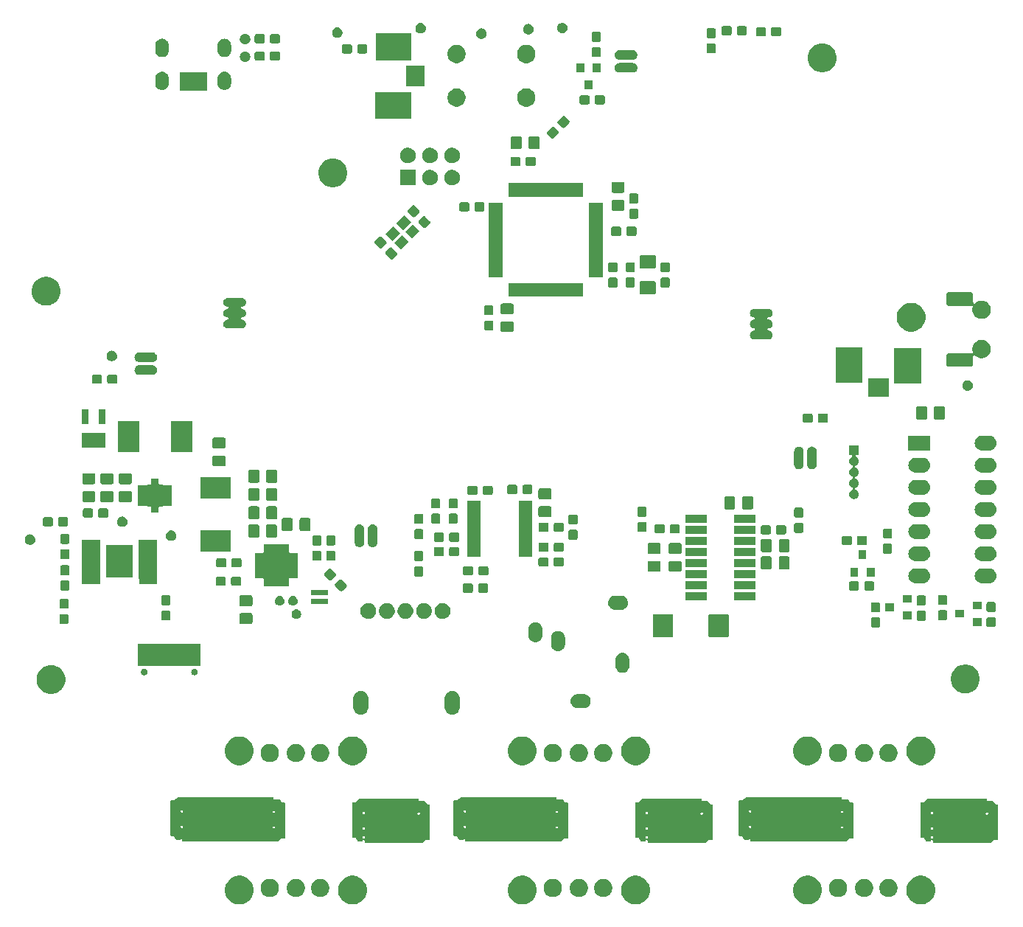
<source format=gts>
G04 #@! TF.GenerationSoftware,KiCad,Pcbnew,(5.1.5-0-10_14)*
G04 #@! TF.CreationDate,2021-06-21T18:30:40+12:00*
G04 #@! TF.ProjectId,PiPortableBackingBoard,5069506f-7274-4616-926c-654261636b69,rev?*
G04 #@! TF.SameCoordinates,Original*
G04 #@! TF.FileFunction,Soldermask,Top*
G04 #@! TF.FilePolarity,Negative*
%FSLAX46Y46*%
G04 Gerber Fmt 4.6, Leading zero omitted, Abs format (unit mm)*
G04 Created by KiCad (PCBNEW (5.1.5-0-10_14)) date 2021-06-21 18:30:40*
%MOMM*%
%LPD*%
G04 APERTURE LIST*
%ADD10C,0.100000*%
G04 APERTURE END LIST*
D10*
G36*
X209694256Y-193391298D02*
G01*
X209800579Y-193412447D01*
X210101042Y-193536903D01*
X210371451Y-193717585D01*
X210601415Y-193947549D01*
X210782097Y-194217958D01*
X210875493Y-194443435D01*
X210906553Y-194518422D01*
X210970000Y-194837389D01*
X210970000Y-195162611D01*
X210906553Y-195481578D01*
X210790975Y-195760610D01*
X210782097Y-195782042D01*
X210601415Y-196052451D01*
X210371451Y-196282415D01*
X210101042Y-196463097D01*
X209800579Y-196587553D01*
X209694256Y-196608702D01*
X209481611Y-196651000D01*
X209156389Y-196651000D01*
X208943744Y-196608702D01*
X208837421Y-196587553D01*
X208536958Y-196463097D01*
X208266549Y-196282415D01*
X208036585Y-196052451D01*
X207855903Y-195782042D01*
X207847026Y-195760610D01*
X207731447Y-195481578D01*
X207668000Y-195162611D01*
X207668000Y-194837389D01*
X207731447Y-194518422D01*
X207762508Y-194443435D01*
X207855903Y-194217958D01*
X208036585Y-193947549D01*
X208266549Y-193717585D01*
X208536958Y-193536903D01*
X208837421Y-193412447D01*
X208943744Y-193391298D01*
X209156389Y-193349000D01*
X209481611Y-193349000D01*
X209694256Y-193391298D01*
G37*
G36*
X196694256Y-193391298D02*
G01*
X196800579Y-193412447D01*
X197101042Y-193536903D01*
X197371451Y-193717585D01*
X197601415Y-193947549D01*
X197782097Y-194217958D01*
X197875493Y-194443435D01*
X197906553Y-194518422D01*
X197970000Y-194837389D01*
X197970000Y-195162611D01*
X197906553Y-195481578D01*
X197790975Y-195760610D01*
X197782097Y-195782042D01*
X197601415Y-196052451D01*
X197371451Y-196282415D01*
X197101042Y-196463097D01*
X196800579Y-196587553D01*
X196694256Y-196608702D01*
X196481611Y-196651000D01*
X196156389Y-196651000D01*
X195943744Y-196608702D01*
X195837421Y-196587553D01*
X195536958Y-196463097D01*
X195266549Y-196282415D01*
X195036585Y-196052451D01*
X194855903Y-195782042D01*
X194847026Y-195760610D01*
X194731447Y-195481578D01*
X194668000Y-195162611D01*
X194668000Y-194837389D01*
X194731447Y-194518422D01*
X194762508Y-194443435D01*
X194855903Y-194217958D01*
X195036585Y-193947549D01*
X195266549Y-193717585D01*
X195536958Y-193536903D01*
X195837421Y-193412447D01*
X195943744Y-193391298D01*
X196156389Y-193349000D01*
X196481611Y-193349000D01*
X196694256Y-193391298D01*
G37*
G36*
X176928256Y-193391298D02*
G01*
X177034579Y-193412447D01*
X177335042Y-193536903D01*
X177605451Y-193717585D01*
X177835415Y-193947549D01*
X178016097Y-194217958D01*
X178109493Y-194443435D01*
X178140553Y-194518422D01*
X178204000Y-194837389D01*
X178204000Y-195162611D01*
X178140553Y-195481578D01*
X178024975Y-195760610D01*
X178016097Y-195782042D01*
X177835415Y-196052451D01*
X177605451Y-196282415D01*
X177335042Y-196463097D01*
X177034579Y-196587553D01*
X176928256Y-196608702D01*
X176715611Y-196651000D01*
X176390389Y-196651000D01*
X176177744Y-196608702D01*
X176071421Y-196587553D01*
X175770958Y-196463097D01*
X175500549Y-196282415D01*
X175270585Y-196052451D01*
X175089903Y-195782042D01*
X175081026Y-195760610D01*
X174965447Y-195481578D01*
X174902000Y-195162611D01*
X174902000Y-194837389D01*
X174965447Y-194518422D01*
X174996508Y-194443435D01*
X175089903Y-194217958D01*
X175270585Y-193947549D01*
X175500549Y-193717585D01*
X175770958Y-193536903D01*
X176071421Y-193412447D01*
X176177744Y-193391298D01*
X176390389Y-193349000D01*
X176715611Y-193349000D01*
X176928256Y-193391298D01*
G37*
G36*
X163928256Y-193391298D02*
G01*
X164034579Y-193412447D01*
X164335042Y-193536903D01*
X164605451Y-193717585D01*
X164835415Y-193947549D01*
X165016097Y-194217958D01*
X165109493Y-194443435D01*
X165140553Y-194518422D01*
X165204000Y-194837389D01*
X165204000Y-195162611D01*
X165140553Y-195481578D01*
X165024975Y-195760610D01*
X165016097Y-195782042D01*
X164835415Y-196052451D01*
X164605451Y-196282415D01*
X164335042Y-196463097D01*
X164034579Y-196587553D01*
X163928256Y-196608702D01*
X163715611Y-196651000D01*
X163390389Y-196651000D01*
X163177744Y-196608702D01*
X163071421Y-196587553D01*
X162770958Y-196463097D01*
X162500549Y-196282415D01*
X162270585Y-196052451D01*
X162089903Y-195782042D01*
X162081026Y-195760610D01*
X161965447Y-195481578D01*
X161902000Y-195162611D01*
X161902000Y-194837389D01*
X161965447Y-194518422D01*
X161996508Y-194443435D01*
X162089903Y-194217958D01*
X162270585Y-193947549D01*
X162500549Y-193717585D01*
X162770958Y-193536903D01*
X163071421Y-193412447D01*
X163177744Y-193391298D01*
X163390389Y-193349000D01*
X163715611Y-193349000D01*
X163928256Y-193391298D01*
G37*
G36*
X144416256Y-193391298D02*
G01*
X144522579Y-193412447D01*
X144823042Y-193536903D01*
X145093451Y-193717585D01*
X145323415Y-193947549D01*
X145504097Y-194217958D01*
X145597493Y-194443435D01*
X145628553Y-194518422D01*
X145692000Y-194837389D01*
X145692000Y-195162611D01*
X145628553Y-195481578D01*
X145512975Y-195760610D01*
X145504097Y-195782042D01*
X145323415Y-196052451D01*
X145093451Y-196282415D01*
X144823042Y-196463097D01*
X144522579Y-196587553D01*
X144416256Y-196608702D01*
X144203611Y-196651000D01*
X143878389Y-196651000D01*
X143665744Y-196608702D01*
X143559421Y-196587553D01*
X143258958Y-196463097D01*
X142988549Y-196282415D01*
X142758585Y-196052451D01*
X142577903Y-195782042D01*
X142569026Y-195760610D01*
X142453447Y-195481578D01*
X142390000Y-195162611D01*
X142390000Y-194837389D01*
X142453447Y-194518422D01*
X142484508Y-194443435D01*
X142577903Y-194217958D01*
X142758585Y-193947549D01*
X142988549Y-193717585D01*
X143258958Y-193536903D01*
X143559421Y-193412447D01*
X143665744Y-193391298D01*
X143878389Y-193349000D01*
X144203611Y-193349000D01*
X144416256Y-193391298D01*
G37*
G36*
X131416256Y-193391298D02*
G01*
X131522579Y-193412447D01*
X131823042Y-193536903D01*
X132093451Y-193717585D01*
X132323415Y-193947549D01*
X132504097Y-194217958D01*
X132597493Y-194443435D01*
X132628553Y-194518422D01*
X132692000Y-194837389D01*
X132692000Y-195162611D01*
X132628553Y-195481578D01*
X132512975Y-195760610D01*
X132504097Y-195782042D01*
X132323415Y-196052451D01*
X132093451Y-196282415D01*
X131823042Y-196463097D01*
X131522579Y-196587553D01*
X131416256Y-196608702D01*
X131203611Y-196651000D01*
X130878389Y-196651000D01*
X130665744Y-196608702D01*
X130559421Y-196587553D01*
X130258958Y-196463097D01*
X129988549Y-196282415D01*
X129758585Y-196052451D01*
X129577903Y-195782042D01*
X129569026Y-195760610D01*
X129453447Y-195481578D01*
X129390000Y-195162611D01*
X129390000Y-194837389D01*
X129453447Y-194518422D01*
X129484508Y-194443435D01*
X129577903Y-194217958D01*
X129758585Y-193947549D01*
X129988549Y-193717585D01*
X130258958Y-193536903D01*
X130559421Y-193412447D01*
X130665744Y-193391298D01*
X130878389Y-193349000D01*
X131203611Y-193349000D01*
X131416256Y-193391298D01*
G37*
G36*
X134847564Y-193739389D02*
G01*
X135038833Y-193818615D01*
X135038835Y-193818616D01*
X135210973Y-193933635D01*
X135357365Y-194080027D01*
X135470381Y-194249167D01*
X135472385Y-194252167D01*
X135551611Y-194443436D01*
X135592000Y-194646484D01*
X135592000Y-194853516D01*
X135551611Y-195056564D01*
X135473627Y-195244835D01*
X135472384Y-195247835D01*
X135357365Y-195419973D01*
X135210973Y-195566365D01*
X135038835Y-195681384D01*
X135038834Y-195681385D01*
X135038833Y-195681385D01*
X134847564Y-195760611D01*
X134644516Y-195801000D01*
X134437484Y-195801000D01*
X134234436Y-195760611D01*
X134043167Y-195681385D01*
X134043166Y-195681385D01*
X134043165Y-195681384D01*
X133871027Y-195566365D01*
X133724635Y-195419973D01*
X133609616Y-195247835D01*
X133608373Y-195244835D01*
X133530389Y-195056564D01*
X133490000Y-194853516D01*
X133490000Y-194646484D01*
X133530389Y-194443436D01*
X133609615Y-194252167D01*
X133611620Y-194249167D01*
X133724635Y-194080027D01*
X133871027Y-193933635D01*
X134043165Y-193818616D01*
X134043167Y-193818615D01*
X134234436Y-193739389D01*
X134437484Y-193699000D01*
X134644516Y-193699000D01*
X134847564Y-193739389D01*
G37*
G36*
X170359564Y-193739389D02*
G01*
X170550833Y-193818615D01*
X170550835Y-193818616D01*
X170722973Y-193933635D01*
X170869365Y-194080027D01*
X170982381Y-194249167D01*
X170984385Y-194252167D01*
X171063611Y-194443436D01*
X171104000Y-194646484D01*
X171104000Y-194853516D01*
X171063611Y-195056564D01*
X170985627Y-195244835D01*
X170984384Y-195247835D01*
X170869365Y-195419973D01*
X170722973Y-195566365D01*
X170550835Y-195681384D01*
X170550834Y-195681385D01*
X170550833Y-195681385D01*
X170359564Y-195760611D01*
X170156516Y-195801000D01*
X169949484Y-195801000D01*
X169746436Y-195760611D01*
X169555167Y-195681385D01*
X169555166Y-195681385D01*
X169555165Y-195681384D01*
X169383027Y-195566365D01*
X169236635Y-195419973D01*
X169121616Y-195247835D01*
X169120373Y-195244835D01*
X169042389Y-195056564D01*
X169002000Y-194853516D01*
X169002000Y-194646484D01*
X169042389Y-194443436D01*
X169121615Y-194252167D01*
X169123620Y-194249167D01*
X169236635Y-194080027D01*
X169383027Y-193933635D01*
X169555165Y-193818616D01*
X169555167Y-193818615D01*
X169746436Y-193739389D01*
X169949484Y-193699000D01*
X170156516Y-193699000D01*
X170359564Y-193739389D01*
G37*
G36*
X167359564Y-193739389D02*
G01*
X167550833Y-193818615D01*
X167550835Y-193818616D01*
X167722973Y-193933635D01*
X167869365Y-194080027D01*
X167982381Y-194249167D01*
X167984385Y-194252167D01*
X168063611Y-194443436D01*
X168104000Y-194646484D01*
X168104000Y-194853516D01*
X168063611Y-195056564D01*
X167985627Y-195244835D01*
X167984384Y-195247835D01*
X167869365Y-195419973D01*
X167722973Y-195566365D01*
X167550835Y-195681384D01*
X167550834Y-195681385D01*
X167550833Y-195681385D01*
X167359564Y-195760611D01*
X167156516Y-195801000D01*
X166949484Y-195801000D01*
X166746436Y-195760611D01*
X166555167Y-195681385D01*
X166555166Y-195681385D01*
X166555165Y-195681384D01*
X166383027Y-195566365D01*
X166236635Y-195419973D01*
X166121616Y-195247835D01*
X166120373Y-195244835D01*
X166042389Y-195056564D01*
X166002000Y-194853516D01*
X166002000Y-194646484D01*
X166042389Y-194443436D01*
X166121615Y-194252167D01*
X166123620Y-194249167D01*
X166236635Y-194080027D01*
X166383027Y-193933635D01*
X166555165Y-193818616D01*
X166555167Y-193818615D01*
X166746436Y-193739389D01*
X166949484Y-193699000D01*
X167156516Y-193699000D01*
X167359564Y-193739389D01*
G37*
G36*
X137847564Y-193739389D02*
G01*
X138038833Y-193818615D01*
X138038835Y-193818616D01*
X138210973Y-193933635D01*
X138357365Y-194080027D01*
X138470381Y-194249167D01*
X138472385Y-194252167D01*
X138551611Y-194443436D01*
X138592000Y-194646484D01*
X138592000Y-194853516D01*
X138551611Y-195056564D01*
X138473627Y-195244835D01*
X138472384Y-195247835D01*
X138357365Y-195419973D01*
X138210973Y-195566365D01*
X138038835Y-195681384D01*
X138038834Y-195681385D01*
X138038833Y-195681385D01*
X137847564Y-195760611D01*
X137644516Y-195801000D01*
X137437484Y-195801000D01*
X137234436Y-195760611D01*
X137043167Y-195681385D01*
X137043166Y-195681385D01*
X137043165Y-195681384D01*
X136871027Y-195566365D01*
X136724635Y-195419973D01*
X136609616Y-195247835D01*
X136608373Y-195244835D01*
X136530389Y-195056564D01*
X136490000Y-194853516D01*
X136490000Y-194646484D01*
X136530389Y-194443436D01*
X136609615Y-194252167D01*
X136611620Y-194249167D01*
X136724635Y-194080027D01*
X136871027Y-193933635D01*
X137043165Y-193818616D01*
X137043167Y-193818615D01*
X137234436Y-193739389D01*
X137437484Y-193699000D01*
X137644516Y-193699000D01*
X137847564Y-193739389D01*
G37*
G36*
X200125564Y-193739389D02*
G01*
X200316833Y-193818615D01*
X200316835Y-193818616D01*
X200488973Y-193933635D01*
X200635365Y-194080027D01*
X200748381Y-194249167D01*
X200750385Y-194252167D01*
X200829611Y-194443436D01*
X200870000Y-194646484D01*
X200870000Y-194853516D01*
X200829611Y-195056564D01*
X200751627Y-195244835D01*
X200750384Y-195247835D01*
X200635365Y-195419973D01*
X200488973Y-195566365D01*
X200316835Y-195681384D01*
X200316834Y-195681385D01*
X200316833Y-195681385D01*
X200125564Y-195760611D01*
X199922516Y-195801000D01*
X199715484Y-195801000D01*
X199512436Y-195760611D01*
X199321167Y-195681385D01*
X199321166Y-195681385D01*
X199321165Y-195681384D01*
X199149027Y-195566365D01*
X199002635Y-195419973D01*
X198887616Y-195247835D01*
X198886373Y-195244835D01*
X198808389Y-195056564D01*
X198768000Y-194853516D01*
X198768000Y-194646484D01*
X198808389Y-194443436D01*
X198887615Y-194252167D01*
X198889620Y-194249167D01*
X199002635Y-194080027D01*
X199149027Y-193933635D01*
X199321165Y-193818616D01*
X199321167Y-193818615D01*
X199512436Y-193739389D01*
X199715484Y-193699000D01*
X199922516Y-193699000D01*
X200125564Y-193739389D01*
G37*
G36*
X203125564Y-193739389D02*
G01*
X203316833Y-193818615D01*
X203316835Y-193818616D01*
X203488973Y-193933635D01*
X203635365Y-194080027D01*
X203748381Y-194249167D01*
X203750385Y-194252167D01*
X203829611Y-194443436D01*
X203870000Y-194646484D01*
X203870000Y-194853516D01*
X203829611Y-195056564D01*
X203751627Y-195244835D01*
X203750384Y-195247835D01*
X203635365Y-195419973D01*
X203488973Y-195566365D01*
X203316835Y-195681384D01*
X203316834Y-195681385D01*
X203316833Y-195681385D01*
X203125564Y-195760611D01*
X202922516Y-195801000D01*
X202715484Y-195801000D01*
X202512436Y-195760611D01*
X202321167Y-195681385D01*
X202321166Y-195681385D01*
X202321165Y-195681384D01*
X202149027Y-195566365D01*
X202002635Y-195419973D01*
X201887616Y-195247835D01*
X201886373Y-195244835D01*
X201808389Y-195056564D01*
X201768000Y-194853516D01*
X201768000Y-194646484D01*
X201808389Y-194443436D01*
X201887615Y-194252167D01*
X201889620Y-194249167D01*
X202002635Y-194080027D01*
X202149027Y-193933635D01*
X202321165Y-193818616D01*
X202321167Y-193818615D01*
X202512436Y-193739389D01*
X202715484Y-193699000D01*
X202922516Y-193699000D01*
X203125564Y-193739389D01*
G37*
G36*
X205919564Y-193736389D02*
G01*
X206110833Y-193815615D01*
X206110835Y-193815616D01*
X206282973Y-193930635D01*
X206429365Y-194077027D01*
X206544385Y-194249167D01*
X206623611Y-194440436D01*
X206664000Y-194643484D01*
X206664000Y-194850516D01*
X206623611Y-195053564D01*
X206578443Y-195162609D01*
X206544384Y-195244835D01*
X206429365Y-195416973D01*
X206282973Y-195563365D01*
X206110835Y-195678384D01*
X206110834Y-195678385D01*
X206110833Y-195678385D01*
X205919564Y-195757611D01*
X205716516Y-195798000D01*
X205509484Y-195798000D01*
X205306436Y-195757611D01*
X205115167Y-195678385D01*
X205115166Y-195678385D01*
X205115165Y-195678384D01*
X204943027Y-195563365D01*
X204796635Y-195416973D01*
X204681616Y-195244835D01*
X204647557Y-195162609D01*
X204602389Y-195053564D01*
X204562000Y-194850516D01*
X204562000Y-194643484D01*
X204602389Y-194440436D01*
X204681615Y-194249167D01*
X204796635Y-194077027D01*
X204943027Y-193930635D01*
X205115165Y-193815616D01*
X205115167Y-193815615D01*
X205306436Y-193736389D01*
X205509484Y-193696000D01*
X205716516Y-193696000D01*
X205919564Y-193736389D01*
G37*
G36*
X173153564Y-193736389D02*
G01*
X173344833Y-193815615D01*
X173344835Y-193815616D01*
X173516973Y-193930635D01*
X173663365Y-194077027D01*
X173778385Y-194249167D01*
X173857611Y-194440436D01*
X173898000Y-194643484D01*
X173898000Y-194850516D01*
X173857611Y-195053564D01*
X173812443Y-195162609D01*
X173778384Y-195244835D01*
X173663365Y-195416973D01*
X173516973Y-195563365D01*
X173344835Y-195678384D01*
X173344834Y-195678385D01*
X173344833Y-195678385D01*
X173153564Y-195757611D01*
X172950516Y-195798000D01*
X172743484Y-195798000D01*
X172540436Y-195757611D01*
X172349167Y-195678385D01*
X172349166Y-195678385D01*
X172349165Y-195678384D01*
X172177027Y-195563365D01*
X172030635Y-195416973D01*
X171915616Y-195244835D01*
X171881557Y-195162609D01*
X171836389Y-195053564D01*
X171796000Y-194850516D01*
X171796000Y-194643484D01*
X171836389Y-194440436D01*
X171915615Y-194249167D01*
X172030635Y-194077027D01*
X172177027Y-193930635D01*
X172349165Y-193815616D01*
X172349167Y-193815615D01*
X172540436Y-193736389D01*
X172743484Y-193696000D01*
X172950516Y-193696000D01*
X173153564Y-193736389D01*
G37*
G36*
X140641564Y-193736389D02*
G01*
X140832833Y-193815615D01*
X140832835Y-193815616D01*
X141004973Y-193930635D01*
X141151365Y-194077027D01*
X141266385Y-194249167D01*
X141345611Y-194440436D01*
X141386000Y-194643484D01*
X141386000Y-194850516D01*
X141345611Y-195053564D01*
X141300443Y-195162609D01*
X141266384Y-195244835D01*
X141151365Y-195416973D01*
X141004973Y-195563365D01*
X140832835Y-195678384D01*
X140832834Y-195678385D01*
X140832833Y-195678385D01*
X140641564Y-195757611D01*
X140438516Y-195798000D01*
X140231484Y-195798000D01*
X140028436Y-195757611D01*
X139837167Y-195678385D01*
X139837166Y-195678385D01*
X139837165Y-195678384D01*
X139665027Y-195563365D01*
X139518635Y-195416973D01*
X139403616Y-195244835D01*
X139369557Y-195162609D01*
X139324389Y-195053564D01*
X139284000Y-194850516D01*
X139284000Y-194643484D01*
X139324389Y-194440436D01*
X139403615Y-194249167D01*
X139518635Y-194077027D01*
X139665027Y-193930635D01*
X139837165Y-193815616D01*
X139837167Y-193815615D01*
X140028436Y-193736389D01*
X140231484Y-193696000D01*
X140438516Y-193696000D01*
X140641564Y-193736389D01*
G37*
G36*
X184030879Y-184485678D02*
G01*
X184031459Y-184485733D01*
X184052196Y-184489801D01*
X184056749Y-184491673D01*
X184056754Y-184491674D01*
X184062754Y-184494141D01*
X184070603Y-184497367D01*
X184087175Y-184508376D01*
X184101280Y-184522406D01*
X184112375Y-184538914D01*
X184114273Y-184543461D01*
X184114273Y-184543462D01*
X184118144Y-184552736D01*
X184118147Y-184552744D01*
X184120031Y-184557260D01*
X184120989Y-184562026D01*
X184121014Y-184562108D01*
X184123006Y-184572023D01*
X184123014Y-184572100D01*
X184124222Y-184578112D01*
X184124287Y-184578767D01*
X184124852Y-184590106D01*
X184124852Y-184658037D01*
X184127254Y-184682423D01*
X184134367Y-184705872D01*
X184145918Y-184727483D01*
X184161463Y-184746425D01*
X184180405Y-184761970D01*
X184202016Y-184773521D01*
X184225465Y-184780634D01*
X184249851Y-184783036D01*
X184274237Y-184780634D01*
X184297686Y-184773521D01*
X184319297Y-184761970D01*
X184338239Y-184746425D01*
X184339614Y-184745050D01*
X184356158Y-184733995D01*
X184374540Y-184726381D01*
X184395270Y-184722257D01*
X184395874Y-184722198D01*
X184407062Y-184721648D01*
X184781938Y-184721648D01*
X184793126Y-184722198D01*
X184793730Y-184722257D01*
X184814460Y-184726381D01*
X184832842Y-184733995D01*
X184849382Y-184745047D01*
X184852857Y-184748523D01*
X184852867Y-184748532D01*
X184859984Y-184755652D01*
X184859996Y-184755667D01*
X184864354Y-184760027D01*
X184864741Y-184760499D01*
X184871450Y-184769559D01*
X185080401Y-185082986D01*
X185095927Y-185101944D01*
X185114853Y-185117509D01*
X185136451Y-185129083D01*
X185159893Y-185136221D01*
X185184407Y-185138648D01*
X185405860Y-185138648D01*
X185421999Y-185140237D01*
X185431608Y-185143152D01*
X185440472Y-185147890D01*
X185448237Y-185154263D01*
X185454610Y-185162028D01*
X185459348Y-185170892D01*
X185462263Y-185180501D01*
X185463852Y-185196640D01*
X185463852Y-189184360D01*
X185462263Y-189200499D01*
X185459348Y-189210108D01*
X185454610Y-189218972D01*
X185448237Y-189226737D01*
X185440472Y-189233110D01*
X185431608Y-189237848D01*
X185421999Y-189240763D01*
X185405860Y-189242352D01*
X185115951Y-189242352D01*
X185091565Y-189244754D01*
X185068116Y-189251867D01*
X185040952Y-189267352D01*
X184594569Y-189602139D01*
X184585274Y-189608422D01*
X184584765Y-189608731D01*
X184566192Y-189617638D01*
X184562440Y-189618545D01*
X184560934Y-189619093D01*
X184549817Y-189621781D01*
X184548220Y-189621982D01*
X184542955Y-189623255D01*
X184541378Y-189623454D01*
X184527074Y-189624352D01*
X178057062Y-189624352D01*
X178045874Y-189623802D01*
X178045270Y-189623743D01*
X178024540Y-189619619D01*
X178006158Y-189612005D01*
X177989614Y-189600950D01*
X177975550Y-189586886D01*
X177964495Y-189570342D01*
X177956881Y-189551960D01*
X177952757Y-189531230D01*
X177952698Y-189530626D01*
X177952148Y-189519438D01*
X177952148Y-189366655D01*
X177949746Y-189342269D01*
X177942633Y-189318820D01*
X177931082Y-189297209D01*
X177915537Y-189278267D01*
X177896595Y-189262722D01*
X177874984Y-189251171D01*
X177851535Y-189244058D01*
X177827149Y-189241656D01*
X177802763Y-189244058D01*
X177779314Y-189251171D01*
X177757703Y-189262722D01*
X177738761Y-189278267D01*
X177723216Y-189297209D01*
X177709520Y-189326168D01*
X177709445Y-189326137D01*
X177708814Y-189327661D01*
X177707533Y-189330369D01*
X177707098Y-189331804D01*
X177699005Y-189351342D01*
X177687950Y-189367886D01*
X177673886Y-189381950D01*
X177657342Y-189393005D01*
X177638960Y-189400619D01*
X177618230Y-189404743D01*
X177617626Y-189404802D01*
X177606438Y-189405352D01*
X177231562Y-189405352D01*
X177220374Y-189404802D01*
X177219770Y-189404743D01*
X177199040Y-189400619D01*
X177180658Y-189393005D01*
X177164118Y-189381953D01*
X177160643Y-189378477D01*
X177160633Y-189378468D01*
X177153516Y-189371348D01*
X177153504Y-189371333D01*
X177149146Y-189366973D01*
X177148759Y-189366501D01*
X177142050Y-189357441D01*
X176933099Y-189044014D01*
X176917573Y-189025056D01*
X176898647Y-189009491D01*
X176877049Y-188997917D01*
X176853607Y-188990779D01*
X176829093Y-188988352D01*
X176607640Y-188988352D01*
X176591501Y-188986763D01*
X176581892Y-188983848D01*
X176573028Y-188979110D01*
X176565263Y-188972737D01*
X176558890Y-188964972D01*
X176554152Y-188956108D01*
X176551237Y-188946499D01*
X176549648Y-188930360D01*
X176549648Y-188894738D01*
X177711352Y-188894738D01*
X177711352Y-188951345D01*
X177713754Y-188975731D01*
X177720867Y-188999180D01*
X177732418Y-189020791D01*
X177747963Y-189039733D01*
X177766905Y-189055278D01*
X177788516Y-189066829D01*
X177811965Y-189073942D01*
X177836351Y-189076344D01*
X177860737Y-189073942D01*
X177884186Y-189066829D01*
X177905797Y-189055278D01*
X177924739Y-189039733D01*
X177940284Y-189020791D01*
X177953980Y-188991832D01*
X177954055Y-188991863D01*
X177954687Y-188990337D01*
X177955967Y-188987631D01*
X177956402Y-188986196D01*
X177964495Y-188966657D01*
X177966192Y-188964118D01*
X177977744Y-188942508D01*
X177984858Y-188919059D01*
X177987261Y-188894673D01*
X177984860Y-188870287D01*
X177977748Y-188846838D01*
X177966198Y-188825227D01*
X177950653Y-188806284D01*
X177931712Y-188790738D01*
X177910102Y-188779186D01*
X177886653Y-188772072D01*
X177861924Y-188769669D01*
X177836013Y-188769739D01*
X177811634Y-188772207D01*
X177788204Y-188779384D01*
X177766625Y-188790993D01*
X177747725Y-188806589D01*
X177732231Y-188825573D01*
X177720738Y-188847215D01*
X177713688Y-188870683D01*
X177711352Y-188894738D01*
X176549648Y-188894738D01*
X176549648Y-187914754D01*
X177711352Y-187914754D01*
X177711352Y-187933649D01*
X177713754Y-187958035D01*
X177720867Y-187981484D01*
X177732418Y-188003095D01*
X177747963Y-188022037D01*
X177766905Y-188037582D01*
X177788516Y-188049133D01*
X177811965Y-188056246D01*
X177836351Y-188058648D01*
X177859599Y-188058648D01*
X177883985Y-188056246D01*
X177907434Y-188049133D01*
X177929045Y-188037582D01*
X177947987Y-188022037D01*
X177963532Y-188003095D01*
X177975083Y-187981484D01*
X177982196Y-187958035D01*
X177984598Y-187933649D01*
X177982196Y-187909263D01*
X177975083Y-187885814D01*
X177963532Y-187864203D01*
X177947987Y-187845261D01*
X177928966Y-187829663D01*
X177926177Y-187827802D01*
X177924666Y-187826294D01*
X177905712Y-187810764D01*
X177884092Y-187799231D01*
X177860637Y-187792137D01*
X177836249Y-187789755D01*
X177811865Y-187792177D01*
X177788422Y-187799309D01*
X177766820Y-187810878D01*
X177747891Y-187826439D01*
X177732361Y-187845393D01*
X177720828Y-187867013D01*
X177713734Y-187890468D01*
X177711352Y-187914754D01*
X176549648Y-187914754D01*
X176549648Y-186124076D01*
X177711352Y-186124076D01*
X177711352Y-186155649D01*
X177713754Y-186180035D01*
X177720867Y-186203484D01*
X177732418Y-186225095D01*
X177747963Y-186244037D01*
X177766905Y-186259582D01*
X177788516Y-186271133D01*
X177811965Y-186278246D01*
X177836351Y-186280648D01*
X177878582Y-186280648D01*
X177902968Y-186278246D01*
X177926417Y-186271133D01*
X177948028Y-186259582D01*
X177966970Y-186244037D01*
X177982515Y-186225095D01*
X177994066Y-186203484D01*
X177997282Y-186192879D01*
X184021232Y-186192879D01*
X184023604Y-186217268D01*
X184030688Y-186240726D01*
X184042213Y-186262351D01*
X184057735Y-186281312D01*
X184076781Y-186296963D01*
X184087385Y-186304049D01*
X184088761Y-186305425D01*
X184107703Y-186320970D01*
X184129314Y-186332521D01*
X184152763Y-186339634D01*
X184177149Y-186342036D01*
X184201535Y-186339634D01*
X184224984Y-186332521D01*
X184246595Y-186320970D01*
X184265537Y-186305425D01*
X184281082Y-186286483D01*
X184292633Y-186264872D01*
X184299746Y-186241423D01*
X184302148Y-186217037D01*
X184302148Y-186193071D01*
X184299746Y-186168685D01*
X184292633Y-186145236D01*
X184281082Y-186123625D01*
X184265537Y-186104683D01*
X184246595Y-186089138D01*
X184224984Y-186077587D01*
X184201535Y-186070474D01*
X184177303Y-186068072D01*
X184146385Y-186068034D01*
X184121996Y-186070406D01*
X184098538Y-186077490D01*
X184076913Y-186089015D01*
X184057952Y-186104537D01*
X184042384Y-186123460D01*
X184030806Y-186145056D01*
X184023664Y-186168496D01*
X184021232Y-186192879D01*
X177997282Y-186192879D01*
X178001179Y-186180035D01*
X178003581Y-186155649D01*
X178001179Y-186131263D01*
X177994066Y-186107814D01*
X177982515Y-186086203D01*
X177966970Y-186067261D01*
X177948151Y-186051799D01*
X177926022Y-186036975D01*
X177924849Y-186035799D01*
X177905927Y-186020230D01*
X177884330Y-186008652D01*
X177860890Y-186001509D01*
X177836507Y-185999077D01*
X177812118Y-186001448D01*
X177788660Y-186008532D01*
X177767035Y-186020056D01*
X177748074Y-186035578D01*
X177732505Y-186054500D01*
X177720927Y-186076097D01*
X177713784Y-186099537D01*
X177711352Y-186124076D01*
X176549648Y-186124076D01*
X176549648Y-184942640D01*
X176551237Y-184926501D01*
X176554152Y-184916892D01*
X176558890Y-184908028D01*
X176565263Y-184900263D01*
X176573028Y-184893890D01*
X176581892Y-184889152D01*
X176591501Y-184886237D01*
X176607640Y-184884648D01*
X176897549Y-184884648D01*
X176921935Y-184882246D01*
X176945384Y-184875133D01*
X176972548Y-184859648D01*
X177418931Y-184524861D01*
X177428226Y-184518578D01*
X177428735Y-184518269D01*
X177447334Y-184509350D01*
X177451130Y-184508430D01*
X177452566Y-184507907D01*
X177463614Y-184505228D01*
X177465130Y-184505035D01*
X177470429Y-184503750D01*
X177471966Y-184503554D01*
X177486102Y-184502639D01*
X184019661Y-184485157D01*
X184030879Y-184485678D01*
G37*
G36*
X151518879Y-184485678D02*
G01*
X151519459Y-184485733D01*
X151540196Y-184489801D01*
X151544749Y-184491673D01*
X151544754Y-184491674D01*
X151550754Y-184494141D01*
X151558603Y-184497367D01*
X151575175Y-184508376D01*
X151589280Y-184522406D01*
X151600375Y-184538914D01*
X151602273Y-184543461D01*
X151602273Y-184543462D01*
X151606144Y-184552736D01*
X151606147Y-184552744D01*
X151608031Y-184557260D01*
X151608989Y-184562026D01*
X151609014Y-184562108D01*
X151611006Y-184572023D01*
X151611014Y-184572100D01*
X151612222Y-184578112D01*
X151612287Y-184578767D01*
X151612852Y-184590106D01*
X151612852Y-184658037D01*
X151615254Y-184682423D01*
X151622367Y-184705872D01*
X151633918Y-184727483D01*
X151649463Y-184746425D01*
X151668405Y-184761970D01*
X151690016Y-184773521D01*
X151713465Y-184780634D01*
X151737851Y-184783036D01*
X151762237Y-184780634D01*
X151785686Y-184773521D01*
X151807297Y-184761970D01*
X151826239Y-184746425D01*
X151827614Y-184745050D01*
X151844158Y-184733995D01*
X151862540Y-184726381D01*
X151883270Y-184722257D01*
X151883874Y-184722198D01*
X151895062Y-184721648D01*
X152269938Y-184721648D01*
X152281126Y-184722198D01*
X152281730Y-184722257D01*
X152302460Y-184726381D01*
X152320842Y-184733995D01*
X152337382Y-184745047D01*
X152340857Y-184748523D01*
X152340867Y-184748532D01*
X152347984Y-184755652D01*
X152347996Y-184755667D01*
X152352354Y-184760027D01*
X152352741Y-184760499D01*
X152359450Y-184769559D01*
X152568401Y-185082986D01*
X152583927Y-185101944D01*
X152602853Y-185117509D01*
X152624451Y-185129083D01*
X152647893Y-185136221D01*
X152672407Y-185138648D01*
X152893860Y-185138648D01*
X152909999Y-185140237D01*
X152919608Y-185143152D01*
X152928472Y-185147890D01*
X152936237Y-185154263D01*
X152942610Y-185162028D01*
X152947348Y-185170892D01*
X152950263Y-185180501D01*
X152951852Y-185196640D01*
X152951852Y-189184360D01*
X152950263Y-189200499D01*
X152947348Y-189210108D01*
X152942610Y-189218972D01*
X152936237Y-189226737D01*
X152928472Y-189233110D01*
X152919608Y-189237848D01*
X152909999Y-189240763D01*
X152893860Y-189242352D01*
X152603951Y-189242352D01*
X152579565Y-189244754D01*
X152556116Y-189251867D01*
X152528952Y-189267352D01*
X152082569Y-189602139D01*
X152073274Y-189608422D01*
X152072765Y-189608731D01*
X152054192Y-189617638D01*
X152050440Y-189618545D01*
X152048934Y-189619093D01*
X152037817Y-189621781D01*
X152036220Y-189621982D01*
X152030955Y-189623255D01*
X152029378Y-189623454D01*
X152015074Y-189624352D01*
X145545062Y-189624352D01*
X145533874Y-189623802D01*
X145533270Y-189623743D01*
X145512540Y-189619619D01*
X145494158Y-189612005D01*
X145477614Y-189600950D01*
X145463550Y-189586886D01*
X145452495Y-189570342D01*
X145444881Y-189551960D01*
X145440757Y-189531230D01*
X145440698Y-189530626D01*
X145440148Y-189519438D01*
X145440148Y-189366655D01*
X145437746Y-189342269D01*
X145430633Y-189318820D01*
X145419082Y-189297209D01*
X145403537Y-189278267D01*
X145384595Y-189262722D01*
X145362984Y-189251171D01*
X145339535Y-189244058D01*
X145315149Y-189241656D01*
X145290763Y-189244058D01*
X145267314Y-189251171D01*
X145245703Y-189262722D01*
X145226761Y-189278267D01*
X145211216Y-189297209D01*
X145197520Y-189326168D01*
X145197445Y-189326137D01*
X145196814Y-189327661D01*
X145195533Y-189330369D01*
X145195098Y-189331804D01*
X145187005Y-189351342D01*
X145175950Y-189367886D01*
X145161886Y-189381950D01*
X145145342Y-189393005D01*
X145126960Y-189400619D01*
X145106230Y-189404743D01*
X145105626Y-189404802D01*
X145094438Y-189405352D01*
X144719562Y-189405352D01*
X144708374Y-189404802D01*
X144707770Y-189404743D01*
X144687040Y-189400619D01*
X144668658Y-189393005D01*
X144652118Y-189381953D01*
X144648643Y-189378477D01*
X144648633Y-189378468D01*
X144641516Y-189371348D01*
X144641504Y-189371333D01*
X144637146Y-189366973D01*
X144636759Y-189366501D01*
X144630050Y-189357441D01*
X144421099Y-189044014D01*
X144405573Y-189025056D01*
X144386647Y-189009491D01*
X144365049Y-188997917D01*
X144341607Y-188990779D01*
X144317093Y-188988352D01*
X144095640Y-188988352D01*
X144079501Y-188986763D01*
X144069892Y-188983848D01*
X144061028Y-188979110D01*
X144053263Y-188972737D01*
X144046890Y-188964972D01*
X144042152Y-188956108D01*
X144039237Y-188946499D01*
X144037648Y-188930360D01*
X144037648Y-188894738D01*
X145199352Y-188894738D01*
X145199352Y-188951345D01*
X145201754Y-188975731D01*
X145208867Y-188999180D01*
X145220418Y-189020791D01*
X145235963Y-189039733D01*
X145254905Y-189055278D01*
X145276516Y-189066829D01*
X145299965Y-189073942D01*
X145324351Y-189076344D01*
X145348737Y-189073942D01*
X145372186Y-189066829D01*
X145393797Y-189055278D01*
X145412739Y-189039733D01*
X145428284Y-189020791D01*
X145441980Y-188991832D01*
X145442055Y-188991863D01*
X145442687Y-188990337D01*
X145443967Y-188987631D01*
X145444402Y-188986196D01*
X145452495Y-188966657D01*
X145454192Y-188964118D01*
X145465744Y-188942508D01*
X145472858Y-188919059D01*
X145475261Y-188894673D01*
X145472860Y-188870287D01*
X145465748Y-188846838D01*
X145454198Y-188825227D01*
X145438653Y-188806284D01*
X145419712Y-188790738D01*
X145398102Y-188779186D01*
X145374653Y-188772072D01*
X145349924Y-188769669D01*
X145324013Y-188769739D01*
X145299634Y-188772207D01*
X145276204Y-188779384D01*
X145254625Y-188790993D01*
X145235725Y-188806589D01*
X145220231Y-188825573D01*
X145208738Y-188847215D01*
X145201688Y-188870683D01*
X145199352Y-188894738D01*
X144037648Y-188894738D01*
X144037648Y-187914754D01*
X145199352Y-187914754D01*
X145199352Y-187933649D01*
X145201754Y-187958035D01*
X145208867Y-187981484D01*
X145220418Y-188003095D01*
X145235963Y-188022037D01*
X145254905Y-188037582D01*
X145276516Y-188049133D01*
X145299965Y-188056246D01*
X145324351Y-188058648D01*
X145347599Y-188058648D01*
X145371985Y-188056246D01*
X145395434Y-188049133D01*
X145417045Y-188037582D01*
X145435987Y-188022037D01*
X145451532Y-188003095D01*
X145463083Y-187981484D01*
X145470196Y-187958035D01*
X145472598Y-187933649D01*
X145470196Y-187909263D01*
X145463083Y-187885814D01*
X145451532Y-187864203D01*
X145435987Y-187845261D01*
X145416966Y-187829663D01*
X145414177Y-187827802D01*
X145412666Y-187826294D01*
X145393712Y-187810764D01*
X145372092Y-187799231D01*
X145348637Y-187792137D01*
X145324249Y-187789755D01*
X145299865Y-187792177D01*
X145276422Y-187799309D01*
X145254820Y-187810878D01*
X145235891Y-187826439D01*
X145220361Y-187845393D01*
X145208828Y-187867013D01*
X145201734Y-187890468D01*
X145199352Y-187914754D01*
X144037648Y-187914754D01*
X144037648Y-186124076D01*
X145199352Y-186124076D01*
X145199352Y-186155649D01*
X145201754Y-186180035D01*
X145208867Y-186203484D01*
X145220418Y-186225095D01*
X145235963Y-186244037D01*
X145254905Y-186259582D01*
X145276516Y-186271133D01*
X145299965Y-186278246D01*
X145324351Y-186280648D01*
X145366582Y-186280648D01*
X145390968Y-186278246D01*
X145414417Y-186271133D01*
X145436028Y-186259582D01*
X145454970Y-186244037D01*
X145470515Y-186225095D01*
X145482066Y-186203484D01*
X145485282Y-186192879D01*
X151509232Y-186192879D01*
X151511604Y-186217268D01*
X151518688Y-186240726D01*
X151530213Y-186262351D01*
X151545735Y-186281312D01*
X151564781Y-186296963D01*
X151575385Y-186304049D01*
X151576761Y-186305425D01*
X151595703Y-186320970D01*
X151617314Y-186332521D01*
X151640763Y-186339634D01*
X151665149Y-186342036D01*
X151689535Y-186339634D01*
X151712984Y-186332521D01*
X151734595Y-186320970D01*
X151753537Y-186305425D01*
X151769082Y-186286483D01*
X151780633Y-186264872D01*
X151787746Y-186241423D01*
X151790148Y-186217037D01*
X151790148Y-186193071D01*
X151787746Y-186168685D01*
X151780633Y-186145236D01*
X151769082Y-186123625D01*
X151753537Y-186104683D01*
X151734595Y-186089138D01*
X151712984Y-186077587D01*
X151689535Y-186070474D01*
X151665303Y-186068072D01*
X151634385Y-186068034D01*
X151609996Y-186070406D01*
X151586538Y-186077490D01*
X151564913Y-186089015D01*
X151545952Y-186104537D01*
X151530384Y-186123460D01*
X151518806Y-186145056D01*
X151511664Y-186168496D01*
X151509232Y-186192879D01*
X145485282Y-186192879D01*
X145489179Y-186180035D01*
X145491581Y-186155649D01*
X145489179Y-186131263D01*
X145482066Y-186107814D01*
X145470515Y-186086203D01*
X145454970Y-186067261D01*
X145436151Y-186051799D01*
X145414022Y-186036975D01*
X145412849Y-186035799D01*
X145393927Y-186020230D01*
X145372330Y-186008652D01*
X145348890Y-186001509D01*
X145324507Y-185999077D01*
X145300118Y-186001448D01*
X145276660Y-186008532D01*
X145255035Y-186020056D01*
X145236074Y-186035578D01*
X145220505Y-186054500D01*
X145208927Y-186076097D01*
X145201784Y-186099537D01*
X145199352Y-186124076D01*
X144037648Y-186124076D01*
X144037648Y-184942640D01*
X144039237Y-184926501D01*
X144042152Y-184916892D01*
X144046890Y-184908028D01*
X144053263Y-184900263D01*
X144061028Y-184893890D01*
X144069892Y-184889152D01*
X144079501Y-184886237D01*
X144095640Y-184884648D01*
X144385549Y-184884648D01*
X144409935Y-184882246D01*
X144433384Y-184875133D01*
X144460548Y-184859648D01*
X144906931Y-184524861D01*
X144916226Y-184518578D01*
X144916735Y-184518269D01*
X144935334Y-184509350D01*
X144939130Y-184508430D01*
X144940566Y-184507907D01*
X144951614Y-184505228D01*
X144953130Y-184505035D01*
X144958429Y-184503750D01*
X144959966Y-184503554D01*
X144974102Y-184502639D01*
X151507661Y-184485157D01*
X151518879Y-184485678D01*
G37*
G36*
X216796879Y-184485678D02*
G01*
X216797459Y-184485733D01*
X216818196Y-184489801D01*
X216822749Y-184491673D01*
X216822754Y-184491674D01*
X216828754Y-184494141D01*
X216836603Y-184497367D01*
X216853175Y-184508376D01*
X216867280Y-184522406D01*
X216878375Y-184538914D01*
X216880273Y-184543461D01*
X216880273Y-184543462D01*
X216884144Y-184552736D01*
X216884147Y-184552744D01*
X216886031Y-184557260D01*
X216886989Y-184562026D01*
X216887014Y-184562108D01*
X216889006Y-184572023D01*
X216889014Y-184572100D01*
X216890222Y-184578112D01*
X216890287Y-184578767D01*
X216890852Y-184590106D01*
X216890852Y-184658037D01*
X216893254Y-184682423D01*
X216900367Y-184705872D01*
X216911918Y-184727483D01*
X216927463Y-184746425D01*
X216946405Y-184761970D01*
X216968016Y-184773521D01*
X216991465Y-184780634D01*
X217015851Y-184783036D01*
X217040237Y-184780634D01*
X217063686Y-184773521D01*
X217085297Y-184761970D01*
X217104239Y-184746425D01*
X217105614Y-184745050D01*
X217122158Y-184733995D01*
X217140540Y-184726381D01*
X217161270Y-184722257D01*
X217161874Y-184722198D01*
X217173062Y-184721648D01*
X217547938Y-184721648D01*
X217559126Y-184722198D01*
X217559730Y-184722257D01*
X217580460Y-184726381D01*
X217598842Y-184733995D01*
X217615382Y-184745047D01*
X217618857Y-184748523D01*
X217618867Y-184748532D01*
X217625984Y-184755652D01*
X217625996Y-184755667D01*
X217630354Y-184760027D01*
X217630741Y-184760499D01*
X217637450Y-184769559D01*
X217846401Y-185082986D01*
X217861927Y-185101944D01*
X217880853Y-185117509D01*
X217902451Y-185129083D01*
X217925893Y-185136221D01*
X217950407Y-185138648D01*
X218171860Y-185138648D01*
X218187999Y-185140237D01*
X218197608Y-185143152D01*
X218206472Y-185147890D01*
X218214237Y-185154263D01*
X218220610Y-185162028D01*
X218225348Y-185170892D01*
X218228263Y-185180501D01*
X218229852Y-185196640D01*
X218229852Y-189184360D01*
X218228263Y-189200499D01*
X218225348Y-189210108D01*
X218220610Y-189218972D01*
X218214237Y-189226737D01*
X218206472Y-189233110D01*
X218197608Y-189237848D01*
X218187999Y-189240763D01*
X218171860Y-189242352D01*
X217881951Y-189242352D01*
X217857565Y-189244754D01*
X217834116Y-189251867D01*
X217806952Y-189267352D01*
X217360569Y-189602139D01*
X217351274Y-189608422D01*
X217350765Y-189608731D01*
X217332192Y-189617638D01*
X217328440Y-189618545D01*
X217326934Y-189619093D01*
X217315817Y-189621781D01*
X217314220Y-189621982D01*
X217308955Y-189623255D01*
X217307378Y-189623454D01*
X217293074Y-189624352D01*
X210823062Y-189624352D01*
X210811874Y-189623802D01*
X210811270Y-189623743D01*
X210790540Y-189619619D01*
X210772158Y-189612005D01*
X210755614Y-189600950D01*
X210741550Y-189586886D01*
X210730495Y-189570342D01*
X210722881Y-189551960D01*
X210718757Y-189531230D01*
X210718698Y-189530626D01*
X210718148Y-189519438D01*
X210718148Y-189366655D01*
X210715746Y-189342269D01*
X210708633Y-189318820D01*
X210697082Y-189297209D01*
X210681537Y-189278267D01*
X210662595Y-189262722D01*
X210640984Y-189251171D01*
X210617535Y-189244058D01*
X210593149Y-189241656D01*
X210568763Y-189244058D01*
X210545314Y-189251171D01*
X210523703Y-189262722D01*
X210504761Y-189278267D01*
X210489216Y-189297209D01*
X210475520Y-189326168D01*
X210475445Y-189326137D01*
X210474814Y-189327661D01*
X210473533Y-189330369D01*
X210473098Y-189331804D01*
X210465005Y-189351342D01*
X210453950Y-189367886D01*
X210439886Y-189381950D01*
X210423342Y-189393005D01*
X210404960Y-189400619D01*
X210384230Y-189404743D01*
X210383626Y-189404802D01*
X210372438Y-189405352D01*
X209997562Y-189405352D01*
X209986374Y-189404802D01*
X209985770Y-189404743D01*
X209965040Y-189400619D01*
X209946658Y-189393005D01*
X209930118Y-189381953D01*
X209926643Y-189378477D01*
X209926633Y-189378468D01*
X209919516Y-189371348D01*
X209919504Y-189371333D01*
X209915146Y-189366973D01*
X209914759Y-189366501D01*
X209908050Y-189357441D01*
X209699099Y-189044014D01*
X209683573Y-189025056D01*
X209664647Y-189009491D01*
X209643049Y-188997917D01*
X209619607Y-188990779D01*
X209595093Y-188988352D01*
X209373640Y-188988352D01*
X209357501Y-188986763D01*
X209347892Y-188983848D01*
X209339028Y-188979110D01*
X209331263Y-188972737D01*
X209324890Y-188964972D01*
X209320152Y-188956108D01*
X209317237Y-188946499D01*
X209315648Y-188930360D01*
X209315648Y-188894738D01*
X210477352Y-188894738D01*
X210477352Y-188951345D01*
X210479754Y-188975731D01*
X210486867Y-188999180D01*
X210498418Y-189020791D01*
X210513963Y-189039733D01*
X210532905Y-189055278D01*
X210554516Y-189066829D01*
X210577965Y-189073942D01*
X210602351Y-189076344D01*
X210626737Y-189073942D01*
X210650186Y-189066829D01*
X210671797Y-189055278D01*
X210690739Y-189039733D01*
X210706284Y-189020791D01*
X210719980Y-188991832D01*
X210720055Y-188991863D01*
X210720687Y-188990337D01*
X210721967Y-188987631D01*
X210722402Y-188986196D01*
X210730495Y-188966657D01*
X210732192Y-188964118D01*
X210743744Y-188942508D01*
X210750858Y-188919059D01*
X210753261Y-188894673D01*
X210750860Y-188870287D01*
X210743748Y-188846838D01*
X210732198Y-188825227D01*
X210716653Y-188806284D01*
X210697712Y-188790738D01*
X210676102Y-188779186D01*
X210652653Y-188772072D01*
X210627924Y-188769669D01*
X210602013Y-188769739D01*
X210577634Y-188772207D01*
X210554204Y-188779384D01*
X210532625Y-188790993D01*
X210513725Y-188806589D01*
X210498231Y-188825573D01*
X210486738Y-188847215D01*
X210479688Y-188870683D01*
X210477352Y-188894738D01*
X209315648Y-188894738D01*
X209315648Y-187914754D01*
X210477352Y-187914754D01*
X210477352Y-187933649D01*
X210479754Y-187958035D01*
X210486867Y-187981484D01*
X210498418Y-188003095D01*
X210513963Y-188022037D01*
X210532905Y-188037582D01*
X210554516Y-188049133D01*
X210577965Y-188056246D01*
X210602351Y-188058648D01*
X210625599Y-188058648D01*
X210649985Y-188056246D01*
X210673434Y-188049133D01*
X210695045Y-188037582D01*
X210713987Y-188022037D01*
X210729532Y-188003095D01*
X210741083Y-187981484D01*
X210748196Y-187958035D01*
X210750598Y-187933649D01*
X210748196Y-187909263D01*
X210741083Y-187885814D01*
X210729532Y-187864203D01*
X210713987Y-187845261D01*
X210694966Y-187829663D01*
X210692177Y-187827802D01*
X210690666Y-187826294D01*
X210671712Y-187810764D01*
X210650092Y-187799231D01*
X210626637Y-187792137D01*
X210602249Y-187789755D01*
X210577865Y-187792177D01*
X210554422Y-187799309D01*
X210532820Y-187810878D01*
X210513891Y-187826439D01*
X210498361Y-187845393D01*
X210486828Y-187867013D01*
X210479734Y-187890468D01*
X210477352Y-187914754D01*
X209315648Y-187914754D01*
X209315648Y-186124076D01*
X210477352Y-186124076D01*
X210477352Y-186155649D01*
X210479754Y-186180035D01*
X210486867Y-186203484D01*
X210498418Y-186225095D01*
X210513963Y-186244037D01*
X210532905Y-186259582D01*
X210554516Y-186271133D01*
X210577965Y-186278246D01*
X210602351Y-186280648D01*
X210644582Y-186280648D01*
X210668968Y-186278246D01*
X210692417Y-186271133D01*
X210714028Y-186259582D01*
X210732970Y-186244037D01*
X210748515Y-186225095D01*
X210760066Y-186203484D01*
X210763282Y-186192879D01*
X216787232Y-186192879D01*
X216789604Y-186217268D01*
X216796688Y-186240726D01*
X216808213Y-186262351D01*
X216823735Y-186281312D01*
X216842781Y-186296963D01*
X216853385Y-186304049D01*
X216854761Y-186305425D01*
X216873703Y-186320970D01*
X216895314Y-186332521D01*
X216918763Y-186339634D01*
X216943149Y-186342036D01*
X216967535Y-186339634D01*
X216990984Y-186332521D01*
X217012595Y-186320970D01*
X217031537Y-186305425D01*
X217047082Y-186286483D01*
X217058633Y-186264872D01*
X217065746Y-186241423D01*
X217068148Y-186217037D01*
X217068148Y-186193071D01*
X217065746Y-186168685D01*
X217058633Y-186145236D01*
X217047082Y-186123625D01*
X217031537Y-186104683D01*
X217012595Y-186089138D01*
X216990984Y-186077587D01*
X216967535Y-186070474D01*
X216943303Y-186068072D01*
X216912385Y-186068034D01*
X216887996Y-186070406D01*
X216864538Y-186077490D01*
X216842913Y-186089015D01*
X216823952Y-186104537D01*
X216808384Y-186123460D01*
X216796806Y-186145056D01*
X216789664Y-186168496D01*
X216787232Y-186192879D01*
X210763282Y-186192879D01*
X210767179Y-186180035D01*
X210769581Y-186155649D01*
X210767179Y-186131263D01*
X210760066Y-186107814D01*
X210748515Y-186086203D01*
X210732970Y-186067261D01*
X210714151Y-186051799D01*
X210692022Y-186036975D01*
X210690849Y-186035799D01*
X210671927Y-186020230D01*
X210650330Y-186008652D01*
X210626890Y-186001509D01*
X210602507Y-185999077D01*
X210578118Y-186001448D01*
X210554660Y-186008532D01*
X210533035Y-186020056D01*
X210514074Y-186035578D01*
X210498505Y-186054500D01*
X210486927Y-186076097D01*
X210479784Y-186099537D01*
X210477352Y-186124076D01*
X209315648Y-186124076D01*
X209315648Y-184942640D01*
X209317237Y-184926501D01*
X209320152Y-184916892D01*
X209324890Y-184908028D01*
X209331263Y-184900263D01*
X209339028Y-184893890D01*
X209347892Y-184889152D01*
X209357501Y-184886237D01*
X209373640Y-184884648D01*
X209663549Y-184884648D01*
X209687935Y-184882246D01*
X209711384Y-184875133D01*
X209738548Y-184859648D01*
X210184931Y-184524861D01*
X210194226Y-184518578D01*
X210194735Y-184518269D01*
X210213334Y-184509350D01*
X210217130Y-184508430D01*
X210218566Y-184507907D01*
X210229614Y-184505228D01*
X210231130Y-184505035D01*
X210236429Y-184503750D01*
X210237966Y-184503554D01*
X210252102Y-184502639D01*
X216785661Y-184485157D01*
X216796879Y-184485678D01*
G37*
G36*
X167394126Y-184312698D02*
G01*
X167394730Y-184312757D01*
X167415460Y-184316881D01*
X167433842Y-184324495D01*
X167450386Y-184335550D01*
X167464450Y-184349614D01*
X167475505Y-184366158D01*
X167483119Y-184384540D01*
X167487243Y-184405270D01*
X167487302Y-184405874D01*
X167487852Y-184417062D01*
X167487852Y-184485037D01*
X167490254Y-184509423D01*
X167497367Y-184532872D01*
X167508918Y-184554483D01*
X167524463Y-184573425D01*
X167543405Y-184588970D01*
X167565016Y-184600521D01*
X167588465Y-184607634D01*
X167612851Y-184610036D01*
X167637237Y-184607634D01*
X167660686Y-184600521D01*
X167682297Y-184588970D01*
X167701239Y-184573425D01*
X167702614Y-184572050D01*
X167719158Y-184560995D01*
X167737540Y-184553381D01*
X167758270Y-184549257D01*
X167758874Y-184549198D01*
X167770062Y-184548648D01*
X168144938Y-184548648D01*
X168156126Y-184549198D01*
X168156730Y-184549257D01*
X168177460Y-184553381D01*
X168195842Y-184560995D01*
X168212382Y-184572047D01*
X168215857Y-184575523D01*
X168215867Y-184575532D01*
X168222984Y-184582652D01*
X168222996Y-184582667D01*
X168227354Y-184587027D01*
X168227741Y-184587499D01*
X168234450Y-184596559D01*
X168443401Y-184909986D01*
X168458927Y-184928944D01*
X168477853Y-184944509D01*
X168499451Y-184956083D01*
X168522893Y-184963221D01*
X168547407Y-184965648D01*
X168768860Y-184965648D01*
X168784999Y-184967237D01*
X168794608Y-184970152D01*
X168803472Y-184974890D01*
X168811237Y-184981263D01*
X168817610Y-184989028D01*
X168822348Y-184997892D01*
X168825263Y-185007501D01*
X168826852Y-185023640D01*
X168826852Y-189011360D01*
X168825263Y-189027499D01*
X168822348Y-189037108D01*
X168817610Y-189045972D01*
X168811237Y-189053737D01*
X168803472Y-189060110D01*
X168794608Y-189064848D01*
X168784999Y-189067763D01*
X168768860Y-189069352D01*
X168478951Y-189069352D01*
X168454565Y-189071754D01*
X168431116Y-189078867D01*
X168403952Y-189094352D01*
X167957569Y-189429139D01*
X167948274Y-189435422D01*
X167947765Y-189435731D01*
X167929192Y-189444638D01*
X167925440Y-189445545D01*
X167923934Y-189446093D01*
X167912817Y-189448781D01*
X167911220Y-189448982D01*
X167905955Y-189450255D01*
X167904378Y-189450454D01*
X167890074Y-189451352D01*
X157102062Y-189451352D01*
X157090874Y-189450802D01*
X157090270Y-189450743D01*
X157069540Y-189446619D01*
X157051158Y-189439005D01*
X157034614Y-189427950D01*
X157020550Y-189413886D01*
X157009495Y-189397342D01*
X157001881Y-189378960D01*
X156997757Y-189358230D01*
X156997698Y-189357626D01*
X156997148Y-189346438D01*
X156997148Y-189278463D01*
X156994746Y-189254077D01*
X156987633Y-189230628D01*
X156976082Y-189209017D01*
X156960537Y-189190075D01*
X156941595Y-189174530D01*
X156919984Y-189162979D01*
X156896535Y-189155866D01*
X156872149Y-189153464D01*
X156847763Y-189155866D01*
X156824314Y-189162979D01*
X156802703Y-189174530D01*
X156783761Y-189190075D01*
X156782386Y-189191450D01*
X156765842Y-189202505D01*
X156747460Y-189210119D01*
X156726730Y-189214243D01*
X156726126Y-189214302D01*
X156714938Y-189214852D01*
X156340062Y-189214852D01*
X156328874Y-189214302D01*
X156328270Y-189214243D01*
X156307540Y-189210119D01*
X156289158Y-189202505D01*
X156272618Y-189191453D01*
X156269143Y-189187977D01*
X156269133Y-189187968D01*
X156262016Y-189180848D01*
X156262004Y-189180833D01*
X156257646Y-189176473D01*
X156257259Y-189176001D01*
X156250550Y-189166941D01*
X156041599Y-188853514D01*
X156026073Y-188834556D01*
X156007147Y-188818991D01*
X155985549Y-188807417D01*
X155962107Y-188800279D01*
X155937593Y-188797852D01*
X155716140Y-188797852D01*
X155700001Y-188796263D01*
X155690392Y-188793348D01*
X155681528Y-188788610D01*
X155673763Y-188782237D01*
X155667390Y-188774472D01*
X155662652Y-188765608D01*
X155659737Y-188755999D01*
X155658148Y-188739860D01*
X155658148Y-187736963D01*
X156819852Y-187736963D01*
X156819852Y-187743149D01*
X156822254Y-187767535D01*
X156829367Y-187790984D01*
X156840918Y-187812595D01*
X156856463Y-187831537D01*
X156875405Y-187847082D01*
X156897016Y-187858633D01*
X156920465Y-187865746D01*
X156944851Y-187868148D01*
X156951037Y-187868148D01*
X156975423Y-187865746D01*
X156998872Y-187858633D01*
X157020483Y-187847082D01*
X157039425Y-187831537D01*
X157054970Y-187812595D01*
X157062583Y-187798351D01*
X167408964Y-187798351D01*
X167411366Y-187822737D01*
X167418479Y-187846186D01*
X167430030Y-187867797D01*
X167445575Y-187886739D01*
X167451761Y-187892925D01*
X167470703Y-187908470D01*
X167492314Y-187920021D01*
X167515763Y-187927134D01*
X167540149Y-187929536D01*
X167564535Y-187927134D01*
X167587984Y-187920021D01*
X167609595Y-187908470D01*
X167628537Y-187892925D01*
X167644082Y-187873983D01*
X167655633Y-187852372D01*
X167662746Y-187828923D01*
X167665148Y-187804537D01*
X167665148Y-187798351D01*
X167662746Y-187773965D01*
X167655633Y-187750516D01*
X167644082Y-187728905D01*
X167628537Y-187709963D01*
X167609595Y-187694418D01*
X167587984Y-187682867D01*
X167564535Y-187675754D01*
X167540149Y-187673352D01*
X167533963Y-187673352D01*
X167509577Y-187675754D01*
X167486128Y-187682867D01*
X167464517Y-187694418D01*
X167445575Y-187709963D01*
X167430030Y-187728905D01*
X167418479Y-187750516D01*
X167411366Y-187773965D01*
X167408964Y-187798351D01*
X157062583Y-187798351D01*
X157066521Y-187790984D01*
X157073634Y-187767535D01*
X157076036Y-187743149D01*
X157073634Y-187718763D01*
X157066521Y-187695314D01*
X157054970Y-187673703D01*
X157039425Y-187654761D01*
X157033239Y-187648575D01*
X157014297Y-187633030D01*
X156992686Y-187621479D01*
X156969237Y-187614366D01*
X156944851Y-187611964D01*
X156920465Y-187614366D01*
X156897016Y-187621479D01*
X156875405Y-187633030D01*
X156856463Y-187648575D01*
X156840918Y-187667517D01*
X156829367Y-187689128D01*
X156822254Y-187712577D01*
X156819852Y-187736963D01*
X155658148Y-187736963D01*
X155658148Y-185958963D01*
X156819852Y-185958963D01*
X156819852Y-185965149D01*
X156822254Y-185989535D01*
X156829367Y-186012984D01*
X156840918Y-186034595D01*
X156856463Y-186053537D01*
X156875405Y-186069082D01*
X156897016Y-186080633D01*
X156920465Y-186087746D01*
X156944851Y-186090148D01*
X156951037Y-186090148D01*
X156975423Y-186087746D01*
X156998872Y-186080633D01*
X157020483Y-186069082D01*
X157039425Y-186053537D01*
X157054970Y-186034595D01*
X157062583Y-186020351D01*
X167408964Y-186020351D01*
X167411366Y-186044737D01*
X167418479Y-186068186D01*
X167430030Y-186089797D01*
X167445575Y-186108739D01*
X167451761Y-186114925D01*
X167470703Y-186130470D01*
X167492314Y-186142021D01*
X167515763Y-186149134D01*
X167540149Y-186151536D01*
X167564535Y-186149134D01*
X167587984Y-186142021D01*
X167609595Y-186130470D01*
X167628537Y-186114925D01*
X167644082Y-186095983D01*
X167655633Y-186074372D01*
X167662746Y-186050923D01*
X167665148Y-186026537D01*
X167665148Y-186020351D01*
X167662746Y-185995965D01*
X167655633Y-185972516D01*
X167644082Y-185950905D01*
X167628537Y-185931963D01*
X167609595Y-185916418D01*
X167587984Y-185904867D01*
X167564535Y-185897754D01*
X167540149Y-185895352D01*
X167533963Y-185895352D01*
X167509577Y-185897754D01*
X167486128Y-185904867D01*
X167464517Y-185916418D01*
X167445575Y-185931963D01*
X167430030Y-185950905D01*
X167418479Y-185972516D01*
X167411366Y-185995965D01*
X167408964Y-186020351D01*
X157062583Y-186020351D01*
X157066521Y-186012984D01*
X157073634Y-185989535D01*
X157076036Y-185965149D01*
X157073634Y-185940763D01*
X157066521Y-185917314D01*
X157054970Y-185895703D01*
X157039425Y-185876761D01*
X157033239Y-185870575D01*
X157014297Y-185855030D01*
X156992686Y-185843479D01*
X156969237Y-185836366D01*
X156944851Y-185833964D01*
X156920465Y-185836366D01*
X156897016Y-185843479D01*
X156875405Y-185855030D01*
X156856463Y-185870575D01*
X156840918Y-185889517D01*
X156829367Y-185911128D01*
X156822254Y-185934577D01*
X156819852Y-185958963D01*
X155658148Y-185958963D01*
X155658148Y-184752140D01*
X155659737Y-184736001D01*
X155662652Y-184726392D01*
X155667390Y-184717528D01*
X155673763Y-184709763D01*
X155681528Y-184703390D01*
X155690392Y-184698652D01*
X155700001Y-184695737D01*
X155716140Y-184694148D01*
X156006049Y-184694148D01*
X156030435Y-184691746D01*
X156053884Y-184684633D01*
X156081048Y-184669148D01*
X156527431Y-184334361D01*
X156536726Y-184328078D01*
X156537235Y-184327769D01*
X156555808Y-184318862D01*
X156559560Y-184317955D01*
X156561066Y-184317407D01*
X156572183Y-184314719D01*
X156573780Y-184314518D01*
X156579045Y-184313245D01*
X156580622Y-184313046D01*
X156594926Y-184312148D01*
X167382938Y-184312148D01*
X167394126Y-184312698D01*
G37*
G36*
X134882126Y-184312698D02*
G01*
X134882730Y-184312757D01*
X134903460Y-184316881D01*
X134921842Y-184324495D01*
X134938386Y-184335550D01*
X134952450Y-184349614D01*
X134963505Y-184366158D01*
X134971119Y-184384540D01*
X134975243Y-184405270D01*
X134975302Y-184405874D01*
X134975852Y-184417062D01*
X134975852Y-184485037D01*
X134978254Y-184509423D01*
X134985367Y-184532872D01*
X134996918Y-184554483D01*
X135012463Y-184573425D01*
X135031405Y-184588970D01*
X135053016Y-184600521D01*
X135076465Y-184607634D01*
X135100851Y-184610036D01*
X135125237Y-184607634D01*
X135148686Y-184600521D01*
X135170297Y-184588970D01*
X135189239Y-184573425D01*
X135190614Y-184572050D01*
X135207158Y-184560995D01*
X135225540Y-184553381D01*
X135246270Y-184549257D01*
X135246874Y-184549198D01*
X135258062Y-184548648D01*
X135632938Y-184548648D01*
X135644126Y-184549198D01*
X135644730Y-184549257D01*
X135665460Y-184553381D01*
X135683842Y-184560995D01*
X135700382Y-184572047D01*
X135703857Y-184575523D01*
X135703867Y-184575532D01*
X135710984Y-184582652D01*
X135710996Y-184582667D01*
X135715354Y-184587027D01*
X135715741Y-184587499D01*
X135722450Y-184596559D01*
X135931401Y-184909986D01*
X135946927Y-184928944D01*
X135965853Y-184944509D01*
X135987451Y-184956083D01*
X136010893Y-184963221D01*
X136035407Y-184965648D01*
X136256860Y-184965648D01*
X136272999Y-184967237D01*
X136282608Y-184970152D01*
X136291472Y-184974890D01*
X136299237Y-184981263D01*
X136305610Y-184989028D01*
X136310348Y-184997892D01*
X136313263Y-185007501D01*
X136314852Y-185023640D01*
X136314852Y-189011360D01*
X136313263Y-189027499D01*
X136310348Y-189037108D01*
X136305610Y-189045972D01*
X136299237Y-189053737D01*
X136291472Y-189060110D01*
X136282608Y-189064848D01*
X136272999Y-189067763D01*
X136256860Y-189069352D01*
X135966951Y-189069352D01*
X135942565Y-189071754D01*
X135919116Y-189078867D01*
X135891952Y-189094352D01*
X135445569Y-189429139D01*
X135436274Y-189435422D01*
X135435765Y-189435731D01*
X135417192Y-189444638D01*
X135413440Y-189445545D01*
X135411934Y-189446093D01*
X135400817Y-189448781D01*
X135399220Y-189448982D01*
X135393955Y-189450255D01*
X135392378Y-189450454D01*
X135378074Y-189451352D01*
X124590062Y-189451352D01*
X124578874Y-189450802D01*
X124578270Y-189450743D01*
X124557540Y-189446619D01*
X124539158Y-189439005D01*
X124522614Y-189427950D01*
X124508550Y-189413886D01*
X124497495Y-189397342D01*
X124489881Y-189378960D01*
X124485757Y-189358230D01*
X124485698Y-189357626D01*
X124485148Y-189346438D01*
X124485148Y-189278463D01*
X124482746Y-189254077D01*
X124475633Y-189230628D01*
X124464082Y-189209017D01*
X124448537Y-189190075D01*
X124429595Y-189174530D01*
X124407984Y-189162979D01*
X124384535Y-189155866D01*
X124360149Y-189153464D01*
X124335763Y-189155866D01*
X124312314Y-189162979D01*
X124290703Y-189174530D01*
X124271761Y-189190075D01*
X124270386Y-189191450D01*
X124253842Y-189202505D01*
X124235460Y-189210119D01*
X124214730Y-189214243D01*
X124214126Y-189214302D01*
X124202938Y-189214852D01*
X123828062Y-189214852D01*
X123816874Y-189214302D01*
X123816270Y-189214243D01*
X123795540Y-189210119D01*
X123777158Y-189202505D01*
X123760618Y-189191453D01*
X123757143Y-189187977D01*
X123757133Y-189187968D01*
X123750016Y-189180848D01*
X123750004Y-189180833D01*
X123745646Y-189176473D01*
X123745259Y-189176001D01*
X123738550Y-189166941D01*
X123529599Y-188853514D01*
X123514073Y-188834556D01*
X123495147Y-188818991D01*
X123473549Y-188807417D01*
X123450107Y-188800279D01*
X123425593Y-188797852D01*
X123204140Y-188797852D01*
X123188001Y-188796263D01*
X123178392Y-188793348D01*
X123169528Y-188788610D01*
X123161763Y-188782237D01*
X123155390Y-188774472D01*
X123150652Y-188765608D01*
X123147737Y-188755999D01*
X123146148Y-188739860D01*
X123146148Y-187736963D01*
X124307852Y-187736963D01*
X124307852Y-187743149D01*
X124310254Y-187767535D01*
X124317367Y-187790984D01*
X124328918Y-187812595D01*
X124344463Y-187831537D01*
X124363405Y-187847082D01*
X124385016Y-187858633D01*
X124408465Y-187865746D01*
X124432851Y-187868148D01*
X124439037Y-187868148D01*
X124463423Y-187865746D01*
X124486872Y-187858633D01*
X124508483Y-187847082D01*
X124527425Y-187831537D01*
X124542970Y-187812595D01*
X124550583Y-187798351D01*
X134896964Y-187798351D01*
X134899366Y-187822737D01*
X134906479Y-187846186D01*
X134918030Y-187867797D01*
X134933575Y-187886739D01*
X134939761Y-187892925D01*
X134958703Y-187908470D01*
X134980314Y-187920021D01*
X135003763Y-187927134D01*
X135028149Y-187929536D01*
X135052535Y-187927134D01*
X135075984Y-187920021D01*
X135097595Y-187908470D01*
X135116537Y-187892925D01*
X135132082Y-187873983D01*
X135143633Y-187852372D01*
X135150746Y-187828923D01*
X135153148Y-187804537D01*
X135153148Y-187798351D01*
X135150746Y-187773965D01*
X135143633Y-187750516D01*
X135132082Y-187728905D01*
X135116537Y-187709963D01*
X135097595Y-187694418D01*
X135075984Y-187682867D01*
X135052535Y-187675754D01*
X135028149Y-187673352D01*
X135021963Y-187673352D01*
X134997577Y-187675754D01*
X134974128Y-187682867D01*
X134952517Y-187694418D01*
X134933575Y-187709963D01*
X134918030Y-187728905D01*
X134906479Y-187750516D01*
X134899366Y-187773965D01*
X134896964Y-187798351D01*
X124550583Y-187798351D01*
X124554521Y-187790984D01*
X124561634Y-187767535D01*
X124564036Y-187743149D01*
X124561634Y-187718763D01*
X124554521Y-187695314D01*
X124542970Y-187673703D01*
X124527425Y-187654761D01*
X124521239Y-187648575D01*
X124502297Y-187633030D01*
X124480686Y-187621479D01*
X124457237Y-187614366D01*
X124432851Y-187611964D01*
X124408465Y-187614366D01*
X124385016Y-187621479D01*
X124363405Y-187633030D01*
X124344463Y-187648575D01*
X124328918Y-187667517D01*
X124317367Y-187689128D01*
X124310254Y-187712577D01*
X124307852Y-187736963D01*
X123146148Y-187736963D01*
X123146148Y-185958963D01*
X124307852Y-185958963D01*
X124307852Y-185965149D01*
X124310254Y-185989535D01*
X124317367Y-186012984D01*
X124328918Y-186034595D01*
X124344463Y-186053537D01*
X124363405Y-186069082D01*
X124385016Y-186080633D01*
X124408465Y-186087746D01*
X124432851Y-186090148D01*
X124439037Y-186090148D01*
X124463423Y-186087746D01*
X124486872Y-186080633D01*
X124508483Y-186069082D01*
X124527425Y-186053537D01*
X124542970Y-186034595D01*
X124550583Y-186020351D01*
X134896964Y-186020351D01*
X134899366Y-186044737D01*
X134906479Y-186068186D01*
X134918030Y-186089797D01*
X134933575Y-186108739D01*
X134939761Y-186114925D01*
X134958703Y-186130470D01*
X134980314Y-186142021D01*
X135003763Y-186149134D01*
X135028149Y-186151536D01*
X135052535Y-186149134D01*
X135075984Y-186142021D01*
X135097595Y-186130470D01*
X135116537Y-186114925D01*
X135132082Y-186095983D01*
X135143633Y-186074372D01*
X135150746Y-186050923D01*
X135153148Y-186026537D01*
X135153148Y-186020351D01*
X135150746Y-185995965D01*
X135143633Y-185972516D01*
X135132082Y-185950905D01*
X135116537Y-185931963D01*
X135097595Y-185916418D01*
X135075984Y-185904867D01*
X135052535Y-185897754D01*
X135028149Y-185895352D01*
X135021963Y-185895352D01*
X134997577Y-185897754D01*
X134974128Y-185904867D01*
X134952517Y-185916418D01*
X134933575Y-185931963D01*
X134918030Y-185950905D01*
X134906479Y-185972516D01*
X134899366Y-185995965D01*
X134896964Y-186020351D01*
X124550583Y-186020351D01*
X124554521Y-186012984D01*
X124561634Y-185989535D01*
X124564036Y-185965149D01*
X124561634Y-185940763D01*
X124554521Y-185917314D01*
X124542970Y-185895703D01*
X124527425Y-185876761D01*
X124521239Y-185870575D01*
X124502297Y-185855030D01*
X124480686Y-185843479D01*
X124457237Y-185836366D01*
X124432851Y-185833964D01*
X124408465Y-185836366D01*
X124385016Y-185843479D01*
X124363405Y-185855030D01*
X124344463Y-185870575D01*
X124328918Y-185889517D01*
X124317367Y-185911128D01*
X124310254Y-185934577D01*
X124307852Y-185958963D01*
X123146148Y-185958963D01*
X123146148Y-184752140D01*
X123147737Y-184736001D01*
X123150652Y-184726392D01*
X123155390Y-184717528D01*
X123161763Y-184709763D01*
X123169528Y-184703390D01*
X123178392Y-184698652D01*
X123188001Y-184695737D01*
X123204140Y-184694148D01*
X123494049Y-184694148D01*
X123518435Y-184691746D01*
X123541884Y-184684633D01*
X123569048Y-184669148D01*
X124015431Y-184334361D01*
X124024726Y-184328078D01*
X124025235Y-184327769D01*
X124043808Y-184318862D01*
X124047560Y-184317955D01*
X124049066Y-184317407D01*
X124060183Y-184314719D01*
X124061780Y-184314518D01*
X124067045Y-184313245D01*
X124068622Y-184313046D01*
X124082926Y-184312148D01*
X134870938Y-184312148D01*
X134882126Y-184312698D01*
G37*
G36*
X200160126Y-184312698D02*
G01*
X200160730Y-184312757D01*
X200181460Y-184316881D01*
X200199842Y-184324495D01*
X200216386Y-184335550D01*
X200230450Y-184349614D01*
X200241505Y-184366158D01*
X200249119Y-184384540D01*
X200253243Y-184405270D01*
X200253302Y-184405874D01*
X200253852Y-184417062D01*
X200253852Y-184485037D01*
X200256254Y-184509423D01*
X200263367Y-184532872D01*
X200274918Y-184554483D01*
X200290463Y-184573425D01*
X200309405Y-184588970D01*
X200331016Y-184600521D01*
X200354465Y-184607634D01*
X200378851Y-184610036D01*
X200403237Y-184607634D01*
X200426686Y-184600521D01*
X200448297Y-184588970D01*
X200467239Y-184573425D01*
X200468614Y-184572050D01*
X200485158Y-184560995D01*
X200503540Y-184553381D01*
X200524270Y-184549257D01*
X200524874Y-184549198D01*
X200536062Y-184548648D01*
X200910938Y-184548648D01*
X200922126Y-184549198D01*
X200922730Y-184549257D01*
X200943460Y-184553381D01*
X200961842Y-184560995D01*
X200978382Y-184572047D01*
X200981857Y-184575523D01*
X200981867Y-184575532D01*
X200988984Y-184582652D01*
X200988996Y-184582667D01*
X200993354Y-184587027D01*
X200993741Y-184587499D01*
X201000450Y-184596559D01*
X201209401Y-184909986D01*
X201224927Y-184928944D01*
X201243853Y-184944509D01*
X201265451Y-184956083D01*
X201288893Y-184963221D01*
X201313407Y-184965648D01*
X201534860Y-184965648D01*
X201550999Y-184967237D01*
X201560608Y-184970152D01*
X201569472Y-184974890D01*
X201577237Y-184981263D01*
X201583610Y-184989028D01*
X201588348Y-184997892D01*
X201591263Y-185007501D01*
X201592852Y-185023640D01*
X201592852Y-189011360D01*
X201591263Y-189027499D01*
X201588348Y-189037108D01*
X201583610Y-189045972D01*
X201577237Y-189053737D01*
X201569472Y-189060110D01*
X201560608Y-189064848D01*
X201550999Y-189067763D01*
X201534860Y-189069352D01*
X201244951Y-189069352D01*
X201220565Y-189071754D01*
X201197116Y-189078867D01*
X201169952Y-189094352D01*
X200723569Y-189429139D01*
X200714274Y-189435422D01*
X200713765Y-189435731D01*
X200695192Y-189444638D01*
X200691440Y-189445545D01*
X200689934Y-189446093D01*
X200678817Y-189448781D01*
X200677220Y-189448982D01*
X200671955Y-189450255D01*
X200670378Y-189450454D01*
X200656074Y-189451352D01*
X189868062Y-189451352D01*
X189856874Y-189450802D01*
X189856270Y-189450743D01*
X189835540Y-189446619D01*
X189817158Y-189439005D01*
X189800614Y-189427950D01*
X189786550Y-189413886D01*
X189775495Y-189397342D01*
X189767881Y-189378960D01*
X189763757Y-189358230D01*
X189763698Y-189357626D01*
X189763148Y-189346438D01*
X189763148Y-189278463D01*
X189760746Y-189254077D01*
X189753633Y-189230628D01*
X189742082Y-189209017D01*
X189726537Y-189190075D01*
X189707595Y-189174530D01*
X189685984Y-189162979D01*
X189662535Y-189155866D01*
X189638149Y-189153464D01*
X189613763Y-189155866D01*
X189590314Y-189162979D01*
X189568703Y-189174530D01*
X189549761Y-189190075D01*
X189548386Y-189191450D01*
X189531842Y-189202505D01*
X189513460Y-189210119D01*
X189492730Y-189214243D01*
X189492126Y-189214302D01*
X189480938Y-189214852D01*
X189106062Y-189214852D01*
X189094874Y-189214302D01*
X189094270Y-189214243D01*
X189073540Y-189210119D01*
X189055158Y-189202505D01*
X189038618Y-189191453D01*
X189035143Y-189187977D01*
X189035133Y-189187968D01*
X189028016Y-189180848D01*
X189028004Y-189180833D01*
X189023646Y-189176473D01*
X189023259Y-189176001D01*
X189016550Y-189166941D01*
X188807599Y-188853514D01*
X188792073Y-188834556D01*
X188773147Y-188818991D01*
X188751549Y-188807417D01*
X188728107Y-188800279D01*
X188703593Y-188797852D01*
X188482140Y-188797852D01*
X188466001Y-188796263D01*
X188456392Y-188793348D01*
X188447528Y-188788610D01*
X188439763Y-188782237D01*
X188433390Y-188774472D01*
X188428652Y-188765608D01*
X188425737Y-188755999D01*
X188424148Y-188739860D01*
X188424148Y-187736963D01*
X189585852Y-187736963D01*
X189585852Y-187743149D01*
X189588254Y-187767535D01*
X189595367Y-187790984D01*
X189606918Y-187812595D01*
X189622463Y-187831537D01*
X189641405Y-187847082D01*
X189663016Y-187858633D01*
X189686465Y-187865746D01*
X189710851Y-187868148D01*
X189717037Y-187868148D01*
X189741423Y-187865746D01*
X189764872Y-187858633D01*
X189786483Y-187847082D01*
X189805425Y-187831537D01*
X189820970Y-187812595D01*
X189828583Y-187798351D01*
X200174964Y-187798351D01*
X200177366Y-187822737D01*
X200184479Y-187846186D01*
X200196030Y-187867797D01*
X200211575Y-187886739D01*
X200217761Y-187892925D01*
X200236703Y-187908470D01*
X200258314Y-187920021D01*
X200281763Y-187927134D01*
X200306149Y-187929536D01*
X200330535Y-187927134D01*
X200353984Y-187920021D01*
X200375595Y-187908470D01*
X200394537Y-187892925D01*
X200410082Y-187873983D01*
X200421633Y-187852372D01*
X200428746Y-187828923D01*
X200431148Y-187804537D01*
X200431148Y-187798351D01*
X200428746Y-187773965D01*
X200421633Y-187750516D01*
X200410082Y-187728905D01*
X200394537Y-187709963D01*
X200375595Y-187694418D01*
X200353984Y-187682867D01*
X200330535Y-187675754D01*
X200306149Y-187673352D01*
X200299963Y-187673352D01*
X200275577Y-187675754D01*
X200252128Y-187682867D01*
X200230517Y-187694418D01*
X200211575Y-187709963D01*
X200196030Y-187728905D01*
X200184479Y-187750516D01*
X200177366Y-187773965D01*
X200174964Y-187798351D01*
X189828583Y-187798351D01*
X189832521Y-187790984D01*
X189839634Y-187767535D01*
X189842036Y-187743149D01*
X189839634Y-187718763D01*
X189832521Y-187695314D01*
X189820970Y-187673703D01*
X189805425Y-187654761D01*
X189799239Y-187648575D01*
X189780297Y-187633030D01*
X189758686Y-187621479D01*
X189735237Y-187614366D01*
X189710851Y-187611964D01*
X189686465Y-187614366D01*
X189663016Y-187621479D01*
X189641405Y-187633030D01*
X189622463Y-187648575D01*
X189606918Y-187667517D01*
X189595367Y-187689128D01*
X189588254Y-187712577D01*
X189585852Y-187736963D01*
X188424148Y-187736963D01*
X188424148Y-185958963D01*
X189585852Y-185958963D01*
X189585852Y-185965149D01*
X189588254Y-185989535D01*
X189595367Y-186012984D01*
X189606918Y-186034595D01*
X189622463Y-186053537D01*
X189641405Y-186069082D01*
X189663016Y-186080633D01*
X189686465Y-186087746D01*
X189710851Y-186090148D01*
X189717037Y-186090148D01*
X189741423Y-186087746D01*
X189764872Y-186080633D01*
X189786483Y-186069082D01*
X189805425Y-186053537D01*
X189820970Y-186034595D01*
X189828583Y-186020351D01*
X200174964Y-186020351D01*
X200177366Y-186044737D01*
X200184479Y-186068186D01*
X200196030Y-186089797D01*
X200211575Y-186108739D01*
X200217761Y-186114925D01*
X200236703Y-186130470D01*
X200258314Y-186142021D01*
X200281763Y-186149134D01*
X200306149Y-186151536D01*
X200330535Y-186149134D01*
X200353984Y-186142021D01*
X200375595Y-186130470D01*
X200394537Y-186114925D01*
X200410082Y-186095983D01*
X200421633Y-186074372D01*
X200428746Y-186050923D01*
X200431148Y-186026537D01*
X200431148Y-186020351D01*
X200428746Y-185995965D01*
X200421633Y-185972516D01*
X200410082Y-185950905D01*
X200394537Y-185931963D01*
X200375595Y-185916418D01*
X200353984Y-185904867D01*
X200330535Y-185897754D01*
X200306149Y-185895352D01*
X200299963Y-185895352D01*
X200275577Y-185897754D01*
X200252128Y-185904867D01*
X200230517Y-185916418D01*
X200211575Y-185931963D01*
X200196030Y-185950905D01*
X200184479Y-185972516D01*
X200177366Y-185995965D01*
X200174964Y-186020351D01*
X189828583Y-186020351D01*
X189832521Y-186012984D01*
X189839634Y-185989535D01*
X189842036Y-185965149D01*
X189839634Y-185940763D01*
X189832521Y-185917314D01*
X189820970Y-185895703D01*
X189805425Y-185876761D01*
X189799239Y-185870575D01*
X189780297Y-185855030D01*
X189758686Y-185843479D01*
X189735237Y-185836366D01*
X189710851Y-185833964D01*
X189686465Y-185836366D01*
X189663016Y-185843479D01*
X189641405Y-185855030D01*
X189622463Y-185870575D01*
X189606918Y-185889517D01*
X189595367Y-185911128D01*
X189588254Y-185934577D01*
X189585852Y-185958963D01*
X188424148Y-185958963D01*
X188424148Y-184752140D01*
X188425737Y-184736001D01*
X188428652Y-184726392D01*
X188433390Y-184717528D01*
X188439763Y-184709763D01*
X188447528Y-184703390D01*
X188456392Y-184698652D01*
X188466001Y-184695737D01*
X188482140Y-184694148D01*
X188772049Y-184694148D01*
X188796435Y-184691746D01*
X188819884Y-184684633D01*
X188847048Y-184669148D01*
X189293431Y-184334361D01*
X189302726Y-184328078D01*
X189303235Y-184327769D01*
X189321808Y-184318862D01*
X189325560Y-184317955D01*
X189327066Y-184317407D01*
X189338183Y-184314719D01*
X189339780Y-184314518D01*
X189345045Y-184313245D01*
X189346622Y-184313046D01*
X189360926Y-184312148D01*
X200148938Y-184312148D01*
X200160126Y-184312698D01*
G37*
G36*
X176928256Y-177391298D02*
G01*
X177034579Y-177412447D01*
X177335042Y-177536903D01*
X177605451Y-177717585D01*
X177835415Y-177947549D01*
X178016097Y-178217958D01*
X178016098Y-178217960D01*
X178052550Y-178305963D01*
X178140553Y-178518421D01*
X178204000Y-178837391D01*
X178204000Y-179162609D01*
X178140553Y-179481579D01*
X178016097Y-179782042D01*
X177835415Y-180052451D01*
X177605451Y-180282415D01*
X177335042Y-180463097D01*
X177034579Y-180587553D01*
X176928256Y-180608702D01*
X176715611Y-180651000D01*
X176390389Y-180651000D01*
X176177744Y-180608702D01*
X176071421Y-180587553D01*
X175770958Y-180463097D01*
X175500549Y-180282415D01*
X175270585Y-180052451D01*
X175089903Y-179782042D01*
X174965447Y-179481579D01*
X174902000Y-179162609D01*
X174902000Y-178837391D01*
X174965447Y-178518421D01*
X175053450Y-178305963D01*
X175089902Y-178217960D01*
X175089903Y-178217958D01*
X175270585Y-177947549D01*
X175500549Y-177717585D01*
X175770958Y-177536903D01*
X176071421Y-177412447D01*
X176177744Y-177391298D01*
X176390389Y-177349000D01*
X176715611Y-177349000D01*
X176928256Y-177391298D01*
G37*
G36*
X196694256Y-177391298D02*
G01*
X196800579Y-177412447D01*
X197101042Y-177536903D01*
X197371451Y-177717585D01*
X197601415Y-177947549D01*
X197782097Y-178217958D01*
X197782098Y-178217960D01*
X197818550Y-178305963D01*
X197906553Y-178518421D01*
X197970000Y-178837391D01*
X197970000Y-179162609D01*
X197906553Y-179481579D01*
X197782097Y-179782042D01*
X197601415Y-180052451D01*
X197371451Y-180282415D01*
X197101042Y-180463097D01*
X196800579Y-180587553D01*
X196694256Y-180608702D01*
X196481611Y-180651000D01*
X196156389Y-180651000D01*
X195943744Y-180608702D01*
X195837421Y-180587553D01*
X195536958Y-180463097D01*
X195266549Y-180282415D01*
X195036585Y-180052451D01*
X194855903Y-179782042D01*
X194731447Y-179481579D01*
X194668000Y-179162609D01*
X194668000Y-178837391D01*
X194731447Y-178518421D01*
X194819450Y-178305963D01*
X194855902Y-178217960D01*
X194855903Y-178217958D01*
X195036585Y-177947549D01*
X195266549Y-177717585D01*
X195536958Y-177536903D01*
X195837421Y-177412447D01*
X195943744Y-177391298D01*
X196156389Y-177349000D01*
X196481611Y-177349000D01*
X196694256Y-177391298D01*
G37*
G36*
X209694256Y-177391298D02*
G01*
X209800579Y-177412447D01*
X210101042Y-177536903D01*
X210371451Y-177717585D01*
X210601415Y-177947549D01*
X210782097Y-178217958D01*
X210782098Y-178217960D01*
X210818550Y-178305963D01*
X210906553Y-178518421D01*
X210970000Y-178837391D01*
X210970000Y-179162609D01*
X210906553Y-179481579D01*
X210782097Y-179782042D01*
X210601415Y-180052451D01*
X210371451Y-180282415D01*
X210101042Y-180463097D01*
X209800579Y-180587553D01*
X209694256Y-180608702D01*
X209481611Y-180651000D01*
X209156389Y-180651000D01*
X208943744Y-180608702D01*
X208837421Y-180587553D01*
X208536958Y-180463097D01*
X208266549Y-180282415D01*
X208036585Y-180052451D01*
X207855903Y-179782042D01*
X207731447Y-179481579D01*
X207668000Y-179162609D01*
X207668000Y-178837391D01*
X207731447Y-178518421D01*
X207819450Y-178305963D01*
X207855902Y-178217960D01*
X207855903Y-178217958D01*
X208036585Y-177947549D01*
X208266549Y-177717585D01*
X208536958Y-177536903D01*
X208837421Y-177412447D01*
X208943744Y-177391298D01*
X209156389Y-177349000D01*
X209481611Y-177349000D01*
X209694256Y-177391298D01*
G37*
G36*
X131416256Y-177391298D02*
G01*
X131522579Y-177412447D01*
X131823042Y-177536903D01*
X132093451Y-177717585D01*
X132323415Y-177947549D01*
X132504097Y-178217958D01*
X132504098Y-178217960D01*
X132540550Y-178305963D01*
X132628553Y-178518421D01*
X132692000Y-178837391D01*
X132692000Y-179162609D01*
X132628553Y-179481579D01*
X132504097Y-179782042D01*
X132323415Y-180052451D01*
X132093451Y-180282415D01*
X131823042Y-180463097D01*
X131522579Y-180587553D01*
X131416256Y-180608702D01*
X131203611Y-180651000D01*
X130878389Y-180651000D01*
X130665744Y-180608702D01*
X130559421Y-180587553D01*
X130258958Y-180463097D01*
X129988549Y-180282415D01*
X129758585Y-180052451D01*
X129577903Y-179782042D01*
X129453447Y-179481579D01*
X129390000Y-179162609D01*
X129390000Y-178837391D01*
X129453447Y-178518421D01*
X129541450Y-178305963D01*
X129577902Y-178217960D01*
X129577903Y-178217958D01*
X129758585Y-177947549D01*
X129988549Y-177717585D01*
X130258958Y-177536903D01*
X130559421Y-177412447D01*
X130665744Y-177391298D01*
X130878389Y-177349000D01*
X131203611Y-177349000D01*
X131416256Y-177391298D01*
G37*
G36*
X144416256Y-177391298D02*
G01*
X144522579Y-177412447D01*
X144823042Y-177536903D01*
X145093451Y-177717585D01*
X145323415Y-177947549D01*
X145504097Y-178217958D01*
X145504098Y-178217960D01*
X145540550Y-178305963D01*
X145628553Y-178518421D01*
X145692000Y-178837391D01*
X145692000Y-179162609D01*
X145628553Y-179481579D01*
X145504097Y-179782042D01*
X145323415Y-180052451D01*
X145093451Y-180282415D01*
X144823042Y-180463097D01*
X144522579Y-180587553D01*
X144416256Y-180608702D01*
X144203611Y-180651000D01*
X143878389Y-180651000D01*
X143665744Y-180608702D01*
X143559421Y-180587553D01*
X143258958Y-180463097D01*
X142988549Y-180282415D01*
X142758585Y-180052451D01*
X142577903Y-179782042D01*
X142453447Y-179481579D01*
X142390000Y-179162609D01*
X142390000Y-178837391D01*
X142453447Y-178518421D01*
X142541450Y-178305963D01*
X142577902Y-178217960D01*
X142577903Y-178217958D01*
X142758585Y-177947549D01*
X142988549Y-177717585D01*
X143258958Y-177536903D01*
X143559421Y-177412447D01*
X143665744Y-177391298D01*
X143878389Y-177349000D01*
X144203611Y-177349000D01*
X144416256Y-177391298D01*
G37*
G36*
X163928256Y-177391298D02*
G01*
X164034579Y-177412447D01*
X164335042Y-177536903D01*
X164605451Y-177717585D01*
X164835415Y-177947549D01*
X165016097Y-178217958D01*
X165016098Y-178217960D01*
X165052550Y-178305963D01*
X165140553Y-178518421D01*
X165204000Y-178837391D01*
X165204000Y-179162609D01*
X165140553Y-179481579D01*
X165016097Y-179782042D01*
X164835415Y-180052451D01*
X164605451Y-180282415D01*
X164335042Y-180463097D01*
X164034579Y-180587553D01*
X163928256Y-180608702D01*
X163715611Y-180651000D01*
X163390389Y-180651000D01*
X163177744Y-180608702D01*
X163071421Y-180587553D01*
X162770958Y-180463097D01*
X162500549Y-180282415D01*
X162270585Y-180052451D01*
X162089903Y-179782042D01*
X161965447Y-179481579D01*
X161902000Y-179162609D01*
X161902000Y-178837391D01*
X161965447Y-178518421D01*
X162053450Y-178305963D01*
X162089902Y-178217960D01*
X162089903Y-178217958D01*
X162270585Y-177947549D01*
X162500549Y-177717585D01*
X162770958Y-177536903D01*
X163071421Y-177412447D01*
X163177744Y-177391298D01*
X163390389Y-177349000D01*
X163715611Y-177349000D01*
X163928256Y-177391298D01*
G37*
G36*
X203125564Y-178239389D02*
G01*
X203316833Y-178318615D01*
X203316835Y-178318616D01*
X203488973Y-178433635D01*
X203635365Y-178580027D01*
X203750385Y-178752167D01*
X203829611Y-178943436D01*
X203870000Y-179146484D01*
X203870000Y-179353516D01*
X203829611Y-179556564D01*
X203750385Y-179747833D01*
X203750384Y-179747835D01*
X203635365Y-179919973D01*
X203488973Y-180066365D01*
X203316835Y-180181384D01*
X203316834Y-180181385D01*
X203316833Y-180181385D01*
X203125564Y-180260611D01*
X202922516Y-180301000D01*
X202715484Y-180301000D01*
X202512436Y-180260611D01*
X202321167Y-180181385D01*
X202321166Y-180181385D01*
X202321165Y-180181384D01*
X202149027Y-180066365D01*
X202002635Y-179919973D01*
X201887616Y-179747835D01*
X201887615Y-179747833D01*
X201808389Y-179556564D01*
X201768000Y-179353516D01*
X201768000Y-179146484D01*
X201808389Y-178943436D01*
X201887615Y-178752167D01*
X202002635Y-178580027D01*
X202149027Y-178433635D01*
X202321165Y-178318616D01*
X202321167Y-178318615D01*
X202512436Y-178239389D01*
X202715484Y-178199000D01*
X202922516Y-178199000D01*
X203125564Y-178239389D01*
G37*
G36*
X200125564Y-178239389D02*
G01*
X200316833Y-178318615D01*
X200316835Y-178318616D01*
X200488973Y-178433635D01*
X200635365Y-178580027D01*
X200750385Y-178752167D01*
X200829611Y-178943436D01*
X200870000Y-179146484D01*
X200870000Y-179353516D01*
X200829611Y-179556564D01*
X200750385Y-179747833D01*
X200750384Y-179747835D01*
X200635365Y-179919973D01*
X200488973Y-180066365D01*
X200316835Y-180181384D01*
X200316834Y-180181385D01*
X200316833Y-180181385D01*
X200125564Y-180260611D01*
X199922516Y-180301000D01*
X199715484Y-180301000D01*
X199512436Y-180260611D01*
X199321167Y-180181385D01*
X199321166Y-180181385D01*
X199321165Y-180181384D01*
X199149027Y-180066365D01*
X199002635Y-179919973D01*
X198887616Y-179747835D01*
X198887615Y-179747833D01*
X198808389Y-179556564D01*
X198768000Y-179353516D01*
X198768000Y-179146484D01*
X198808389Y-178943436D01*
X198887615Y-178752167D01*
X199002635Y-178580027D01*
X199149027Y-178433635D01*
X199321165Y-178318616D01*
X199321167Y-178318615D01*
X199512436Y-178239389D01*
X199715484Y-178199000D01*
X199922516Y-178199000D01*
X200125564Y-178239389D01*
G37*
G36*
X140641564Y-178239389D02*
G01*
X140832833Y-178318615D01*
X140832835Y-178318616D01*
X141004973Y-178433635D01*
X141151365Y-178580027D01*
X141266385Y-178752167D01*
X141345611Y-178943436D01*
X141386000Y-179146484D01*
X141386000Y-179353516D01*
X141345611Y-179556564D01*
X141266385Y-179747833D01*
X141266384Y-179747835D01*
X141151365Y-179919973D01*
X141004973Y-180066365D01*
X140832835Y-180181384D01*
X140832834Y-180181385D01*
X140832833Y-180181385D01*
X140641564Y-180260611D01*
X140438516Y-180301000D01*
X140231484Y-180301000D01*
X140028436Y-180260611D01*
X139837167Y-180181385D01*
X139837166Y-180181385D01*
X139837165Y-180181384D01*
X139665027Y-180066365D01*
X139518635Y-179919973D01*
X139403616Y-179747835D01*
X139403615Y-179747833D01*
X139324389Y-179556564D01*
X139284000Y-179353516D01*
X139284000Y-179146484D01*
X139324389Y-178943436D01*
X139403615Y-178752167D01*
X139518635Y-178580027D01*
X139665027Y-178433635D01*
X139837165Y-178318616D01*
X139837167Y-178318615D01*
X140028436Y-178239389D01*
X140231484Y-178199000D01*
X140438516Y-178199000D01*
X140641564Y-178239389D01*
G37*
G36*
X167359564Y-178239389D02*
G01*
X167550833Y-178318615D01*
X167550835Y-178318616D01*
X167722973Y-178433635D01*
X167869365Y-178580027D01*
X167984385Y-178752167D01*
X168063611Y-178943436D01*
X168104000Y-179146484D01*
X168104000Y-179353516D01*
X168063611Y-179556564D01*
X167984385Y-179747833D01*
X167984384Y-179747835D01*
X167869365Y-179919973D01*
X167722973Y-180066365D01*
X167550835Y-180181384D01*
X167550834Y-180181385D01*
X167550833Y-180181385D01*
X167359564Y-180260611D01*
X167156516Y-180301000D01*
X166949484Y-180301000D01*
X166746436Y-180260611D01*
X166555167Y-180181385D01*
X166555166Y-180181385D01*
X166555165Y-180181384D01*
X166383027Y-180066365D01*
X166236635Y-179919973D01*
X166121616Y-179747835D01*
X166121615Y-179747833D01*
X166042389Y-179556564D01*
X166002000Y-179353516D01*
X166002000Y-179146484D01*
X166042389Y-178943436D01*
X166121615Y-178752167D01*
X166236635Y-178580027D01*
X166383027Y-178433635D01*
X166555165Y-178318616D01*
X166555167Y-178318615D01*
X166746436Y-178239389D01*
X166949484Y-178199000D01*
X167156516Y-178199000D01*
X167359564Y-178239389D01*
G37*
G36*
X170359564Y-178239389D02*
G01*
X170550833Y-178318615D01*
X170550835Y-178318616D01*
X170722973Y-178433635D01*
X170869365Y-178580027D01*
X170984385Y-178752167D01*
X171063611Y-178943436D01*
X171104000Y-179146484D01*
X171104000Y-179353516D01*
X171063611Y-179556564D01*
X170984385Y-179747833D01*
X170984384Y-179747835D01*
X170869365Y-179919973D01*
X170722973Y-180066365D01*
X170550835Y-180181384D01*
X170550834Y-180181385D01*
X170550833Y-180181385D01*
X170359564Y-180260611D01*
X170156516Y-180301000D01*
X169949484Y-180301000D01*
X169746436Y-180260611D01*
X169555167Y-180181385D01*
X169555166Y-180181385D01*
X169555165Y-180181384D01*
X169383027Y-180066365D01*
X169236635Y-179919973D01*
X169121616Y-179747835D01*
X169121615Y-179747833D01*
X169042389Y-179556564D01*
X169002000Y-179353516D01*
X169002000Y-179146484D01*
X169042389Y-178943436D01*
X169121615Y-178752167D01*
X169236635Y-178580027D01*
X169383027Y-178433635D01*
X169555165Y-178318616D01*
X169555167Y-178318615D01*
X169746436Y-178239389D01*
X169949484Y-178199000D01*
X170156516Y-178199000D01*
X170359564Y-178239389D01*
G37*
G36*
X205919564Y-178239389D02*
G01*
X206110833Y-178318615D01*
X206110835Y-178318616D01*
X206282973Y-178433635D01*
X206429365Y-178580027D01*
X206544385Y-178752167D01*
X206623611Y-178943436D01*
X206664000Y-179146484D01*
X206664000Y-179353516D01*
X206623611Y-179556564D01*
X206544385Y-179747833D01*
X206544384Y-179747835D01*
X206429365Y-179919973D01*
X206282973Y-180066365D01*
X206110835Y-180181384D01*
X206110834Y-180181385D01*
X206110833Y-180181385D01*
X205919564Y-180260611D01*
X205716516Y-180301000D01*
X205509484Y-180301000D01*
X205306436Y-180260611D01*
X205115167Y-180181385D01*
X205115166Y-180181385D01*
X205115165Y-180181384D01*
X204943027Y-180066365D01*
X204796635Y-179919973D01*
X204681616Y-179747835D01*
X204681615Y-179747833D01*
X204602389Y-179556564D01*
X204562000Y-179353516D01*
X204562000Y-179146484D01*
X204602389Y-178943436D01*
X204681615Y-178752167D01*
X204796635Y-178580027D01*
X204943027Y-178433635D01*
X205115165Y-178318616D01*
X205115167Y-178318615D01*
X205306436Y-178239389D01*
X205509484Y-178199000D01*
X205716516Y-178199000D01*
X205919564Y-178239389D01*
G37*
G36*
X173153564Y-178239389D02*
G01*
X173344833Y-178318615D01*
X173344835Y-178318616D01*
X173516973Y-178433635D01*
X173663365Y-178580027D01*
X173778385Y-178752167D01*
X173857611Y-178943436D01*
X173898000Y-179146484D01*
X173898000Y-179353516D01*
X173857611Y-179556564D01*
X173778385Y-179747833D01*
X173778384Y-179747835D01*
X173663365Y-179919973D01*
X173516973Y-180066365D01*
X173344835Y-180181384D01*
X173344834Y-180181385D01*
X173344833Y-180181385D01*
X173153564Y-180260611D01*
X172950516Y-180301000D01*
X172743484Y-180301000D01*
X172540436Y-180260611D01*
X172349167Y-180181385D01*
X172349166Y-180181385D01*
X172349165Y-180181384D01*
X172177027Y-180066365D01*
X172030635Y-179919973D01*
X171915616Y-179747835D01*
X171915615Y-179747833D01*
X171836389Y-179556564D01*
X171796000Y-179353516D01*
X171796000Y-179146484D01*
X171836389Y-178943436D01*
X171915615Y-178752167D01*
X172030635Y-178580027D01*
X172177027Y-178433635D01*
X172349165Y-178318616D01*
X172349167Y-178318615D01*
X172540436Y-178239389D01*
X172743484Y-178199000D01*
X172950516Y-178199000D01*
X173153564Y-178239389D01*
G37*
G36*
X134847564Y-178239389D02*
G01*
X135038833Y-178318615D01*
X135038835Y-178318616D01*
X135210973Y-178433635D01*
X135357365Y-178580027D01*
X135472385Y-178752167D01*
X135551611Y-178943436D01*
X135592000Y-179146484D01*
X135592000Y-179353516D01*
X135551611Y-179556564D01*
X135472385Y-179747833D01*
X135472384Y-179747835D01*
X135357365Y-179919973D01*
X135210973Y-180066365D01*
X135038835Y-180181384D01*
X135038834Y-180181385D01*
X135038833Y-180181385D01*
X134847564Y-180260611D01*
X134644516Y-180301000D01*
X134437484Y-180301000D01*
X134234436Y-180260611D01*
X134043167Y-180181385D01*
X134043166Y-180181385D01*
X134043165Y-180181384D01*
X133871027Y-180066365D01*
X133724635Y-179919973D01*
X133609616Y-179747835D01*
X133609615Y-179747833D01*
X133530389Y-179556564D01*
X133490000Y-179353516D01*
X133490000Y-179146484D01*
X133530389Y-178943436D01*
X133609615Y-178752167D01*
X133724635Y-178580027D01*
X133871027Y-178433635D01*
X134043165Y-178318616D01*
X134043167Y-178318615D01*
X134234436Y-178239389D01*
X134437484Y-178199000D01*
X134644516Y-178199000D01*
X134847564Y-178239389D01*
G37*
G36*
X137847564Y-178239389D02*
G01*
X138038833Y-178318615D01*
X138038835Y-178318616D01*
X138210973Y-178433635D01*
X138357365Y-178580027D01*
X138472385Y-178752167D01*
X138551611Y-178943436D01*
X138592000Y-179146484D01*
X138592000Y-179353516D01*
X138551611Y-179556564D01*
X138472385Y-179747833D01*
X138472384Y-179747835D01*
X138357365Y-179919973D01*
X138210973Y-180066365D01*
X138038835Y-180181384D01*
X138038834Y-180181385D01*
X138038833Y-180181385D01*
X137847564Y-180260611D01*
X137644516Y-180301000D01*
X137437484Y-180301000D01*
X137234436Y-180260611D01*
X137043167Y-180181385D01*
X137043166Y-180181385D01*
X137043165Y-180181384D01*
X136871027Y-180066365D01*
X136724635Y-179919973D01*
X136609616Y-179747835D01*
X136609615Y-179747833D01*
X136530389Y-179556564D01*
X136490000Y-179353516D01*
X136490000Y-179146484D01*
X136530389Y-178943436D01*
X136609615Y-178752167D01*
X136724635Y-178580027D01*
X136871027Y-178433635D01*
X137043165Y-178318616D01*
X137043167Y-178318615D01*
X137234436Y-178239389D01*
X137437484Y-178199000D01*
X137644516Y-178199000D01*
X137847564Y-178239389D01*
G37*
G36*
X145176627Y-172162037D02*
G01*
X145346466Y-172213557D01*
X145502991Y-172297222D01*
X145538729Y-172326552D01*
X145640186Y-172409814D01*
X145723448Y-172511271D01*
X145752778Y-172547009D01*
X145836443Y-172703534D01*
X145887963Y-172873373D01*
X145901000Y-173005742D01*
X145901000Y-173994258D01*
X145887963Y-174126627D01*
X145836443Y-174296466D01*
X145752778Y-174452991D01*
X145723448Y-174488729D01*
X145640186Y-174590186D01*
X145502989Y-174702779D01*
X145346467Y-174786442D01*
X145346465Y-174786443D01*
X145176626Y-174837963D01*
X145000000Y-174855359D01*
X144823373Y-174837963D01*
X144653534Y-174786443D01*
X144497009Y-174702778D01*
X144461271Y-174673448D01*
X144359814Y-174590186D01*
X144247221Y-174452989D01*
X144163558Y-174296467D01*
X144163557Y-174296465D01*
X144112037Y-174126626D01*
X144099000Y-173994257D01*
X144099000Y-173005742D01*
X144112038Y-172873373D01*
X144163558Y-172703534D01*
X144247223Y-172547009D01*
X144276553Y-172511271D01*
X144359815Y-172409814D01*
X144461272Y-172326552D01*
X144497010Y-172297222D01*
X144653535Y-172213557D01*
X144823374Y-172162037D01*
X145000000Y-172144641D01*
X145176627Y-172162037D01*
G37*
G36*
X155676627Y-172162037D02*
G01*
X155846466Y-172213557D01*
X156002991Y-172297222D01*
X156038729Y-172326552D01*
X156140186Y-172409814D01*
X156223448Y-172511271D01*
X156252778Y-172547009D01*
X156336443Y-172703534D01*
X156387963Y-172873373D01*
X156401000Y-173005742D01*
X156401000Y-173994258D01*
X156387963Y-174126627D01*
X156336443Y-174296466D01*
X156252778Y-174452991D01*
X156223448Y-174488729D01*
X156140186Y-174590186D01*
X156002989Y-174702779D01*
X155846467Y-174786442D01*
X155846465Y-174786443D01*
X155676626Y-174837963D01*
X155500000Y-174855359D01*
X155323373Y-174837963D01*
X155153534Y-174786443D01*
X154997009Y-174702778D01*
X154961271Y-174673448D01*
X154859814Y-174590186D01*
X154747221Y-174452989D01*
X154663558Y-174296467D01*
X154663557Y-174296465D01*
X154612037Y-174126626D01*
X154599000Y-173994257D01*
X154599000Y-173005742D01*
X154612038Y-172873373D01*
X154663558Y-172703534D01*
X154747223Y-172547009D01*
X154776553Y-172511271D01*
X154859815Y-172409814D01*
X154961272Y-172326552D01*
X154997010Y-172297222D01*
X155153535Y-172213557D01*
X155323374Y-172162037D01*
X155500000Y-172144641D01*
X155676627Y-172162037D01*
G37*
G36*
X170678571Y-172502863D02*
G01*
X170757023Y-172510590D01*
X170857682Y-172541125D01*
X170908013Y-172556392D01*
X171047165Y-172630771D01*
X171169133Y-172730867D01*
X171269229Y-172852835D01*
X171343608Y-172991987D01*
X171343608Y-172991988D01*
X171389410Y-173142977D01*
X171404875Y-173300000D01*
X171389410Y-173457023D01*
X171358875Y-173557682D01*
X171343608Y-173608013D01*
X171269229Y-173747165D01*
X171169133Y-173869133D01*
X171047165Y-173969229D01*
X170908013Y-174043608D01*
X170857682Y-174058875D01*
X170757023Y-174089410D01*
X170678571Y-174097137D01*
X170639346Y-174101000D01*
X169860654Y-174101000D01*
X169821429Y-174097137D01*
X169742977Y-174089410D01*
X169642318Y-174058875D01*
X169591987Y-174043608D01*
X169452835Y-173969229D01*
X169330867Y-173869133D01*
X169230771Y-173747165D01*
X169156392Y-173608013D01*
X169141125Y-173557682D01*
X169110590Y-173457023D01*
X169095125Y-173300000D01*
X169110590Y-173142977D01*
X169156392Y-172991988D01*
X169156392Y-172991987D01*
X169230771Y-172852835D01*
X169330867Y-172730867D01*
X169452835Y-172630771D01*
X169591987Y-172556392D01*
X169642318Y-172541125D01*
X169742977Y-172510590D01*
X169821429Y-172502863D01*
X169860654Y-172499000D01*
X170639346Y-172499000D01*
X170678571Y-172502863D01*
G37*
G36*
X109785756Y-169206298D02*
G01*
X109892079Y-169227447D01*
X110192542Y-169351903D01*
X110462951Y-169532585D01*
X110692915Y-169762549D01*
X110873597Y-170032958D01*
X110998053Y-170333421D01*
X111061500Y-170652391D01*
X111061500Y-170977609D01*
X110998053Y-171296579D01*
X110873597Y-171597042D01*
X110692915Y-171867451D01*
X110462951Y-172097415D01*
X110192542Y-172278097D01*
X109892079Y-172402553D01*
X109855575Y-172409814D01*
X109573111Y-172466000D01*
X109247889Y-172466000D01*
X108965425Y-172409814D01*
X108928921Y-172402553D01*
X108628458Y-172278097D01*
X108358049Y-172097415D01*
X108128085Y-171867451D01*
X107947403Y-171597042D01*
X107822947Y-171296579D01*
X107759500Y-170977609D01*
X107759500Y-170652391D01*
X107822947Y-170333421D01*
X107947403Y-170032958D01*
X108128085Y-169762549D01*
X108358049Y-169532585D01*
X108628458Y-169351903D01*
X108928921Y-169227447D01*
X109035244Y-169206298D01*
X109247889Y-169164000D01*
X109573111Y-169164000D01*
X109785756Y-169206298D01*
G37*
G36*
X214814756Y-169142798D02*
G01*
X214921079Y-169163947D01*
X215221542Y-169288403D01*
X215491951Y-169469085D01*
X215721915Y-169699049D01*
X215902597Y-169969458D01*
X216027053Y-170269921D01*
X216090500Y-170588891D01*
X216090500Y-170914109D01*
X216027053Y-171233079D01*
X215902597Y-171533542D01*
X215721915Y-171803951D01*
X215491951Y-172033915D01*
X215221542Y-172214597D01*
X214921079Y-172339053D01*
X214814756Y-172360202D01*
X214602111Y-172402500D01*
X214276889Y-172402500D01*
X214064244Y-172360202D01*
X213957921Y-172339053D01*
X213657458Y-172214597D01*
X213387049Y-172033915D01*
X213157085Y-171803951D01*
X212976403Y-171533542D01*
X212851947Y-171233079D01*
X212788500Y-170914109D01*
X212788500Y-170588891D01*
X212851947Y-170269921D01*
X212976403Y-169969458D01*
X213157085Y-169699049D01*
X213387049Y-169469085D01*
X213657458Y-169288403D01*
X213957921Y-169163947D01*
X214064244Y-169142798D01*
X214276889Y-169100500D01*
X214602111Y-169100500D01*
X214814756Y-169142798D01*
G37*
G36*
X125999672Y-169588449D02*
G01*
X125999674Y-169588450D01*
X125999675Y-169588450D01*
X126068103Y-169616793D01*
X126129686Y-169657942D01*
X126182058Y-169710314D01*
X126223207Y-169771897D01*
X126251550Y-169840325D01*
X126266000Y-169912967D01*
X126266000Y-169987033D01*
X126251550Y-170059675D01*
X126223207Y-170128103D01*
X126182058Y-170189686D01*
X126129686Y-170242058D01*
X126068103Y-170283207D01*
X125999675Y-170311550D01*
X125999674Y-170311550D01*
X125999672Y-170311551D01*
X125927034Y-170326000D01*
X125852966Y-170326000D01*
X125780328Y-170311551D01*
X125780326Y-170311550D01*
X125780325Y-170311550D01*
X125711897Y-170283207D01*
X125650314Y-170242058D01*
X125597942Y-170189686D01*
X125556793Y-170128103D01*
X125528450Y-170059675D01*
X125514000Y-169987033D01*
X125514000Y-169912967D01*
X125528450Y-169840325D01*
X125556793Y-169771897D01*
X125597942Y-169710314D01*
X125650314Y-169657942D01*
X125711897Y-169616793D01*
X125780325Y-169588450D01*
X125780326Y-169588450D01*
X125780328Y-169588449D01*
X125852966Y-169574000D01*
X125927034Y-169574000D01*
X125999672Y-169588449D01*
G37*
G36*
X120219672Y-169588449D02*
G01*
X120219674Y-169588450D01*
X120219675Y-169588450D01*
X120288103Y-169616793D01*
X120349686Y-169657942D01*
X120402058Y-169710314D01*
X120443207Y-169771897D01*
X120471550Y-169840325D01*
X120486000Y-169912967D01*
X120486000Y-169987033D01*
X120471550Y-170059675D01*
X120443207Y-170128103D01*
X120402058Y-170189686D01*
X120349686Y-170242058D01*
X120288103Y-170283207D01*
X120219675Y-170311550D01*
X120219674Y-170311550D01*
X120219672Y-170311551D01*
X120147034Y-170326000D01*
X120072966Y-170326000D01*
X120000328Y-170311551D01*
X120000326Y-170311550D01*
X120000325Y-170311550D01*
X119931897Y-170283207D01*
X119870314Y-170242058D01*
X119817942Y-170189686D01*
X119776793Y-170128103D01*
X119748450Y-170059675D01*
X119734000Y-169987033D01*
X119734000Y-169912967D01*
X119748450Y-169840325D01*
X119776793Y-169771897D01*
X119817942Y-169710314D01*
X119870314Y-169657942D01*
X119931897Y-169616793D01*
X120000325Y-169588450D01*
X120000326Y-169588450D01*
X120000328Y-169588449D01*
X120072966Y-169574000D01*
X120147034Y-169574000D01*
X120219672Y-169588449D01*
G37*
G36*
X175207022Y-167760590D02*
G01*
X175307681Y-167791125D01*
X175358012Y-167806392D01*
X175497164Y-167880771D01*
X175619133Y-167980867D01*
X175719229Y-168102835D01*
X175793608Y-168241987D01*
X175808875Y-168292318D01*
X175839410Y-168392977D01*
X175851000Y-168510655D01*
X175851000Y-169289345D01*
X175839410Y-169407023D01*
X175808875Y-169507682D01*
X175793608Y-169558013D01*
X175719229Y-169697165D01*
X175619133Y-169819133D01*
X175497165Y-169919229D01*
X175358013Y-169993608D01*
X175307682Y-170008875D01*
X175207023Y-170039410D01*
X175050000Y-170054875D01*
X174892978Y-170039410D01*
X174792319Y-170008875D01*
X174741988Y-169993608D01*
X174602836Y-169919229D01*
X174480868Y-169819133D01*
X174380772Y-169697165D01*
X174306393Y-169558013D01*
X174279417Y-169469085D01*
X174260590Y-169407023D01*
X174249000Y-169289345D01*
X174249000Y-168510656D01*
X174260590Y-168392978D01*
X174306392Y-168241989D01*
X174306392Y-168241988D01*
X174380771Y-168102836D01*
X174380772Y-168102835D01*
X174480867Y-167980867D01*
X174602835Y-167880771D01*
X174741987Y-167806392D01*
X174792318Y-167791125D01*
X174892977Y-167760590D01*
X175050000Y-167745125D01*
X175207022Y-167760590D01*
G37*
G36*
X126576000Y-169281000D02*
G01*
X119424000Y-169281000D01*
X119424000Y-166729000D01*
X126576000Y-166729000D01*
X126576000Y-169281000D01*
G37*
G36*
X167807022Y-165260590D02*
G01*
X167907681Y-165291125D01*
X167958012Y-165306392D01*
X168097164Y-165380771D01*
X168219133Y-165480867D01*
X168319229Y-165602835D01*
X168393608Y-165741987D01*
X168396539Y-165751651D01*
X168439410Y-165892977D01*
X168451000Y-166010655D01*
X168451000Y-166789345D01*
X168439410Y-166907023D01*
X168408875Y-167007682D01*
X168393608Y-167058013D01*
X168319229Y-167197165D01*
X168219133Y-167319133D01*
X168097165Y-167419229D01*
X167958013Y-167493608D01*
X167907682Y-167508875D01*
X167807023Y-167539410D01*
X167650000Y-167554875D01*
X167492978Y-167539410D01*
X167392319Y-167508875D01*
X167341988Y-167493608D01*
X167202836Y-167419229D01*
X167080868Y-167319133D01*
X166980772Y-167197165D01*
X166906393Y-167058013D01*
X166891125Y-167007682D01*
X166860590Y-166907023D01*
X166849000Y-166789345D01*
X166849000Y-166010656D01*
X166860590Y-165892978D01*
X166906392Y-165741989D01*
X166906392Y-165741988D01*
X166980771Y-165602836D01*
X166980772Y-165602835D01*
X167080867Y-165480867D01*
X167202835Y-165380771D01*
X167341987Y-165306392D01*
X167392318Y-165291125D01*
X167492977Y-165260590D01*
X167650000Y-165245125D01*
X167807022Y-165260590D01*
G37*
G36*
X165207022Y-164260590D02*
G01*
X165302322Y-164289499D01*
X165358012Y-164306392D01*
X165460368Y-164361103D01*
X165497164Y-164380771D01*
X165619133Y-164480867D01*
X165675048Y-164549000D01*
X165719229Y-164602835D01*
X165793608Y-164741987D01*
X165796902Y-164752847D01*
X165839410Y-164892977D01*
X165851000Y-165010655D01*
X165851000Y-165789345D01*
X165839410Y-165907023D01*
X165837443Y-165913506D01*
X165793608Y-166058013D01*
X165719229Y-166197165D01*
X165619133Y-166319133D01*
X165497165Y-166419229D01*
X165358013Y-166493608D01*
X165307682Y-166508875D01*
X165207023Y-166539410D01*
X165050000Y-166554875D01*
X164892978Y-166539410D01*
X164792319Y-166508875D01*
X164741988Y-166493608D01*
X164602836Y-166419229D01*
X164480868Y-166319133D01*
X164380772Y-166197165D01*
X164306393Y-166058013D01*
X164291125Y-166007682D01*
X164260590Y-165907023D01*
X164249000Y-165789345D01*
X164249000Y-165010656D01*
X164260590Y-164892978D01*
X164296691Y-164773969D01*
X164306392Y-164741988D01*
X164380771Y-164602836D01*
X164382845Y-164600309D01*
X164480867Y-164480867D01*
X164602835Y-164380771D01*
X164639631Y-164361103D01*
X164741987Y-164306392D01*
X164797677Y-164289499D01*
X164892977Y-164260590D01*
X165050000Y-164245125D01*
X165207022Y-164260590D01*
G37*
G36*
X180745786Y-163313746D02*
G01*
X180776461Y-163323051D01*
X180804729Y-163338161D01*
X180829506Y-163358494D01*
X180849839Y-163383271D01*
X180864949Y-163411539D01*
X180874254Y-163442214D01*
X180878000Y-163480251D01*
X180878000Y-165791749D01*
X180874254Y-165829786D01*
X180864949Y-165860461D01*
X180849839Y-165888729D01*
X180829506Y-165913506D01*
X180804729Y-165933839D01*
X180776461Y-165948949D01*
X180745786Y-165958254D01*
X180707749Y-165962000D01*
X178696251Y-165962000D01*
X178658214Y-165958254D01*
X178627539Y-165948949D01*
X178599271Y-165933839D01*
X178574494Y-165913506D01*
X178554161Y-165888729D01*
X178539051Y-165860461D01*
X178529746Y-165829786D01*
X178526000Y-165791749D01*
X178526000Y-163480251D01*
X178529746Y-163442214D01*
X178539051Y-163411539D01*
X178554161Y-163383271D01*
X178574494Y-163358494D01*
X178599271Y-163338161D01*
X178627539Y-163323051D01*
X178658214Y-163313746D01*
X178696251Y-163310000D01*
X180707749Y-163310000D01*
X180745786Y-163313746D01*
G37*
G36*
X187145786Y-163313746D02*
G01*
X187176461Y-163323051D01*
X187204729Y-163338161D01*
X187229506Y-163358494D01*
X187249839Y-163383271D01*
X187264949Y-163411539D01*
X187274254Y-163442214D01*
X187278000Y-163480251D01*
X187278000Y-165791749D01*
X187274254Y-165829786D01*
X187264949Y-165860461D01*
X187249839Y-165888729D01*
X187229506Y-165913506D01*
X187204729Y-165933839D01*
X187176461Y-165948949D01*
X187145786Y-165958254D01*
X187107749Y-165962000D01*
X185096251Y-165962000D01*
X185058214Y-165958254D01*
X185027539Y-165948949D01*
X184999271Y-165933839D01*
X184974494Y-165913506D01*
X184954161Y-165888729D01*
X184939051Y-165860461D01*
X184929746Y-165829786D01*
X184926000Y-165791749D01*
X184926000Y-163480251D01*
X184929746Y-163442214D01*
X184939051Y-163411539D01*
X184954161Y-163383271D01*
X184974494Y-163358494D01*
X184999271Y-163338161D01*
X185027539Y-163323051D01*
X185058214Y-163313746D01*
X185096251Y-163310000D01*
X187107749Y-163310000D01*
X187145786Y-163313746D01*
G37*
G36*
X204489499Y-163703445D02*
G01*
X204526995Y-163714820D01*
X204561554Y-163733292D01*
X204591847Y-163758153D01*
X204616708Y-163788446D01*
X204635180Y-163823005D01*
X204646555Y-163860501D01*
X204651000Y-163905638D01*
X204651000Y-164644362D01*
X204646555Y-164689499D01*
X204635180Y-164726995D01*
X204616708Y-164761554D01*
X204591847Y-164791847D01*
X204561554Y-164816708D01*
X204526995Y-164835180D01*
X204489499Y-164846555D01*
X204444362Y-164851000D01*
X203805638Y-164851000D01*
X203760501Y-164846555D01*
X203723005Y-164835180D01*
X203688446Y-164816708D01*
X203658153Y-164791847D01*
X203633292Y-164761554D01*
X203614820Y-164726995D01*
X203603445Y-164689499D01*
X203599000Y-164644362D01*
X203599000Y-163905638D01*
X203603445Y-163860501D01*
X203614820Y-163823005D01*
X203633292Y-163788446D01*
X203658153Y-163758153D01*
X203688446Y-163733292D01*
X203723005Y-163714820D01*
X203760501Y-163703445D01*
X203805638Y-163699000D01*
X204444362Y-163699000D01*
X204489499Y-163703445D01*
G37*
G36*
X217763499Y-163664445D02*
G01*
X217800995Y-163675820D01*
X217835554Y-163694292D01*
X217865847Y-163719153D01*
X217890708Y-163749446D01*
X217909180Y-163784005D01*
X217920555Y-163821501D01*
X217925000Y-163866638D01*
X217925000Y-164605362D01*
X217920555Y-164650499D01*
X217909180Y-164687995D01*
X217890708Y-164722554D01*
X217865847Y-164752847D01*
X217835554Y-164777708D01*
X217800995Y-164796180D01*
X217763499Y-164807555D01*
X217718362Y-164812000D01*
X217079638Y-164812000D01*
X217034501Y-164807555D01*
X216997005Y-164796180D01*
X216962446Y-164777708D01*
X216932153Y-164752847D01*
X216907292Y-164722554D01*
X216888820Y-164687995D01*
X216877445Y-164650499D01*
X216873000Y-164605362D01*
X216873000Y-163866638D01*
X216877445Y-163821501D01*
X216888820Y-163784005D01*
X216907292Y-163749446D01*
X216932153Y-163719153D01*
X216962446Y-163694292D01*
X216997005Y-163675820D01*
X217034501Y-163664445D01*
X217079638Y-163660000D01*
X217718362Y-163660000D01*
X217763499Y-163664445D01*
G37*
G36*
X216300000Y-164662000D02*
G01*
X215298000Y-164662000D01*
X215298000Y-163760000D01*
X216300000Y-163760000D01*
X216300000Y-164662000D01*
G37*
G36*
X111264499Y-163303445D02*
G01*
X111301995Y-163314820D01*
X111336554Y-163333292D01*
X111366847Y-163358153D01*
X111391708Y-163388446D01*
X111410180Y-163423005D01*
X111421555Y-163460501D01*
X111426000Y-163505638D01*
X111426000Y-164244362D01*
X111421555Y-164289499D01*
X111410180Y-164326995D01*
X111391708Y-164361554D01*
X111366847Y-164391847D01*
X111336554Y-164416708D01*
X111301995Y-164435180D01*
X111264499Y-164446555D01*
X111219362Y-164451000D01*
X110580638Y-164451000D01*
X110535501Y-164446555D01*
X110498005Y-164435180D01*
X110463446Y-164416708D01*
X110433153Y-164391847D01*
X110408292Y-164361554D01*
X110389820Y-164326995D01*
X110378445Y-164289499D01*
X110374000Y-164244362D01*
X110374000Y-163505638D01*
X110378445Y-163460501D01*
X110389820Y-163423005D01*
X110408292Y-163388446D01*
X110433153Y-163358153D01*
X110463446Y-163333292D01*
X110498005Y-163314820D01*
X110535501Y-163303445D01*
X110580638Y-163299000D01*
X111219362Y-163299000D01*
X111264499Y-163303445D01*
G37*
G36*
X132388674Y-163203465D02*
G01*
X132426367Y-163214899D01*
X132461103Y-163233466D01*
X132491548Y-163258452D01*
X132516534Y-163288897D01*
X132535101Y-163323633D01*
X132546535Y-163361326D01*
X132551000Y-163406661D01*
X132551000Y-164243339D01*
X132546535Y-164288674D01*
X132535101Y-164326367D01*
X132516534Y-164361103D01*
X132491548Y-164391548D01*
X132461103Y-164416534D01*
X132426367Y-164435101D01*
X132388674Y-164446535D01*
X132343339Y-164451000D01*
X131256661Y-164451000D01*
X131211326Y-164446535D01*
X131173633Y-164435101D01*
X131138897Y-164416534D01*
X131108452Y-164391548D01*
X131083466Y-164361103D01*
X131064899Y-164326367D01*
X131053465Y-164288674D01*
X131049000Y-164243339D01*
X131049000Y-163406661D01*
X131053465Y-163361326D01*
X131064899Y-163323633D01*
X131083466Y-163288897D01*
X131108452Y-163258452D01*
X131138897Y-163233466D01*
X131173633Y-163214899D01*
X131211326Y-163203465D01*
X131256661Y-163199000D01*
X132343339Y-163199000D01*
X132388674Y-163203465D01*
G37*
G36*
X209731499Y-162919445D02*
G01*
X209768995Y-162930820D01*
X209803554Y-162949292D01*
X209833847Y-162974153D01*
X209858708Y-163004446D01*
X209877180Y-163039005D01*
X209888555Y-163076501D01*
X209893000Y-163121638D01*
X209893000Y-163860362D01*
X209888555Y-163905499D01*
X209877180Y-163942995D01*
X209858708Y-163977554D01*
X209833847Y-164007847D01*
X209803554Y-164032708D01*
X209768995Y-164051180D01*
X209731499Y-164062555D01*
X209686362Y-164067000D01*
X209047638Y-164067000D01*
X209002501Y-164062555D01*
X208965005Y-164051180D01*
X208930446Y-164032708D01*
X208900153Y-164007847D01*
X208875292Y-163977554D01*
X208856820Y-163942995D01*
X208845445Y-163905499D01*
X208841000Y-163860362D01*
X208841000Y-163121638D01*
X208845445Y-163076501D01*
X208856820Y-163039005D01*
X208875292Y-163004446D01*
X208900153Y-162974153D01*
X208930446Y-162949292D01*
X208965005Y-162930820D01*
X209002501Y-162919445D01*
X209047638Y-162915000D01*
X209686362Y-162915000D01*
X209731499Y-162919445D01*
G37*
G36*
X122964499Y-162903445D02*
G01*
X123001995Y-162914820D01*
X123036554Y-162933292D01*
X123066847Y-162958153D01*
X123091708Y-162988446D01*
X123110180Y-163023005D01*
X123121555Y-163060501D01*
X123126000Y-163105638D01*
X123126000Y-163844362D01*
X123121555Y-163889499D01*
X123110180Y-163926995D01*
X123091708Y-163961554D01*
X123066847Y-163991847D01*
X123036554Y-164016708D01*
X123001995Y-164035180D01*
X122964499Y-164046555D01*
X122919362Y-164051000D01*
X122280638Y-164051000D01*
X122235501Y-164046555D01*
X122198005Y-164035180D01*
X122163446Y-164016708D01*
X122133153Y-163991847D01*
X122108292Y-163961554D01*
X122089820Y-163926995D01*
X122078445Y-163889499D01*
X122074000Y-163844362D01*
X122074000Y-163105638D01*
X122078445Y-163060501D01*
X122089820Y-163023005D01*
X122108292Y-162988446D01*
X122133153Y-162958153D01*
X122163446Y-162933292D01*
X122198005Y-162914820D01*
X122235501Y-162903445D01*
X122280638Y-162899000D01*
X122919362Y-162899000D01*
X122964499Y-162903445D01*
G37*
G36*
X212200499Y-162863445D02*
G01*
X212237995Y-162874820D01*
X212272554Y-162893292D01*
X212302847Y-162918153D01*
X212327708Y-162948446D01*
X212346180Y-162983005D01*
X212357555Y-163020501D01*
X212362000Y-163065638D01*
X212362000Y-163804362D01*
X212357555Y-163849499D01*
X212346180Y-163886995D01*
X212327708Y-163921554D01*
X212302847Y-163951847D01*
X212272554Y-163976708D01*
X212237995Y-163995180D01*
X212200499Y-164006555D01*
X212155362Y-164011000D01*
X211516638Y-164011000D01*
X211471501Y-164006555D01*
X211434005Y-163995180D01*
X211399446Y-163976708D01*
X211369153Y-163951847D01*
X211344292Y-163921554D01*
X211325820Y-163886995D01*
X211314445Y-163849499D01*
X211310000Y-163804362D01*
X211310000Y-163065638D01*
X211314445Y-163020501D01*
X211325820Y-162983005D01*
X211344292Y-162948446D01*
X211369153Y-162918153D01*
X211399446Y-162893292D01*
X211434005Y-162874820D01*
X211471501Y-162863445D01*
X211516638Y-162859000D01*
X212155362Y-162859000D01*
X212200499Y-162863445D01*
G37*
G36*
X208268000Y-163917000D02*
G01*
X207266000Y-163917000D01*
X207266000Y-163015000D01*
X208268000Y-163015000D01*
X208268000Y-163917000D01*
G37*
G36*
X137760721Y-162770174D02*
G01*
X137860995Y-162811709D01*
X137860996Y-162811710D01*
X137951242Y-162872010D01*
X138027990Y-162948758D01*
X138046213Y-162976031D01*
X138088291Y-163039005D01*
X138129826Y-163139279D01*
X138151000Y-163245730D01*
X138151000Y-163354270D01*
X138129826Y-163460721D01*
X138088291Y-163560995D01*
X138088290Y-163560996D01*
X138027990Y-163651242D01*
X137951242Y-163727990D01*
X137906100Y-163758153D01*
X137860995Y-163788291D01*
X137760721Y-163829826D01*
X137654270Y-163851000D01*
X137545730Y-163851000D01*
X137439279Y-163829826D01*
X137339005Y-163788291D01*
X137293900Y-163758153D01*
X137248758Y-163727990D01*
X137172010Y-163651242D01*
X137111710Y-163560996D01*
X137111709Y-163560995D01*
X137070174Y-163460721D01*
X137049000Y-163354270D01*
X137049000Y-163245730D01*
X137070174Y-163139279D01*
X137111709Y-163039005D01*
X137153787Y-162976031D01*
X137172010Y-162948758D01*
X137248758Y-162872010D01*
X137339004Y-162811710D01*
X137339005Y-162811709D01*
X137439279Y-162770174D01*
X137545730Y-162749000D01*
X137654270Y-162749000D01*
X137760721Y-162770174D01*
G37*
G36*
X148103512Y-162053927D02*
G01*
X148252812Y-162083624D01*
X148416784Y-162151544D01*
X148564354Y-162250147D01*
X148689853Y-162375646D01*
X148788456Y-162523216D01*
X148856376Y-162687188D01*
X148878616Y-162799000D01*
X148891000Y-162861258D01*
X148891000Y-163038742D01*
X148890382Y-163041847D01*
X148856376Y-163212812D01*
X148788456Y-163376784D01*
X148689853Y-163524354D01*
X148564354Y-163649853D01*
X148416784Y-163748456D01*
X148252812Y-163816376D01*
X148112113Y-163844362D01*
X148078742Y-163851000D01*
X147901258Y-163851000D01*
X147867887Y-163844362D01*
X147727188Y-163816376D01*
X147563216Y-163748456D01*
X147415646Y-163649853D01*
X147290147Y-163524354D01*
X147191544Y-163376784D01*
X147123624Y-163212812D01*
X147089618Y-163041847D01*
X147089000Y-163038742D01*
X147089000Y-162861258D01*
X147101384Y-162799000D01*
X147123624Y-162687188D01*
X147191544Y-162523216D01*
X147290147Y-162375646D01*
X147415646Y-162250147D01*
X147563216Y-162151544D01*
X147727188Y-162083624D01*
X147876488Y-162053927D01*
X147901258Y-162049000D01*
X148078742Y-162049000D01*
X148103512Y-162053927D01*
G37*
G36*
X145973512Y-162053927D02*
G01*
X146122812Y-162083624D01*
X146286784Y-162151544D01*
X146434354Y-162250147D01*
X146559853Y-162375646D01*
X146658456Y-162523216D01*
X146726376Y-162687188D01*
X146748616Y-162799000D01*
X146761000Y-162861258D01*
X146761000Y-163038742D01*
X146760382Y-163041847D01*
X146726376Y-163212812D01*
X146658456Y-163376784D01*
X146559853Y-163524354D01*
X146434354Y-163649853D01*
X146286784Y-163748456D01*
X146122812Y-163816376D01*
X145982113Y-163844362D01*
X145948742Y-163851000D01*
X145771258Y-163851000D01*
X145737887Y-163844362D01*
X145597188Y-163816376D01*
X145433216Y-163748456D01*
X145285646Y-163649853D01*
X145160147Y-163524354D01*
X145061544Y-163376784D01*
X144993624Y-163212812D01*
X144959618Y-163041847D01*
X144959000Y-163038742D01*
X144959000Y-162861258D01*
X144971384Y-162799000D01*
X144993624Y-162687188D01*
X145061544Y-162523216D01*
X145160147Y-162375646D01*
X145285646Y-162250147D01*
X145433216Y-162151544D01*
X145597188Y-162083624D01*
X145746488Y-162053927D01*
X145771258Y-162049000D01*
X145948742Y-162049000D01*
X145973512Y-162053927D01*
G37*
G36*
X154493512Y-162053927D02*
G01*
X154642812Y-162083624D01*
X154806784Y-162151544D01*
X154954354Y-162250147D01*
X155079853Y-162375646D01*
X155178456Y-162523216D01*
X155246376Y-162687188D01*
X155268616Y-162799000D01*
X155281000Y-162861258D01*
X155281000Y-163038742D01*
X155280382Y-163041847D01*
X155246376Y-163212812D01*
X155178456Y-163376784D01*
X155079853Y-163524354D01*
X154954354Y-163649853D01*
X154806784Y-163748456D01*
X154642812Y-163816376D01*
X154502113Y-163844362D01*
X154468742Y-163851000D01*
X154291258Y-163851000D01*
X154257887Y-163844362D01*
X154117188Y-163816376D01*
X153953216Y-163748456D01*
X153805646Y-163649853D01*
X153680147Y-163524354D01*
X153581544Y-163376784D01*
X153513624Y-163212812D01*
X153479618Y-163041847D01*
X153479000Y-163038742D01*
X153479000Y-162861258D01*
X153491384Y-162799000D01*
X153513624Y-162687188D01*
X153581544Y-162523216D01*
X153680147Y-162375646D01*
X153805646Y-162250147D01*
X153953216Y-162151544D01*
X154117188Y-162083624D01*
X154266488Y-162053927D01*
X154291258Y-162049000D01*
X154468742Y-162049000D01*
X154493512Y-162053927D01*
G37*
G36*
X152363512Y-162053927D02*
G01*
X152512812Y-162083624D01*
X152676784Y-162151544D01*
X152824354Y-162250147D01*
X152949853Y-162375646D01*
X153048456Y-162523216D01*
X153116376Y-162687188D01*
X153138616Y-162799000D01*
X153151000Y-162861258D01*
X153151000Y-163038742D01*
X153150382Y-163041847D01*
X153116376Y-163212812D01*
X153048456Y-163376784D01*
X152949853Y-163524354D01*
X152824354Y-163649853D01*
X152676784Y-163748456D01*
X152512812Y-163816376D01*
X152372113Y-163844362D01*
X152338742Y-163851000D01*
X152161258Y-163851000D01*
X152127887Y-163844362D01*
X151987188Y-163816376D01*
X151823216Y-163748456D01*
X151675646Y-163649853D01*
X151550147Y-163524354D01*
X151451544Y-163376784D01*
X151383624Y-163212812D01*
X151349618Y-163041847D01*
X151349000Y-163038742D01*
X151349000Y-162861258D01*
X151361384Y-162799000D01*
X151383624Y-162687188D01*
X151451544Y-162523216D01*
X151550147Y-162375646D01*
X151675646Y-162250147D01*
X151823216Y-162151544D01*
X151987188Y-162083624D01*
X152136488Y-162053927D01*
X152161258Y-162049000D01*
X152338742Y-162049000D01*
X152363512Y-162053927D01*
G37*
G36*
X150233512Y-162053927D02*
G01*
X150382812Y-162083624D01*
X150546784Y-162151544D01*
X150694354Y-162250147D01*
X150819853Y-162375646D01*
X150918456Y-162523216D01*
X150986376Y-162687188D01*
X151008616Y-162799000D01*
X151021000Y-162861258D01*
X151021000Y-163038742D01*
X151020382Y-163041847D01*
X150986376Y-163212812D01*
X150918456Y-163376784D01*
X150819853Y-163524354D01*
X150694354Y-163649853D01*
X150546784Y-163748456D01*
X150382812Y-163816376D01*
X150242113Y-163844362D01*
X150208742Y-163851000D01*
X150031258Y-163851000D01*
X149997887Y-163844362D01*
X149857188Y-163816376D01*
X149693216Y-163748456D01*
X149545646Y-163649853D01*
X149420147Y-163524354D01*
X149321544Y-163376784D01*
X149253624Y-163212812D01*
X149219618Y-163041847D01*
X149219000Y-163038742D01*
X149219000Y-162861258D01*
X149231384Y-162799000D01*
X149253624Y-162687188D01*
X149321544Y-162523216D01*
X149420147Y-162375646D01*
X149545646Y-162250147D01*
X149693216Y-162151544D01*
X149857188Y-162083624D01*
X150006488Y-162053927D01*
X150031258Y-162049000D01*
X150208742Y-162049000D01*
X150233512Y-162053927D01*
G37*
G36*
X214300000Y-163712000D02*
G01*
X213298000Y-163712000D01*
X213298000Y-162810000D01*
X214300000Y-162810000D01*
X214300000Y-163712000D01*
G37*
G36*
X204489499Y-161953445D02*
G01*
X204526995Y-161964820D01*
X204561554Y-161983292D01*
X204591847Y-162008153D01*
X204616708Y-162038446D01*
X204635180Y-162073005D01*
X204646555Y-162110501D01*
X204651000Y-162155638D01*
X204651000Y-162894362D01*
X204646555Y-162939499D01*
X204635180Y-162976995D01*
X204616708Y-163011554D01*
X204591847Y-163041847D01*
X204561554Y-163066708D01*
X204526995Y-163085180D01*
X204489499Y-163096555D01*
X204444362Y-163101000D01*
X203805638Y-163101000D01*
X203760501Y-163096555D01*
X203723005Y-163085180D01*
X203688446Y-163066708D01*
X203658153Y-163041847D01*
X203633292Y-163011554D01*
X203614820Y-162976995D01*
X203603445Y-162939499D01*
X203599000Y-162894362D01*
X203599000Y-162155638D01*
X203603445Y-162110501D01*
X203614820Y-162073005D01*
X203633292Y-162038446D01*
X203658153Y-162008153D01*
X203688446Y-161983292D01*
X203723005Y-161964820D01*
X203760501Y-161953445D01*
X203805638Y-161949000D01*
X204444362Y-161949000D01*
X204489499Y-161953445D01*
G37*
G36*
X217763499Y-161914445D02*
G01*
X217800995Y-161925820D01*
X217835554Y-161944292D01*
X217865847Y-161969153D01*
X217890708Y-161999446D01*
X217909180Y-162034005D01*
X217920555Y-162071501D01*
X217925000Y-162116638D01*
X217925000Y-162855362D01*
X217920555Y-162900499D01*
X217909180Y-162937995D01*
X217890708Y-162972554D01*
X217865847Y-163002847D01*
X217835554Y-163027708D01*
X217800995Y-163046180D01*
X217763499Y-163057555D01*
X217718362Y-163062000D01*
X217079638Y-163062000D01*
X217034501Y-163057555D01*
X216997005Y-163046180D01*
X216962446Y-163027708D01*
X216932153Y-163002847D01*
X216907292Y-162972554D01*
X216888820Y-162937995D01*
X216877445Y-162900499D01*
X216873000Y-162855362D01*
X216873000Y-162116638D01*
X216877445Y-162071501D01*
X216888820Y-162034005D01*
X216907292Y-161999446D01*
X216932153Y-161969153D01*
X216962446Y-161944292D01*
X216997005Y-161925820D01*
X217034501Y-161914445D01*
X217079638Y-161910000D01*
X217718362Y-161910000D01*
X217763499Y-161914445D01*
G37*
G36*
X206268000Y-162967000D02*
G01*
X205266000Y-162967000D01*
X205266000Y-162065000D01*
X206268000Y-162065000D01*
X206268000Y-162967000D01*
G37*
G36*
X174978571Y-161202863D02*
G01*
X175057023Y-161210590D01*
X175130915Y-161233005D01*
X175208013Y-161256392D01*
X175347165Y-161330771D01*
X175469133Y-161430867D01*
X175569229Y-161552835D01*
X175643608Y-161691987D01*
X175643608Y-161691988D01*
X175689410Y-161842977D01*
X175704875Y-162000000D01*
X175689410Y-162157023D01*
X175666368Y-162232983D01*
X175643608Y-162308013D01*
X175569229Y-162447165D01*
X175469133Y-162569133D01*
X175347165Y-162669229D01*
X175208013Y-162743608D01*
X175157682Y-162758875D01*
X175057023Y-162789410D01*
X174978571Y-162797137D01*
X174939346Y-162801000D01*
X174160654Y-162801000D01*
X174121429Y-162797137D01*
X174042977Y-162789410D01*
X173942318Y-162758875D01*
X173891987Y-162743608D01*
X173752835Y-162669229D01*
X173630867Y-162569133D01*
X173530771Y-162447165D01*
X173456392Y-162308013D01*
X173433632Y-162232983D01*
X173410590Y-162157023D01*
X173395125Y-162000000D01*
X173410590Y-161842977D01*
X173456392Y-161691988D01*
X173456392Y-161691987D01*
X173530771Y-161552835D01*
X173630867Y-161430867D01*
X173752835Y-161330771D01*
X173891987Y-161256392D01*
X173969085Y-161233005D01*
X174042977Y-161210590D01*
X174121429Y-161202863D01*
X174160654Y-161199000D01*
X174939346Y-161199000D01*
X174978571Y-161202863D01*
G37*
G36*
X216300000Y-162762000D02*
G01*
X215298000Y-162762000D01*
X215298000Y-161860000D01*
X216300000Y-161860000D01*
X216300000Y-162762000D01*
G37*
G36*
X111264499Y-161553445D02*
G01*
X111301995Y-161564820D01*
X111336554Y-161583292D01*
X111366847Y-161608153D01*
X111391708Y-161638446D01*
X111410180Y-161673005D01*
X111421555Y-161710501D01*
X111426000Y-161755638D01*
X111426000Y-162494362D01*
X111421555Y-162539499D01*
X111410180Y-162576995D01*
X111391708Y-162611554D01*
X111366847Y-162641847D01*
X111336554Y-162666708D01*
X111301995Y-162685180D01*
X111264499Y-162696555D01*
X111219362Y-162701000D01*
X110580638Y-162701000D01*
X110535501Y-162696555D01*
X110498005Y-162685180D01*
X110463446Y-162666708D01*
X110433153Y-162641847D01*
X110408292Y-162611554D01*
X110389820Y-162576995D01*
X110378445Y-162539499D01*
X110374000Y-162494362D01*
X110374000Y-161755638D01*
X110378445Y-161710501D01*
X110389820Y-161673005D01*
X110408292Y-161638446D01*
X110433153Y-161608153D01*
X110463446Y-161583292D01*
X110498005Y-161564820D01*
X110535501Y-161553445D01*
X110580638Y-161549000D01*
X111219362Y-161549000D01*
X111264499Y-161553445D01*
G37*
G36*
X132388674Y-161153465D02*
G01*
X132426367Y-161164899D01*
X132461103Y-161183466D01*
X132491548Y-161208452D01*
X132516534Y-161238897D01*
X132535101Y-161273633D01*
X132546535Y-161311326D01*
X132551000Y-161356661D01*
X132551000Y-162193339D01*
X132546535Y-162238674D01*
X132535101Y-162276367D01*
X132516534Y-162311103D01*
X132491548Y-162341548D01*
X132461103Y-162366534D01*
X132426367Y-162385101D01*
X132388674Y-162396535D01*
X132343339Y-162401000D01*
X131256661Y-162401000D01*
X131211326Y-162396535D01*
X131173633Y-162385101D01*
X131138897Y-162366534D01*
X131108452Y-162341548D01*
X131083466Y-162311103D01*
X131064899Y-162276367D01*
X131053465Y-162238674D01*
X131049000Y-162193339D01*
X131049000Y-161356661D01*
X131053465Y-161311326D01*
X131064899Y-161273633D01*
X131083466Y-161238897D01*
X131108452Y-161208452D01*
X131138897Y-161183466D01*
X131173633Y-161164899D01*
X131211326Y-161153465D01*
X131256661Y-161149000D01*
X132343339Y-161149000D01*
X132388674Y-161153465D01*
G37*
G36*
X137360721Y-161256174D02*
G01*
X137460995Y-161297709D01*
X137489891Y-161317017D01*
X137551242Y-161358010D01*
X137627990Y-161434758D01*
X137627991Y-161434760D01*
X137688291Y-161525005D01*
X137729826Y-161625279D01*
X137751000Y-161731730D01*
X137751000Y-161840270D01*
X137729826Y-161946721D01*
X137688291Y-162046995D01*
X137660018Y-162089309D01*
X137627990Y-162137242D01*
X137551242Y-162213990D01*
X137512361Y-162239969D01*
X137460995Y-162274291D01*
X137360721Y-162315826D01*
X137254270Y-162337000D01*
X137145730Y-162337000D01*
X137039279Y-162315826D01*
X136939005Y-162274291D01*
X136887639Y-162239969D01*
X136848758Y-162213990D01*
X136772010Y-162137242D01*
X136739982Y-162089309D01*
X136711709Y-162046995D01*
X136670174Y-161946721D01*
X136649000Y-161840270D01*
X136649000Y-161731730D01*
X136670174Y-161625279D01*
X136711709Y-161525005D01*
X136772009Y-161434760D01*
X136772010Y-161434758D01*
X136848758Y-161358010D01*
X136910109Y-161317017D01*
X136939005Y-161297709D01*
X137039279Y-161256174D01*
X137145730Y-161235000D01*
X137254270Y-161235000D01*
X137360721Y-161256174D01*
G37*
G36*
X135836721Y-161256174D02*
G01*
X135936995Y-161297709D01*
X135965891Y-161317017D01*
X136027242Y-161358010D01*
X136103990Y-161434758D01*
X136103991Y-161434760D01*
X136164291Y-161525005D01*
X136205826Y-161625279D01*
X136227000Y-161731730D01*
X136227000Y-161840270D01*
X136205826Y-161946721D01*
X136164291Y-162046995D01*
X136136018Y-162089309D01*
X136103990Y-162137242D01*
X136027242Y-162213990D01*
X135988361Y-162239969D01*
X135936995Y-162274291D01*
X135836721Y-162315826D01*
X135730270Y-162337000D01*
X135621730Y-162337000D01*
X135515279Y-162315826D01*
X135415005Y-162274291D01*
X135363639Y-162239969D01*
X135324758Y-162213990D01*
X135248010Y-162137242D01*
X135215982Y-162089309D01*
X135187709Y-162046995D01*
X135146174Y-161946721D01*
X135125000Y-161840270D01*
X135125000Y-161731730D01*
X135146174Y-161625279D01*
X135187709Y-161525005D01*
X135248009Y-161434760D01*
X135248010Y-161434758D01*
X135324758Y-161358010D01*
X135386109Y-161317017D01*
X135415005Y-161297709D01*
X135515279Y-161256174D01*
X135621730Y-161235000D01*
X135730270Y-161235000D01*
X135836721Y-161256174D01*
G37*
G36*
X209731499Y-161169445D02*
G01*
X209768995Y-161180820D01*
X209803554Y-161199292D01*
X209833847Y-161224153D01*
X209858708Y-161254446D01*
X209877180Y-161289005D01*
X209888555Y-161326501D01*
X209893000Y-161371638D01*
X209893000Y-162110362D01*
X209888555Y-162155499D01*
X209877180Y-162192995D01*
X209858708Y-162227554D01*
X209833847Y-162257847D01*
X209803554Y-162282708D01*
X209768995Y-162301180D01*
X209731499Y-162312555D01*
X209686362Y-162317000D01*
X209047638Y-162317000D01*
X209002501Y-162312555D01*
X208965005Y-162301180D01*
X208930446Y-162282708D01*
X208900153Y-162257847D01*
X208875292Y-162227554D01*
X208856820Y-162192995D01*
X208845445Y-162155499D01*
X208841000Y-162110362D01*
X208841000Y-161371638D01*
X208845445Y-161326501D01*
X208856820Y-161289005D01*
X208875292Y-161254446D01*
X208900153Y-161224153D01*
X208930446Y-161199292D01*
X208965005Y-161180820D01*
X209002501Y-161169445D01*
X209047638Y-161165000D01*
X209686362Y-161165000D01*
X209731499Y-161169445D01*
G37*
G36*
X122964499Y-161153445D02*
G01*
X123001995Y-161164820D01*
X123036554Y-161183292D01*
X123066847Y-161208153D01*
X123091708Y-161238446D01*
X123110180Y-161273005D01*
X123121555Y-161310501D01*
X123126000Y-161355638D01*
X123126000Y-162094362D01*
X123121555Y-162139499D01*
X123110180Y-162176995D01*
X123091708Y-162211554D01*
X123066847Y-162241847D01*
X123036554Y-162266708D01*
X123001995Y-162285180D01*
X122964499Y-162296555D01*
X122919362Y-162301000D01*
X122280638Y-162301000D01*
X122235501Y-162296555D01*
X122198005Y-162285180D01*
X122163446Y-162266708D01*
X122133153Y-162241847D01*
X122108292Y-162211554D01*
X122089820Y-162176995D01*
X122078445Y-162139499D01*
X122074000Y-162094362D01*
X122074000Y-161355638D01*
X122078445Y-161310501D01*
X122089820Y-161273005D01*
X122108292Y-161238446D01*
X122133153Y-161208153D01*
X122163446Y-161183292D01*
X122198005Y-161164820D01*
X122235501Y-161153445D01*
X122280638Y-161149000D01*
X122919362Y-161149000D01*
X122964499Y-161153445D01*
G37*
G36*
X212200499Y-161113445D02*
G01*
X212237995Y-161124820D01*
X212272554Y-161143292D01*
X212302847Y-161168153D01*
X212327708Y-161198446D01*
X212346180Y-161233005D01*
X212357555Y-161270501D01*
X212362000Y-161315638D01*
X212362000Y-162054362D01*
X212357555Y-162099499D01*
X212346180Y-162136995D01*
X212327708Y-162171554D01*
X212302847Y-162201847D01*
X212272554Y-162226708D01*
X212237995Y-162245180D01*
X212200499Y-162256555D01*
X212155362Y-162261000D01*
X211516638Y-162261000D01*
X211471501Y-162256555D01*
X211434005Y-162245180D01*
X211399446Y-162226708D01*
X211369153Y-162201847D01*
X211344292Y-162171554D01*
X211325820Y-162136995D01*
X211314445Y-162099499D01*
X211310000Y-162054362D01*
X211310000Y-161315638D01*
X211314445Y-161270501D01*
X211325820Y-161233005D01*
X211344292Y-161198446D01*
X211369153Y-161168153D01*
X211399446Y-161143292D01*
X211434005Y-161124820D01*
X211471501Y-161113445D01*
X211516638Y-161109000D01*
X212155362Y-161109000D01*
X212200499Y-161113445D01*
G37*
G36*
X141195000Y-162165000D02*
G01*
X139293000Y-162165000D01*
X139293000Y-161563000D01*
X141195000Y-161563000D01*
X141195000Y-162165000D01*
G37*
G36*
X208268000Y-162017000D02*
G01*
X207266000Y-162017000D01*
X207266000Y-161115000D01*
X208268000Y-161115000D01*
X208268000Y-162017000D01*
G37*
G36*
X190347000Y-161732000D02*
G01*
X187845000Y-161732000D01*
X187845000Y-160830000D01*
X190347000Y-160830000D01*
X190347000Y-161732000D01*
G37*
G36*
X184759000Y-161732000D02*
G01*
X182257000Y-161732000D01*
X182257000Y-160830000D01*
X184759000Y-160830000D01*
X184759000Y-161732000D01*
G37*
G36*
X141195000Y-161165000D02*
G01*
X139293000Y-161165000D01*
X139293000Y-160563000D01*
X141195000Y-160563000D01*
X141195000Y-161165000D01*
G37*
G36*
X159462499Y-159808445D02*
G01*
X159499995Y-159819820D01*
X159534554Y-159838292D01*
X159564847Y-159863153D01*
X159589708Y-159893446D01*
X159608180Y-159928005D01*
X159619555Y-159965501D01*
X159624000Y-160010638D01*
X159624000Y-160649362D01*
X159619555Y-160694499D01*
X159608180Y-160731995D01*
X159589708Y-160766554D01*
X159564847Y-160796847D01*
X159534554Y-160821708D01*
X159499995Y-160840180D01*
X159462499Y-160851555D01*
X159417362Y-160856000D01*
X158678638Y-160856000D01*
X158633501Y-160851555D01*
X158596005Y-160840180D01*
X158561446Y-160821708D01*
X158531153Y-160796847D01*
X158506292Y-160766554D01*
X158487820Y-160731995D01*
X158476445Y-160694499D01*
X158472000Y-160649362D01*
X158472000Y-160010638D01*
X158476445Y-159965501D01*
X158487820Y-159928005D01*
X158506292Y-159893446D01*
X158531153Y-159863153D01*
X158561446Y-159838292D01*
X158596005Y-159819820D01*
X158633501Y-159808445D01*
X158678638Y-159804000D01*
X159417362Y-159804000D01*
X159462499Y-159808445D01*
G37*
G36*
X157712499Y-159808445D02*
G01*
X157749995Y-159819820D01*
X157784554Y-159838292D01*
X157814847Y-159863153D01*
X157839708Y-159893446D01*
X157858180Y-159928005D01*
X157869555Y-159965501D01*
X157874000Y-160010638D01*
X157874000Y-160649362D01*
X157869555Y-160694499D01*
X157858180Y-160731995D01*
X157839708Y-160766554D01*
X157814847Y-160796847D01*
X157784554Y-160821708D01*
X157749995Y-160840180D01*
X157712499Y-160851555D01*
X157667362Y-160856000D01*
X156928638Y-160856000D01*
X156883501Y-160851555D01*
X156846005Y-160840180D01*
X156811446Y-160821708D01*
X156781153Y-160796847D01*
X156756292Y-160766554D01*
X156737820Y-160731995D01*
X156726445Y-160694499D01*
X156722000Y-160649362D01*
X156722000Y-160010638D01*
X156726445Y-159965501D01*
X156737820Y-159928005D01*
X156756292Y-159893446D01*
X156781153Y-159863153D01*
X156811446Y-159838292D01*
X156846005Y-159819820D01*
X156883501Y-159808445D01*
X156928638Y-159804000D01*
X157667362Y-159804000D01*
X157712499Y-159808445D01*
G37*
G36*
X142703644Y-159308263D02*
G01*
X142741140Y-159319638D01*
X142775699Y-159338110D01*
X142810763Y-159366886D01*
X143333114Y-159889237D01*
X143361890Y-159924301D01*
X143380362Y-159958860D01*
X143391737Y-159996356D01*
X143395577Y-160035355D01*
X143391737Y-160074354D01*
X143380362Y-160111850D01*
X143361890Y-160146409D01*
X143333114Y-160181473D01*
X142881473Y-160633114D01*
X142846409Y-160661890D01*
X142811850Y-160680362D01*
X142774354Y-160691737D01*
X142735355Y-160695577D01*
X142696356Y-160691737D01*
X142658860Y-160680362D01*
X142624301Y-160661890D01*
X142589237Y-160633114D01*
X142066886Y-160110763D01*
X142038110Y-160075699D01*
X142019638Y-160041140D01*
X142008263Y-160003644D01*
X142004423Y-159964645D01*
X142008263Y-159925646D01*
X142019638Y-159888150D01*
X142038110Y-159853591D01*
X142066886Y-159818527D01*
X142518527Y-159366886D01*
X142553591Y-159338110D01*
X142588150Y-159319638D01*
X142625646Y-159308263D01*
X142664645Y-159304423D01*
X142703644Y-159308263D01*
G37*
G36*
X202062499Y-159559445D02*
G01*
X202099995Y-159570820D01*
X202134554Y-159589292D01*
X202164847Y-159614153D01*
X202189708Y-159644446D01*
X202208180Y-159679005D01*
X202219555Y-159716501D01*
X202224000Y-159761638D01*
X202224000Y-160400362D01*
X202219555Y-160445499D01*
X202208180Y-160482995D01*
X202189708Y-160517554D01*
X202164847Y-160547847D01*
X202134554Y-160572708D01*
X202099995Y-160591180D01*
X202062499Y-160602555D01*
X202017362Y-160607000D01*
X201278638Y-160607000D01*
X201233501Y-160602555D01*
X201196005Y-160591180D01*
X201161446Y-160572708D01*
X201131153Y-160547847D01*
X201106292Y-160517554D01*
X201087820Y-160482995D01*
X201076445Y-160445499D01*
X201072000Y-160400362D01*
X201072000Y-159761638D01*
X201076445Y-159716501D01*
X201087820Y-159679005D01*
X201106292Y-159644446D01*
X201131153Y-159614153D01*
X201161446Y-159589292D01*
X201196005Y-159570820D01*
X201233501Y-159559445D01*
X201278638Y-159555000D01*
X202017362Y-159555000D01*
X202062499Y-159559445D01*
G37*
G36*
X203812499Y-159559445D02*
G01*
X203849995Y-159570820D01*
X203884554Y-159589292D01*
X203914847Y-159614153D01*
X203939708Y-159644446D01*
X203958180Y-159679005D01*
X203969555Y-159716501D01*
X203974000Y-159761638D01*
X203974000Y-160400362D01*
X203969555Y-160445499D01*
X203958180Y-160482995D01*
X203939708Y-160517554D01*
X203914847Y-160547847D01*
X203884554Y-160572708D01*
X203849995Y-160591180D01*
X203812499Y-160602555D01*
X203767362Y-160607000D01*
X203028638Y-160607000D01*
X202983501Y-160602555D01*
X202946005Y-160591180D01*
X202911446Y-160572708D01*
X202881153Y-160547847D01*
X202856292Y-160517554D01*
X202837820Y-160482995D01*
X202826445Y-160445499D01*
X202822000Y-160400362D01*
X202822000Y-159761638D01*
X202826445Y-159716501D01*
X202837820Y-159679005D01*
X202856292Y-159644446D01*
X202881153Y-159614153D01*
X202911446Y-159589292D01*
X202946005Y-159570820D01*
X202983501Y-159559445D01*
X203028638Y-159555000D01*
X203767362Y-159555000D01*
X203812499Y-159559445D01*
G37*
G36*
X111364499Y-159453445D02*
G01*
X111401995Y-159464820D01*
X111436554Y-159483292D01*
X111466847Y-159508153D01*
X111491708Y-159538446D01*
X111510180Y-159573005D01*
X111521555Y-159610501D01*
X111526000Y-159655638D01*
X111526000Y-160394362D01*
X111521555Y-160439499D01*
X111510180Y-160476995D01*
X111491708Y-160511554D01*
X111466847Y-160541847D01*
X111436554Y-160566708D01*
X111401995Y-160585180D01*
X111364499Y-160596555D01*
X111319362Y-160601000D01*
X110680638Y-160601000D01*
X110635501Y-160596555D01*
X110598005Y-160585180D01*
X110563446Y-160566708D01*
X110533153Y-160541847D01*
X110508292Y-160511554D01*
X110489820Y-160476995D01*
X110478445Y-160439499D01*
X110474000Y-160394362D01*
X110474000Y-159655638D01*
X110478445Y-159610501D01*
X110489820Y-159573005D01*
X110508292Y-159538446D01*
X110533153Y-159508153D01*
X110563446Y-159483292D01*
X110598005Y-159464820D01*
X110635501Y-159453445D01*
X110680638Y-159449000D01*
X111319362Y-159449000D01*
X111364499Y-159453445D01*
G37*
G36*
X190347000Y-160462000D02*
G01*
X187845000Y-160462000D01*
X187845000Y-159560000D01*
X190347000Y-159560000D01*
X190347000Y-160462000D01*
G37*
G36*
X184759000Y-160462000D02*
G01*
X182257000Y-160462000D01*
X182257000Y-159560000D01*
X184759000Y-159560000D01*
X184759000Y-160462000D01*
G37*
G36*
X136743000Y-156155001D02*
G01*
X136745402Y-156179387D01*
X136752515Y-156202836D01*
X136764066Y-156224447D01*
X136779611Y-156243389D01*
X136798553Y-156258934D01*
X136820164Y-156270485D01*
X136843613Y-156277598D01*
X136867999Y-156280000D01*
X137718000Y-156280000D01*
X137718000Y-159182000D01*
X136867999Y-159182000D01*
X136843613Y-159184402D01*
X136820164Y-159191515D01*
X136798553Y-159203066D01*
X136779611Y-159218611D01*
X136764066Y-159237553D01*
X136752515Y-159259164D01*
X136745402Y-159282613D01*
X136743000Y-159306999D01*
X136743000Y-160157000D01*
X133841000Y-160157000D01*
X133841000Y-159306999D01*
X133838598Y-159282613D01*
X133831485Y-159259164D01*
X133819934Y-159237553D01*
X133804389Y-159218611D01*
X133785447Y-159203066D01*
X133763836Y-159191515D01*
X133740387Y-159184402D01*
X133716001Y-159182000D01*
X132866000Y-159182000D01*
X132866000Y-156280000D01*
X133716001Y-156280000D01*
X133740387Y-156277598D01*
X133763836Y-156270485D01*
X133785447Y-156258934D01*
X133804389Y-156243389D01*
X133819934Y-156224447D01*
X133831485Y-156202836D01*
X133838598Y-156179387D01*
X133841000Y-156155001D01*
X133841000Y-155305000D01*
X136743000Y-155305000D01*
X136743000Y-156155001D01*
G37*
G36*
X129331499Y-159009445D02*
G01*
X129368995Y-159020820D01*
X129403554Y-159039292D01*
X129433847Y-159064153D01*
X129458708Y-159094446D01*
X129477180Y-159129005D01*
X129488555Y-159166501D01*
X129493000Y-159211638D01*
X129493000Y-159850362D01*
X129488555Y-159895499D01*
X129477180Y-159932995D01*
X129458708Y-159967554D01*
X129433847Y-159997847D01*
X129403554Y-160022708D01*
X129368995Y-160041180D01*
X129331499Y-160052555D01*
X129286362Y-160057000D01*
X128547638Y-160057000D01*
X128502501Y-160052555D01*
X128465005Y-160041180D01*
X128430446Y-160022708D01*
X128400153Y-159997847D01*
X128375292Y-159967554D01*
X128356820Y-159932995D01*
X128345445Y-159895499D01*
X128341000Y-159850362D01*
X128341000Y-159211638D01*
X128345445Y-159166501D01*
X128356820Y-159129005D01*
X128375292Y-159094446D01*
X128400153Y-159064153D01*
X128430446Y-159039292D01*
X128465005Y-159020820D01*
X128502501Y-159009445D01*
X128547638Y-159005000D01*
X129286362Y-159005000D01*
X129331499Y-159009445D01*
G37*
G36*
X131081499Y-159009445D02*
G01*
X131118995Y-159020820D01*
X131153554Y-159039292D01*
X131183847Y-159064153D01*
X131208708Y-159094446D01*
X131227180Y-159129005D01*
X131238555Y-159166501D01*
X131243000Y-159211638D01*
X131243000Y-159850362D01*
X131238555Y-159895499D01*
X131227180Y-159932995D01*
X131208708Y-159967554D01*
X131183847Y-159997847D01*
X131153554Y-160022708D01*
X131118995Y-160041180D01*
X131081499Y-160052555D01*
X131036362Y-160057000D01*
X130297638Y-160057000D01*
X130252501Y-160052555D01*
X130215005Y-160041180D01*
X130180446Y-160022708D01*
X130150153Y-159997847D01*
X130125292Y-159967554D01*
X130106820Y-159932995D01*
X130095445Y-159895499D01*
X130091000Y-159850362D01*
X130091000Y-159211638D01*
X130095445Y-159166501D01*
X130106820Y-159129005D01*
X130125292Y-159094446D01*
X130150153Y-159064153D01*
X130180446Y-159039292D01*
X130215005Y-159020820D01*
X130252501Y-159009445D01*
X130297638Y-159005000D01*
X131036362Y-159005000D01*
X131081499Y-159009445D01*
G37*
G36*
X121601000Y-159174001D02*
G01*
X121603402Y-159198387D01*
X121610515Y-159221836D01*
X121622066Y-159243447D01*
X121626000Y-159248241D01*
X121626000Y-159851000D01*
X119524000Y-159851000D01*
X119524000Y-159325999D01*
X119521598Y-159301613D01*
X119514485Y-159278164D01*
X119502934Y-159256553D01*
X119499000Y-159251759D01*
X119499000Y-154749000D01*
X121601000Y-154749000D01*
X121601000Y-159174001D01*
G37*
G36*
X115076000Y-159851000D02*
G01*
X112974000Y-159851000D01*
X112974000Y-154749000D01*
X115076000Y-154749000D01*
X115076000Y-159851000D01*
G37*
G36*
X209716823Y-158076313D02*
G01*
X209877242Y-158124976D01*
X210009906Y-158195886D01*
X210025078Y-158203996D01*
X210154659Y-158310341D01*
X210261004Y-158439922D01*
X210261005Y-158439924D01*
X210340024Y-158587758D01*
X210388687Y-158748177D01*
X210405117Y-158915000D01*
X210388687Y-159081823D01*
X210340024Y-159242242D01*
X210279311Y-159355827D01*
X210261004Y-159390078D01*
X210154659Y-159519659D01*
X210025078Y-159626004D01*
X210025076Y-159626005D01*
X209877242Y-159705024D01*
X209716823Y-159753687D01*
X209591804Y-159766000D01*
X208708196Y-159766000D01*
X208583177Y-159753687D01*
X208422758Y-159705024D01*
X208274924Y-159626005D01*
X208274922Y-159626004D01*
X208145341Y-159519659D01*
X208038996Y-159390078D01*
X208020689Y-159355827D01*
X207959976Y-159242242D01*
X207911313Y-159081823D01*
X207894883Y-158915000D01*
X207911313Y-158748177D01*
X207959976Y-158587758D01*
X208038995Y-158439924D01*
X208038996Y-158439922D01*
X208145341Y-158310341D01*
X208274922Y-158203996D01*
X208290094Y-158195886D01*
X208422758Y-158124976D01*
X208583177Y-158076313D01*
X208708196Y-158064000D01*
X209591804Y-158064000D01*
X209716823Y-158076313D01*
G37*
G36*
X217336823Y-158076313D02*
G01*
X217497242Y-158124976D01*
X217629906Y-158195886D01*
X217645078Y-158203996D01*
X217774659Y-158310341D01*
X217881004Y-158439922D01*
X217881005Y-158439924D01*
X217960024Y-158587758D01*
X218008687Y-158748177D01*
X218025117Y-158915000D01*
X218008687Y-159081823D01*
X217960024Y-159242242D01*
X217899311Y-159355827D01*
X217881004Y-159390078D01*
X217774659Y-159519659D01*
X217645078Y-159626004D01*
X217645076Y-159626005D01*
X217497242Y-159705024D01*
X217336823Y-159753687D01*
X217211804Y-159766000D01*
X216328196Y-159766000D01*
X216203177Y-159753687D01*
X216042758Y-159705024D01*
X215894924Y-159626005D01*
X215894922Y-159626004D01*
X215765341Y-159519659D01*
X215658996Y-159390078D01*
X215640689Y-159355827D01*
X215579976Y-159242242D01*
X215531313Y-159081823D01*
X215514883Y-158915000D01*
X215531313Y-158748177D01*
X215579976Y-158587758D01*
X215658995Y-158439924D01*
X215658996Y-158439922D01*
X215765341Y-158310341D01*
X215894922Y-158203996D01*
X215910094Y-158195886D01*
X216042758Y-158124976D01*
X216203177Y-158076313D01*
X216328196Y-158064000D01*
X217211804Y-158064000D01*
X217336823Y-158076313D01*
G37*
G36*
X141466208Y-158070827D02*
G01*
X141503704Y-158082202D01*
X141538263Y-158100674D01*
X141573327Y-158129450D01*
X142095678Y-158651801D01*
X142124454Y-158686865D01*
X142142926Y-158721424D01*
X142154301Y-158758920D01*
X142158141Y-158797919D01*
X142154301Y-158836918D01*
X142142926Y-158874414D01*
X142124454Y-158908973D01*
X142095678Y-158944037D01*
X141644037Y-159395678D01*
X141608973Y-159424454D01*
X141574414Y-159442926D01*
X141536918Y-159454301D01*
X141497919Y-159458141D01*
X141458920Y-159454301D01*
X141421424Y-159442926D01*
X141386865Y-159424454D01*
X141351801Y-159395678D01*
X140829450Y-158873327D01*
X140800674Y-158838263D01*
X140782202Y-158803704D01*
X140770827Y-158766208D01*
X140766987Y-158727209D01*
X140770827Y-158688210D01*
X140782202Y-158650714D01*
X140800674Y-158616155D01*
X140829450Y-158581091D01*
X141281091Y-158129450D01*
X141316155Y-158100674D01*
X141350714Y-158082202D01*
X141388210Y-158070827D01*
X141427209Y-158066987D01*
X141466208Y-158070827D01*
G37*
G36*
X184759000Y-159192000D02*
G01*
X182257000Y-159192000D01*
X182257000Y-158290000D01*
X184759000Y-158290000D01*
X184759000Y-159192000D01*
G37*
G36*
X190347000Y-159192000D02*
G01*
X187845000Y-159192000D01*
X187845000Y-158290000D01*
X190347000Y-158290000D01*
X190347000Y-159192000D01*
G37*
G36*
X118796000Y-159091000D02*
G01*
X115754000Y-159091000D01*
X115754000Y-155409000D01*
X118796000Y-155409000D01*
X118796000Y-159091000D01*
G37*
G36*
X202124000Y-158982000D02*
G01*
X201222000Y-158982000D01*
X201222000Y-157980000D01*
X202124000Y-157980000D01*
X202124000Y-158982000D01*
G37*
G36*
X204024000Y-158982000D02*
G01*
X203122000Y-158982000D01*
X203122000Y-157980000D01*
X204024000Y-157980000D01*
X204024000Y-158982000D01*
G37*
G36*
X152012499Y-157833445D02*
G01*
X152049995Y-157844820D01*
X152084554Y-157863292D01*
X152114847Y-157888153D01*
X152139708Y-157918446D01*
X152158180Y-157953005D01*
X152169555Y-157990501D01*
X152174000Y-158035638D01*
X152174000Y-158774362D01*
X152169555Y-158819499D01*
X152158180Y-158856995D01*
X152139708Y-158891554D01*
X152114847Y-158921847D01*
X152084554Y-158946708D01*
X152049995Y-158965180D01*
X152012499Y-158976555D01*
X151967362Y-158981000D01*
X151328638Y-158981000D01*
X151283501Y-158976555D01*
X151246005Y-158965180D01*
X151211446Y-158946708D01*
X151181153Y-158921847D01*
X151156292Y-158891554D01*
X151137820Y-158856995D01*
X151126445Y-158819499D01*
X151122000Y-158774362D01*
X151122000Y-158035638D01*
X151126445Y-157990501D01*
X151137820Y-157953005D01*
X151156292Y-157918446D01*
X151181153Y-157888153D01*
X151211446Y-157863292D01*
X151246005Y-157844820D01*
X151283501Y-157833445D01*
X151328638Y-157829000D01*
X151967362Y-157829000D01*
X152012499Y-157833445D01*
G37*
G36*
X157737499Y-157808445D02*
G01*
X157774995Y-157819820D01*
X157809554Y-157838292D01*
X157839847Y-157863153D01*
X157864708Y-157893446D01*
X157883180Y-157928005D01*
X157894555Y-157965501D01*
X157899000Y-158010638D01*
X157899000Y-158649362D01*
X157894555Y-158694499D01*
X157883180Y-158731995D01*
X157864708Y-158766554D01*
X157839847Y-158796847D01*
X157809554Y-158821708D01*
X157774995Y-158840180D01*
X157737499Y-158851555D01*
X157692362Y-158856000D01*
X156953638Y-158856000D01*
X156908501Y-158851555D01*
X156871005Y-158840180D01*
X156836446Y-158821708D01*
X156806153Y-158796847D01*
X156781292Y-158766554D01*
X156762820Y-158731995D01*
X156751445Y-158694499D01*
X156747000Y-158649362D01*
X156747000Y-158010638D01*
X156751445Y-157965501D01*
X156762820Y-157928005D01*
X156781292Y-157893446D01*
X156806153Y-157863153D01*
X156836446Y-157838292D01*
X156871005Y-157819820D01*
X156908501Y-157808445D01*
X156953638Y-157804000D01*
X157692362Y-157804000D01*
X157737499Y-157808445D01*
G37*
G36*
X159487499Y-157808445D02*
G01*
X159524995Y-157819820D01*
X159559554Y-157838292D01*
X159589847Y-157863153D01*
X159614708Y-157893446D01*
X159633180Y-157928005D01*
X159644555Y-157965501D01*
X159649000Y-158010638D01*
X159649000Y-158649362D01*
X159644555Y-158694499D01*
X159633180Y-158731995D01*
X159614708Y-158766554D01*
X159589847Y-158796847D01*
X159559554Y-158821708D01*
X159524995Y-158840180D01*
X159487499Y-158851555D01*
X159442362Y-158856000D01*
X158703638Y-158856000D01*
X158658501Y-158851555D01*
X158621005Y-158840180D01*
X158586446Y-158821708D01*
X158556153Y-158796847D01*
X158531292Y-158766554D01*
X158512820Y-158731995D01*
X158501445Y-158694499D01*
X158497000Y-158649362D01*
X158497000Y-158010638D01*
X158501445Y-157965501D01*
X158512820Y-157928005D01*
X158531292Y-157893446D01*
X158556153Y-157863153D01*
X158586446Y-157838292D01*
X158621005Y-157819820D01*
X158658501Y-157808445D01*
X158703638Y-157804000D01*
X159442362Y-157804000D01*
X159487499Y-157808445D01*
G37*
G36*
X111364499Y-157703445D02*
G01*
X111401995Y-157714820D01*
X111436554Y-157733292D01*
X111466847Y-157758153D01*
X111491708Y-157788446D01*
X111510180Y-157823005D01*
X111521555Y-157860501D01*
X111526000Y-157905638D01*
X111526000Y-158644362D01*
X111521555Y-158689499D01*
X111510180Y-158726995D01*
X111491708Y-158761554D01*
X111466847Y-158791847D01*
X111436554Y-158816708D01*
X111401995Y-158835180D01*
X111364499Y-158846555D01*
X111319362Y-158851000D01*
X110680638Y-158851000D01*
X110635501Y-158846555D01*
X110598005Y-158835180D01*
X110563446Y-158816708D01*
X110533153Y-158791847D01*
X110508292Y-158761554D01*
X110489820Y-158726995D01*
X110478445Y-158689499D01*
X110474000Y-158644362D01*
X110474000Y-157905638D01*
X110478445Y-157860501D01*
X110489820Y-157823005D01*
X110508292Y-157788446D01*
X110533153Y-157758153D01*
X110563446Y-157733292D01*
X110598005Y-157714820D01*
X110635501Y-157703445D01*
X110680638Y-157699000D01*
X111319362Y-157699000D01*
X111364499Y-157703445D01*
G37*
G36*
X181690674Y-157214465D02*
G01*
X181728367Y-157225899D01*
X181763103Y-157244466D01*
X181793548Y-157269452D01*
X181818534Y-157299897D01*
X181837101Y-157334633D01*
X181848535Y-157372326D01*
X181853000Y-157417661D01*
X181853000Y-158254339D01*
X181848535Y-158299674D01*
X181837101Y-158337367D01*
X181818534Y-158372103D01*
X181793548Y-158402548D01*
X181763103Y-158427534D01*
X181728367Y-158446101D01*
X181690674Y-158457535D01*
X181645339Y-158462000D01*
X180558661Y-158462000D01*
X180513326Y-158457535D01*
X180475633Y-158446101D01*
X180440897Y-158427534D01*
X180410452Y-158402548D01*
X180385466Y-158372103D01*
X180366899Y-158337367D01*
X180355465Y-158299674D01*
X180351000Y-158254339D01*
X180351000Y-157417661D01*
X180355465Y-157372326D01*
X180366899Y-157334633D01*
X180385466Y-157299897D01*
X180410452Y-157269452D01*
X180440897Y-157244466D01*
X180475633Y-157225899D01*
X180513326Y-157214465D01*
X180558661Y-157210000D01*
X181645339Y-157210000D01*
X181690674Y-157214465D01*
G37*
G36*
X179288674Y-157203465D02*
G01*
X179326367Y-157214899D01*
X179361103Y-157233466D01*
X179391548Y-157258452D01*
X179416534Y-157288897D01*
X179435101Y-157323633D01*
X179446535Y-157361326D01*
X179451000Y-157406661D01*
X179451000Y-158243339D01*
X179446535Y-158288674D01*
X179435101Y-158326367D01*
X179416534Y-158361103D01*
X179391548Y-158391548D01*
X179361103Y-158416534D01*
X179326367Y-158435101D01*
X179288674Y-158446535D01*
X179243339Y-158451000D01*
X178156661Y-158451000D01*
X178111326Y-158446535D01*
X178073633Y-158435101D01*
X178038897Y-158416534D01*
X178008452Y-158391548D01*
X177983466Y-158361103D01*
X177964899Y-158326367D01*
X177953465Y-158288674D01*
X177949000Y-158243339D01*
X177949000Y-157406661D01*
X177953465Y-157361326D01*
X177964899Y-157323633D01*
X177983466Y-157288897D01*
X178008452Y-157258452D01*
X178038897Y-157233466D01*
X178073633Y-157214899D01*
X178111326Y-157203465D01*
X178156661Y-157199000D01*
X179243339Y-157199000D01*
X179288674Y-157203465D01*
G37*
G36*
X192040674Y-156689465D02*
G01*
X192078367Y-156700899D01*
X192113103Y-156719466D01*
X192143548Y-156744452D01*
X192168534Y-156774897D01*
X192187101Y-156809633D01*
X192198535Y-156847326D01*
X192203000Y-156892661D01*
X192203000Y-157979339D01*
X192198535Y-158024674D01*
X192187101Y-158062367D01*
X192168534Y-158097103D01*
X192143548Y-158127548D01*
X192113103Y-158152534D01*
X192078367Y-158171101D01*
X192040674Y-158182535D01*
X191995339Y-158187000D01*
X191158661Y-158187000D01*
X191113326Y-158182535D01*
X191075633Y-158171101D01*
X191040897Y-158152534D01*
X191010452Y-158127548D01*
X190985466Y-158097103D01*
X190966899Y-158062367D01*
X190955465Y-158024674D01*
X190951000Y-157979339D01*
X190951000Y-156892661D01*
X190955465Y-156847326D01*
X190966899Y-156809633D01*
X190985466Y-156774897D01*
X191010452Y-156744452D01*
X191040897Y-156719466D01*
X191075633Y-156700899D01*
X191113326Y-156689465D01*
X191158661Y-156685000D01*
X191995339Y-156685000D01*
X192040674Y-156689465D01*
G37*
G36*
X194090674Y-156689465D02*
G01*
X194128367Y-156700899D01*
X194163103Y-156719466D01*
X194193548Y-156744452D01*
X194218534Y-156774897D01*
X194237101Y-156809633D01*
X194248535Y-156847326D01*
X194253000Y-156892661D01*
X194253000Y-157979339D01*
X194248535Y-158024674D01*
X194237101Y-158062367D01*
X194218534Y-158097103D01*
X194193548Y-158127548D01*
X194163103Y-158152534D01*
X194128367Y-158171101D01*
X194090674Y-158182535D01*
X194045339Y-158187000D01*
X193208661Y-158187000D01*
X193163326Y-158182535D01*
X193125633Y-158171101D01*
X193090897Y-158152534D01*
X193060452Y-158127548D01*
X193035466Y-158097103D01*
X193016899Y-158062367D01*
X193005465Y-158024674D01*
X193001000Y-157979339D01*
X193001000Y-156892661D01*
X193005465Y-156847326D01*
X193016899Y-156809633D01*
X193035466Y-156774897D01*
X193060452Y-156744452D01*
X193090897Y-156719466D01*
X193125633Y-156700899D01*
X193163326Y-156689465D01*
X193208661Y-156685000D01*
X194045339Y-156685000D01*
X194090674Y-156689465D01*
G37*
G36*
X129381499Y-156909445D02*
G01*
X129418995Y-156920820D01*
X129453554Y-156939292D01*
X129483847Y-156964153D01*
X129508708Y-156994446D01*
X129527180Y-157029005D01*
X129538555Y-157066501D01*
X129543000Y-157111638D01*
X129543000Y-157750362D01*
X129538555Y-157795499D01*
X129527180Y-157832995D01*
X129508708Y-157867554D01*
X129483847Y-157897847D01*
X129453554Y-157922708D01*
X129418995Y-157941180D01*
X129381499Y-157952555D01*
X129336362Y-157957000D01*
X128597638Y-157957000D01*
X128552501Y-157952555D01*
X128515005Y-157941180D01*
X128480446Y-157922708D01*
X128450153Y-157897847D01*
X128425292Y-157867554D01*
X128406820Y-157832995D01*
X128395445Y-157795499D01*
X128391000Y-157750362D01*
X128391000Y-157111638D01*
X128395445Y-157066501D01*
X128406820Y-157029005D01*
X128425292Y-156994446D01*
X128450153Y-156964153D01*
X128480446Y-156939292D01*
X128515005Y-156920820D01*
X128552501Y-156909445D01*
X128597638Y-156905000D01*
X129336362Y-156905000D01*
X129381499Y-156909445D01*
G37*
G36*
X131131499Y-156909445D02*
G01*
X131168995Y-156920820D01*
X131203554Y-156939292D01*
X131233847Y-156964153D01*
X131258708Y-156994446D01*
X131277180Y-157029005D01*
X131288555Y-157066501D01*
X131293000Y-157111638D01*
X131293000Y-157750362D01*
X131288555Y-157795499D01*
X131277180Y-157832995D01*
X131258708Y-157867554D01*
X131233847Y-157897847D01*
X131203554Y-157922708D01*
X131168995Y-157941180D01*
X131131499Y-157952555D01*
X131086362Y-157957000D01*
X130347638Y-157957000D01*
X130302501Y-157952555D01*
X130265005Y-157941180D01*
X130230446Y-157922708D01*
X130200153Y-157897847D01*
X130175292Y-157867554D01*
X130156820Y-157832995D01*
X130145445Y-157795499D01*
X130141000Y-157750362D01*
X130141000Y-157111638D01*
X130145445Y-157066501D01*
X130156820Y-157029005D01*
X130175292Y-156994446D01*
X130200153Y-156964153D01*
X130230446Y-156939292D01*
X130265005Y-156920820D01*
X130302501Y-156909445D01*
X130347638Y-156905000D01*
X131086362Y-156905000D01*
X131131499Y-156909445D01*
G37*
G36*
X190347000Y-157922000D02*
G01*
X187845000Y-157922000D01*
X187845000Y-157020000D01*
X190347000Y-157020000D01*
X190347000Y-157922000D01*
G37*
G36*
X184759000Y-157922000D02*
G01*
X182257000Y-157922000D01*
X182257000Y-157020000D01*
X184759000Y-157020000D01*
X184759000Y-157922000D01*
G37*
G36*
X168137499Y-156808445D02*
G01*
X168174995Y-156819820D01*
X168209554Y-156838292D01*
X168239847Y-156863153D01*
X168264708Y-156893446D01*
X168283180Y-156928005D01*
X168294555Y-156965501D01*
X168299000Y-157010638D01*
X168299000Y-157649362D01*
X168294555Y-157694499D01*
X168283180Y-157731995D01*
X168264708Y-157766554D01*
X168239847Y-157796847D01*
X168209554Y-157821708D01*
X168174995Y-157840180D01*
X168137499Y-157851555D01*
X168092362Y-157856000D01*
X167353638Y-157856000D01*
X167308501Y-157851555D01*
X167271005Y-157840180D01*
X167236446Y-157821708D01*
X167206153Y-157796847D01*
X167181292Y-157766554D01*
X167162820Y-157731995D01*
X167151445Y-157694499D01*
X167147000Y-157649362D01*
X167147000Y-157010638D01*
X167151445Y-156965501D01*
X167162820Y-156928005D01*
X167181292Y-156893446D01*
X167206153Y-156863153D01*
X167236446Y-156838292D01*
X167271005Y-156819820D01*
X167308501Y-156808445D01*
X167353638Y-156804000D01*
X168092362Y-156804000D01*
X168137499Y-156808445D01*
G37*
G36*
X166387499Y-156808445D02*
G01*
X166424995Y-156819820D01*
X166459554Y-156838292D01*
X166489847Y-156863153D01*
X166514708Y-156893446D01*
X166533180Y-156928005D01*
X166544555Y-156965501D01*
X166549000Y-157010638D01*
X166549000Y-157649362D01*
X166544555Y-157694499D01*
X166533180Y-157731995D01*
X166514708Y-157766554D01*
X166489847Y-157796847D01*
X166459554Y-157821708D01*
X166424995Y-157840180D01*
X166387499Y-157851555D01*
X166342362Y-157856000D01*
X165603638Y-157856000D01*
X165558501Y-157851555D01*
X165521005Y-157840180D01*
X165486446Y-157821708D01*
X165456153Y-157796847D01*
X165431292Y-157766554D01*
X165412820Y-157731995D01*
X165401445Y-157694499D01*
X165397000Y-157649362D01*
X165397000Y-157010638D01*
X165401445Y-156965501D01*
X165412820Y-156928005D01*
X165431292Y-156893446D01*
X165456153Y-156863153D01*
X165486446Y-156838292D01*
X165521005Y-156819820D01*
X165558501Y-156808445D01*
X165603638Y-156804000D01*
X166342362Y-156804000D01*
X166387499Y-156808445D01*
G37*
G36*
X152012499Y-156083445D02*
G01*
X152049995Y-156094820D01*
X152084554Y-156113292D01*
X152114847Y-156138153D01*
X152139708Y-156168446D01*
X152158180Y-156203005D01*
X152169555Y-156240501D01*
X152174000Y-156285638D01*
X152174000Y-157024362D01*
X152169555Y-157069499D01*
X152158180Y-157106995D01*
X152139708Y-157141554D01*
X152114847Y-157171847D01*
X152084554Y-157196708D01*
X152049995Y-157215180D01*
X152012499Y-157226555D01*
X151967362Y-157231000D01*
X151328638Y-157231000D01*
X151283501Y-157226555D01*
X151246005Y-157215180D01*
X151211446Y-157196708D01*
X151181153Y-157171847D01*
X151156292Y-157141554D01*
X151137820Y-157106995D01*
X151126445Y-157069499D01*
X151122000Y-157024362D01*
X151122000Y-156285638D01*
X151126445Y-156240501D01*
X151137820Y-156203005D01*
X151156292Y-156168446D01*
X151181153Y-156138153D01*
X151211446Y-156113292D01*
X151246005Y-156094820D01*
X151283501Y-156083445D01*
X151328638Y-156079000D01*
X151967362Y-156079000D01*
X152012499Y-156083445D01*
G37*
G36*
X217336823Y-155536313D02*
G01*
X217497242Y-155584976D01*
X217562430Y-155619820D01*
X217645078Y-155663996D01*
X217774659Y-155770341D01*
X217881004Y-155899922D01*
X217888971Y-155914827D01*
X217960024Y-156047758D01*
X218008687Y-156208177D01*
X218025117Y-156375000D01*
X218008687Y-156541823D01*
X217978850Y-156640180D01*
X217961008Y-156699000D01*
X217960024Y-156702242D01*
X217910785Y-156794362D01*
X217881004Y-156850078D01*
X217774659Y-156979659D01*
X217645078Y-157086004D01*
X217645076Y-157086005D01*
X217497242Y-157165024D01*
X217336823Y-157213687D01*
X217211804Y-157226000D01*
X216328196Y-157226000D01*
X216203177Y-157213687D01*
X216042758Y-157165024D01*
X215894924Y-157086005D01*
X215894922Y-157086004D01*
X215765341Y-156979659D01*
X215658996Y-156850078D01*
X215629215Y-156794362D01*
X215579976Y-156702242D01*
X215578993Y-156699000D01*
X215561150Y-156640180D01*
X215531313Y-156541823D01*
X215514883Y-156375000D01*
X215531313Y-156208177D01*
X215579976Y-156047758D01*
X215651029Y-155914827D01*
X215658996Y-155899922D01*
X215765341Y-155770341D01*
X215894922Y-155663996D01*
X215977570Y-155619820D01*
X216042758Y-155584976D01*
X216203177Y-155536313D01*
X216328196Y-155524000D01*
X217211804Y-155524000D01*
X217336823Y-155536313D01*
G37*
G36*
X209716823Y-155536313D02*
G01*
X209877242Y-155584976D01*
X209942430Y-155619820D01*
X210025078Y-155663996D01*
X210154659Y-155770341D01*
X210261004Y-155899922D01*
X210268971Y-155914827D01*
X210340024Y-156047758D01*
X210388687Y-156208177D01*
X210405117Y-156375000D01*
X210388687Y-156541823D01*
X210358850Y-156640180D01*
X210341008Y-156699000D01*
X210340024Y-156702242D01*
X210290785Y-156794362D01*
X210261004Y-156850078D01*
X210154659Y-156979659D01*
X210025078Y-157086004D01*
X210025076Y-157086005D01*
X209877242Y-157165024D01*
X209716823Y-157213687D01*
X209591804Y-157226000D01*
X208708196Y-157226000D01*
X208583177Y-157213687D01*
X208422758Y-157165024D01*
X208274924Y-157086005D01*
X208274922Y-157086004D01*
X208145341Y-156979659D01*
X208038996Y-156850078D01*
X208009215Y-156794362D01*
X207959976Y-156702242D01*
X207958993Y-156699000D01*
X207941150Y-156640180D01*
X207911313Y-156541823D01*
X207894883Y-156375000D01*
X207911313Y-156208177D01*
X207959976Y-156047758D01*
X208031029Y-155914827D01*
X208038996Y-155899922D01*
X208145341Y-155770341D01*
X208274922Y-155663996D01*
X208357570Y-155619820D01*
X208422758Y-155584976D01*
X208583177Y-155536313D01*
X208708196Y-155524000D01*
X209591804Y-155524000D01*
X209716823Y-155536313D01*
G37*
G36*
X140306499Y-156034445D02*
G01*
X140343995Y-156045820D01*
X140378554Y-156064292D01*
X140408847Y-156089153D01*
X140433708Y-156119446D01*
X140452180Y-156154005D01*
X140463555Y-156191501D01*
X140468000Y-156236638D01*
X140468000Y-156975362D01*
X140463555Y-157020499D01*
X140452180Y-157057995D01*
X140433708Y-157092554D01*
X140408847Y-157122847D01*
X140378554Y-157147708D01*
X140343995Y-157166180D01*
X140306499Y-157177555D01*
X140261362Y-157182000D01*
X139622638Y-157182000D01*
X139577501Y-157177555D01*
X139540005Y-157166180D01*
X139505446Y-157147708D01*
X139475153Y-157122847D01*
X139450292Y-157092554D01*
X139431820Y-157057995D01*
X139420445Y-157020499D01*
X139416000Y-156975362D01*
X139416000Y-156236638D01*
X139420445Y-156191501D01*
X139431820Y-156154005D01*
X139450292Y-156119446D01*
X139475153Y-156089153D01*
X139505446Y-156064292D01*
X139540005Y-156045820D01*
X139577501Y-156034445D01*
X139622638Y-156030000D01*
X140261362Y-156030000D01*
X140306499Y-156034445D01*
G37*
G36*
X141906499Y-156034445D02*
G01*
X141943995Y-156045820D01*
X141978554Y-156064292D01*
X142008847Y-156089153D01*
X142033708Y-156119446D01*
X142052180Y-156154005D01*
X142063555Y-156191501D01*
X142068000Y-156236638D01*
X142068000Y-156975362D01*
X142063555Y-157020499D01*
X142052180Y-157057995D01*
X142033708Y-157092554D01*
X142008847Y-157122847D01*
X141978554Y-157147708D01*
X141943995Y-157166180D01*
X141906499Y-157177555D01*
X141861362Y-157182000D01*
X141222638Y-157182000D01*
X141177501Y-157177555D01*
X141140005Y-157166180D01*
X141105446Y-157147708D01*
X141075153Y-157122847D01*
X141050292Y-157092554D01*
X141031820Y-157057995D01*
X141020445Y-157020499D01*
X141016000Y-156975362D01*
X141016000Y-156236638D01*
X141020445Y-156191501D01*
X141031820Y-156154005D01*
X141050292Y-156119446D01*
X141075153Y-156089153D01*
X141105446Y-156064292D01*
X141140005Y-156045820D01*
X141177501Y-156034445D01*
X141222638Y-156030000D01*
X141861362Y-156030000D01*
X141906499Y-156034445D01*
G37*
G36*
X111364499Y-155853445D02*
G01*
X111401995Y-155864820D01*
X111436554Y-155883292D01*
X111466847Y-155908153D01*
X111491708Y-155938446D01*
X111510180Y-155973005D01*
X111521555Y-156010501D01*
X111526000Y-156055638D01*
X111526000Y-156794362D01*
X111521555Y-156839499D01*
X111510180Y-156876995D01*
X111491708Y-156911554D01*
X111466847Y-156941847D01*
X111436554Y-156966708D01*
X111401995Y-156985180D01*
X111364499Y-156996555D01*
X111319362Y-157001000D01*
X110680638Y-157001000D01*
X110635501Y-156996555D01*
X110598005Y-156985180D01*
X110563446Y-156966708D01*
X110533153Y-156941847D01*
X110508292Y-156911554D01*
X110489820Y-156876995D01*
X110478445Y-156839499D01*
X110474000Y-156794362D01*
X110474000Y-156055638D01*
X110478445Y-156010501D01*
X110489820Y-155973005D01*
X110508292Y-155938446D01*
X110533153Y-155908153D01*
X110563446Y-155883292D01*
X110598005Y-155864820D01*
X110635501Y-155853445D01*
X110680638Y-155849000D01*
X111319362Y-155849000D01*
X111364499Y-155853445D01*
G37*
G36*
X203074000Y-156982000D02*
G01*
X202172000Y-156982000D01*
X202172000Y-155980000D01*
X203074000Y-155980000D01*
X203074000Y-156982000D01*
G37*
G36*
X158774000Y-156731000D02*
G01*
X157222000Y-156731000D01*
X157222000Y-150329000D01*
X158774000Y-150329000D01*
X158774000Y-156731000D01*
G37*
G36*
X164674000Y-156731000D02*
G01*
X163122000Y-156731000D01*
X163122000Y-150329000D01*
X164674000Y-150329000D01*
X164674000Y-156731000D01*
G37*
G36*
X156137499Y-155608445D02*
G01*
X156174995Y-155619820D01*
X156209554Y-155638292D01*
X156239847Y-155663153D01*
X156264708Y-155693446D01*
X156283180Y-155728005D01*
X156294555Y-155765501D01*
X156299000Y-155810638D01*
X156299000Y-156449362D01*
X156294555Y-156494499D01*
X156283180Y-156531995D01*
X156264708Y-156566554D01*
X156239847Y-156596847D01*
X156209554Y-156621708D01*
X156174995Y-156640180D01*
X156137499Y-156651555D01*
X156092362Y-156656000D01*
X155353638Y-156656000D01*
X155308501Y-156651555D01*
X155271005Y-156640180D01*
X155236446Y-156621708D01*
X155206153Y-156596847D01*
X155181292Y-156566554D01*
X155162820Y-156531995D01*
X155151445Y-156494499D01*
X155147000Y-156449362D01*
X155147000Y-155810638D01*
X155151445Y-155765501D01*
X155162820Y-155728005D01*
X155181292Y-155693446D01*
X155206153Y-155663153D01*
X155236446Y-155638292D01*
X155271005Y-155619820D01*
X155308501Y-155608445D01*
X155353638Y-155604000D01*
X156092362Y-155604000D01*
X156137499Y-155608445D01*
G37*
G36*
X154387499Y-155608445D02*
G01*
X154424995Y-155619820D01*
X154459554Y-155638292D01*
X154489847Y-155663153D01*
X154514708Y-155693446D01*
X154533180Y-155728005D01*
X154544555Y-155765501D01*
X154549000Y-155810638D01*
X154549000Y-156449362D01*
X154544555Y-156494499D01*
X154533180Y-156531995D01*
X154514708Y-156566554D01*
X154489847Y-156596847D01*
X154459554Y-156621708D01*
X154424995Y-156640180D01*
X154387499Y-156651555D01*
X154342362Y-156656000D01*
X153603638Y-156656000D01*
X153558501Y-156651555D01*
X153521005Y-156640180D01*
X153486446Y-156621708D01*
X153456153Y-156596847D01*
X153431292Y-156566554D01*
X153412820Y-156531995D01*
X153401445Y-156494499D01*
X153397000Y-156449362D01*
X153397000Y-155810638D01*
X153401445Y-155765501D01*
X153412820Y-155728005D01*
X153431292Y-155693446D01*
X153456153Y-155663153D01*
X153486446Y-155638292D01*
X153521005Y-155619820D01*
X153558501Y-155608445D01*
X153603638Y-155604000D01*
X154342362Y-155604000D01*
X154387499Y-155608445D01*
G37*
G36*
X190347000Y-156652000D02*
G01*
X187845000Y-156652000D01*
X187845000Y-155750000D01*
X190347000Y-155750000D01*
X190347000Y-156652000D01*
G37*
G36*
X184759000Y-156652000D02*
G01*
X182257000Y-156652000D01*
X182257000Y-155750000D01*
X184759000Y-155750000D01*
X184759000Y-156652000D01*
G37*
G36*
X181690674Y-155164465D02*
G01*
X181728367Y-155175899D01*
X181763103Y-155194466D01*
X181793548Y-155219452D01*
X181818534Y-155249897D01*
X181837101Y-155284633D01*
X181848535Y-155322326D01*
X181853000Y-155367661D01*
X181853000Y-156204339D01*
X181848535Y-156249674D01*
X181837101Y-156287367D01*
X181818534Y-156322103D01*
X181793548Y-156352548D01*
X181763103Y-156377534D01*
X181728367Y-156396101D01*
X181690674Y-156407535D01*
X181645339Y-156412000D01*
X180558661Y-156412000D01*
X180513326Y-156407535D01*
X180475633Y-156396101D01*
X180440897Y-156377534D01*
X180410452Y-156352548D01*
X180385466Y-156322103D01*
X180366899Y-156287367D01*
X180355465Y-156249674D01*
X180351000Y-156204339D01*
X180351000Y-155367661D01*
X180355465Y-155322326D01*
X180366899Y-155284633D01*
X180385466Y-155249897D01*
X180410452Y-155219452D01*
X180440897Y-155194466D01*
X180475633Y-155175899D01*
X180513326Y-155164465D01*
X180558661Y-155160000D01*
X181645339Y-155160000D01*
X181690674Y-155164465D01*
G37*
G36*
X179289148Y-155153454D02*
G01*
X179326728Y-155164854D01*
X179361364Y-155183367D01*
X179391720Y-155208280D01*
X179416633Y-155238636D01*
X179435146Y-155273272D01*
X179446546Y-155310852D01*
X179451000Y-155356075D01*
X179451000Y-156193925D01*
X179446546Y-156239148D01*
X179435146Y-156276728D01*
X179416633Y-156311364D01*
X179391720Y-156341720D01*
X179361364Y-156366633D01*
X179326728Y-156385146D01*
X179289148Y-156396546D01*
X179243925Y-156401000D01*
X178156075Y-156401000D01*
X178110852Y-156396546D01*
X178073272Y-156385146D01*
X178038636Y-156366633D01*
X178008280Y-156341720D01*
X177983367Y-156311364D01*
X177964854Y-156276728D01*
X177953454Y-156239148D01*
X177949000Y-156193925D01*
X177949000Y-155356075D01*
X177953454Y-155310852D01*
X177964854Y-155273272D01*
X177983367Y-155238636D01*
X178008280Y-155208280D01*
X178038636Y-155183367D01*
X178073272Y-155164854D01*
X178110852Y-155153454D01*
X178156075Y-155149000D01*
X179243925Y-155149000D01*
X179289148Y-155153454D01*
G37*
G36*
X205864499Y-155228445D02*
G01*
X205901995Y-155239820D01*
X205936554Y-155258292D01*
X205966847Y-155283153D01*
X205991708Y-155313446D01*
X206010180Y-155348005D01*
X206021555Y-155385501D01*
X206026000Y-155430638D01*
X206026000Y-156169362D01*
X206021555Y-156214499D01*
X206010180Y-156251995D01*
X205991708Y-156286554D01*
X205966847Y-156316847D01*
X205936554Y-156341708D01*
X205901995Y-156360180D01*
X205864499Y-156371555D01*
X205819362Y-156376000D01*
X205180638Y-156376000D01*
X205135501Y-156371555D01*
X205098005Y-156360180D01*
X205063446Y-156341708D01*
X205033153Y-156316847D01*
X205008292Y-156286554D01*
X204989820Y-156251995D01*
X204978445Y-156214499D01*
X204974000Y-156169362D01*
X204974000Y-155430638D01*
X204978445Y-155385501D01*
X204989820Y-155348005D01*
X205008292Y-155313446D01*
X205033153Y-155283153D01*
X205063446Y-155258292D01*
X205098005Y-155239820D01*
X205135501Y-155228445D01*
X205180638Y-155224000D01*
X205819362Y-155224000D01*
X205864499Y-155228445D01*
G37*
G36*
X192040674Y-154689465D02*
G01*
X192078367Y-154700899D01*
X192113103Y-154719466D01*
X192143548Y-154744452D01*
X192168534Y-154774897D01*
X192187101Y-154809633D01*
X192198535Y-154847326D01*
X192203000Y-154892661D01*
X192203000Y-155979339D01*
X192198535Y-156024674D01*
X192187101Y-156062367D01*
X192168534Y-156097103D01*
X192143548Y-156127548D01*
X192113103Y-156152534D01*
X192078367Y-156171101D01*
X192040674Y-156182535D01*
X191995339Y-156187000D01*
X191158661Y-156187000D01*
X191113326Y-156182535D01*
X191075633Y-156171101D01*
X191040897Y-156152534D01*
X191010452Y-156127548D01*
X190985466Y-156097103D01*
X190966899Y-156062367D01*
X190955465Y-156024674D01*
X190951000Y-155979339D01*
X190951000Y-154892661D01*
X190955465Y-154847326D01*
X190966899Y-154809633D01*
X190985466Y-154774897D01*
X191010452Y-154744452D01*
X191040897Y-154719466D01*
X191075633Y-154700899D01*
X191113326Y-154689465D01*
X191158661Y-154685000D01*
X191995339Y-154685000D01*
X192040674Y-154689465D01*
G37*
G36*
X194090674Y-154689465D02*
G01*
X194128367Y-154700899D01*
X194163103Y-154719466D01*
X194193548Y-154744452D01*
X194218534Y-154774897D01*
X194237101Y-154809633D01*
X194248535Y-154847326D01*
X194253000Y-154892661D01*
X194253000Y-155979339D01*
X194248535Y-156024674D01*
X194237101Y-156062367D01*
X194218534Y-156097103D01*
X194193548Y-156127548D01*
X194163103Y-156152534D01*
X194128367Y-156171101D01*
X194090674Y-156182535D01*
X194045339Y-156187000D01*
X193208661Y-156187000D01*
X193163326Y-156182535D01*
X193125633Y-156171101D01*
X193090897Y-156152534D01*
X193060452Y-156127548D01*
X193035466Y-156097103D01*
X193016899Y-156062367D01*
X193005465Y-156024674D01*
X193001000Y-155979339D01*
X193001000Y-154892661D01*
X193005465Y-154847326D01*
X193016899Y-154809633D01*
X193035466Y-154774897D01*
X193060452Y-154744452D01*
X193090897Y-154719466D01*
X193125633Y-154700899D01*
X193163326Y-154689465D01*
X193208661Y-154685000D01*
X194045339Y-154685000D01*
X194090674Y-154689465D01*
G37*
G36*
X130043000Y-156157000D02*
G01*
X126541000Y-156157000D01*
X126541000Y-153705000D01*
X130043000Y-153705000D01*
X130043000Y-156157000D01*
G37*
G36*
X166412499Y-155108445D02*
G01*
X166449995Y-155119820D01*
X166484554Y-155138292D01*
X166514847Y-155163153D01*
X166539708Y-155193446D01*
X166558180Y-155228005D01*
X166569555Y-155265501D01*
X166574000Y-155310638D01*
X166574000Y-155949362D01*
X166569555Y-155994499D01*
X166558180Y-156031995D01*
X166539708Y-156066554D01*
X166514847Y-156096847D01*
X166484554Y-156121708D01*
X166449995Y-156140180D01*
X166412499Y-156151555D01*
X166367362Y-156156000D01*
X165628638Y-156156000D01*
X165583501Y-156151555D01*
X165546005Y-156140180D01*
X165511446Y-156121708D01*
X165481153Y-156096847D01*
X165456292Y-156066554D01*
X165437820Y-156031995D01*
X165426445Y-155994499D01*
X165422000Y-155949362D01*
X165422000Y-155310638D01*
X165426445Y-155265501D01*
X165437820Y-155228005D01*
X165456292Y-155193446D01*
X165481153Y-155163153D01*
X165511446Y-155138292D01*
X165546005Y-155119820D01*
X165583501Y-155108445D01*
X165628638Y-155104000D01*
X166367362Y-155104000D01*
X166412499Y-155108445D01*
G37*
G36*
X168162499Y-155108445D02*
G01*
X168199995Y-155119820D01*
X168234554Y-155138292D01*
X168264847Y-155163153D01*
X168289708Y-155193446D01*
X168308180Y-155228005D01*
X168319555Y-155265501D01*
X168324000Y-155310638D01*
X168324000Y-155949362D01*
X168319555Y-155994499D01*
X168308180Y-156031995D01*
X168289708Y-156066554D01*
X168264847Y-156096847D01*
X168234554Y-156121708D01*
X168199995Y-156140180D01*
X168162499Y-156151555D01*
X168117362Y-156156000D01*
X167378638Y-156156000D01*
X167333501Y-156151555D01*
X167296005Y-156140180D01*
X167261446Y-156121708D01*
X167231153Y-156096847D01*
X167206292Y-156066554D01*
X167187820Y-156031995D01*
X167176445Y-155994499D01*
X167172000Y-155949362D01*
X167172000Y-155310638D01*
X167176445Y-155265501D01*
X167187820Y-155228005D01*
X167206292Y-155193446D01*
X167231153Y-155163153D01*
X167261446Y-155138292D01*
X167296005Y-155119820D01*
X167333501Y-155108445D01*
X167378638Y-155104000D01*
X168117362Y-155104000D01*
X168162499Y-155108445D01*
G37*
G36*
X146458014Y-153006973D02*
G01*
X146561878Y-153038479D01*
X146605907Y-153062013D01*
X146657599Y-153089643D01*
X146657601Y-153089644D01*
X146657600Y-153089644D01*
X146741501Y-153158499D01*
X146773932Y-153198017D01*
X146810357Y-153242401D01*
X146829334Y-153277904D01*
X146861521Y-153338121D01*
X146893027Y-153441985D01*
X146901000Y-153522933D01*
X146901000Y-155077067D01*
X146893027Y-155158015D01*
X146861521Y-155261879D01*
X146849358Y-155284633D01*
X146810357Y-155357600D01*
X146741501Y-155441501D01*
X146657600Y-155510357D01*
X146589055Y-155546995D01*
X146561879Y-155561521D01*
X146458015Y-155593027D01*
X146350000Y-155603666D01*
X146241986Y-155593027D01*
X146138122Y-155561521D01*
X146110946Y-155546995D01*
X146042401Y-155510357D01*
X145958500Y-155441501D01*
X145889644Y-155357600D01*
X145850643Y-155284633D01*
X145838480Y-155261879D01*
X145806974Y-155158015D01*
X145799001Y-155077067D01*
X145799000Y-153522934D01*
X145806973Y-153441986D01*
X145838479Y-153338122D01*
X145862013Y-153294093D01*
X145889643Y-153242401D01*
X145926068Y-153198017D01*
X145958499Y-153158499D01*
X146042400Y-153089644D01*
X146042399Y-153089644D01*
X146042401Y-153089643D01*
X146122758Y-153046691D01*
X146138121Y-153038479D01*
X146241985Y-153006973D01*
X146350000Y-152996334D01*
X146458014Y-153006973D01*
G37*
G36*
X144958014Y-153006973D02*
G01*
X145061878Y-153038479D01*
X145105907Y-153062013D01*
X145157599Y-153089643D01*
X145157601Y-153089644D01*
X145157600Y-153089644D01*
X145241501Y-153158499D01*
X145273932Y-153198017D01*
X145310357Y-153242401D01*
X145329334Y-153277904D01*
X145361521Y-153338121D01*
X145393027Y-153441985D01*
X145401000Y-153522933D01*
X145401000Y-155077067D01*
X145393027Y-155158015D01*
X145361521Y-155261879D01*
X145349358Y-155284633D01*
X145310357Y-155357600D01*
X145241501Y-155441501D01*
X145157600Y-155510357D01*
X145089055Y-155546995D01*
X145061879Y-155561521D01*
X144958015Y-155593027D01*
X144850000Y-155603666D01*
X144741986Y-155593027D01*
X144638122Y-155561521D01*
X144610946Y-155546995D01*
X144542401Y-155510357D01*
X144458500Y-155441501D01*
X144389644Y-155357600D01*
X144350643Y-155284633D01*
X144338480Y-155261879D01*
X144306974Y-155158015D01*
X144299001Y-155077067D01*
X144299000Y-153522934D01*
X144306973Y-153441986D01*
X144338479Y-153338122D01*
X144362013Y-153294093D01*
X144389643Y-153242401D01*
X144426068Y-153198017D01*
X144458499Y-153158499D01*
X144542400Y-153089644D01*
X144542399Y-153089644D01*
X144542401Y-153089643D01*
X144622758Y-153046691D01*
X144638121Y-153038479D01*
X144741985Y-153006973D01*
X144850000Y-152996334D01*
X144958014Y-153006973D01*
G37*
G36*
X141906499Y-154284445D02*
G01*
X141943995Y-154295820D01*
X141978554Y-154314292D01*
X142008847Y-154339153D01*
X142033708Y-154369446D01*
X142052180Y-154404005D01*
X142063555Y-154441501D01*
X142068000Y-154486638D01*
X142068000Y-155225362D01*
X142063555Y-155270499D01*
X142052180Y-155307995D01*
X142033708Y-155342554D01*
X142008847Y-155372847D01*
X141978554Y-155397708D01*
X141943995Y-155416180D01*
X141906499Y-155427555D01*
X141861362Y-155432000D01*
X141222638Y-155432000D01*
X141177501Y-155427555D01*
X141140005Y-155416180D01*
X141105446Y-155397708D01*
X141075153Y-155372847D01*
X141050292Y-155342554D01*
X141031820Y-155307995D01*
X141020445Y-155270499D01*
X141016000Y-155225362D01*
X141016000Y-154486638D01*
X141020445Y-154441501D01*
X141031820Y-154404005D01*
X141050292Y-154369446D01*
X141075153Y-154339153D01*
X141105446Y-154314292D01*
X141140005Y-154295820D01*
X141177501Y-154284445D01*
X141222638Y-154280000D01*
X141861362Y-154280000D01*
X141906499Y-154284445D01*
G37*
G36*
X140306499Y-154284445D02*
G01*
X140343995Y-154295820D01*
X140378554Y-154314292D01*
X140408847Y-154339153D01*
X140433708Y-154369446D01*
X140452180Y-154404005D01*
X140463555Y-154441501D01*
X140468000Y-154486638D01*
X140468000Y-155225362D01*
X140463555Y-155270499D01*
X140452180Y-155307995D01*
X140433708Y-155342554D01*
X140408847Y-155372847D01*
X140378554Y-155397708D01*
X140343995Y-155416180D01*
X140306499Y-155427555D01*
X140261362Y-155432000D01*
X139622638Y-155432000D01*
X139577501Y-155427555D01*
X139540005Y-155416180D01*
X139505446Y-155397708D01*
X139475153Y-155372847D01*
X139450292Y-155342554D01*
X139431820Y-155307995D01*
X139420445Y-155270499D01*
X139416000Y-155225362D01*
X139416000Y-154486638D01*
X139420445Y-154441501D01*
X139431820Y-154404005D01*
X139450292Y-154369446D01*
X139475153Y-154339153D01*
X139505446Y-154314292D01*
X139540005Y-154295820D01*
X139577501Y-154284445D01*
X139622638Y-154280000D01*
X140261362Y-154280000D01*
X140306499Y-154284445D01*
G37*
G36*
X184759000Y-155382000D02*
G01*
X182257000Y-155382000D01*
X182257000Y-154480000D01*
X184759000Y-154480000D01*
X184759000Y-155382000D01*
G37*
G36*
X190347000Y-155382000D02*
G01*
X187845000Y-155382000D01*
X187845000Y-154480000D01*
X190347000Y-154480000D01*
X190347000Y-155382000D01*
G37*
G36*
X202989499Y-154328445D02*
G01*
X203026995Y-154339820D01*
X203061554Y-154358292D01*
X203091847Y-154383153D01*
X203116708Y-154413446D01*
X203135180Y-154448005D01*
X203146555Y-154485501D01*
X203151000Y-154530638D01*
X203151000Y-155169362D01*
X203146555Y-155214499D01*
X203135180Y-155251995D01*
X203116708Y-155286554D01*
X203091847Y-155316847D01*
X203061554Y-155341708D01*
X203026995Y-155360180D01*
X202989499Y-155371555D01*
X202944362Y-155376000D01*
X202205638Y-155376000D01*
X202160501Y-155371555D01*
X202123005Y-155360180D01*
X202088446Y-155341708D01*
X202058153Y-155316847D01*
X202033292Y-155286554D01*
X202014820Y-155251995D01*
X202003445Y-155214499D01*
X201999000Y-155169362D01*
X201999000Y-154530638D01*
X202003445Y-154485501D01*
X202014820Y-154448005D01*
X202033292Y-154413446D01*
X202058153Y-154383153D01*
X202088446Y-154358292D01*
X202123005Y-154339820D01*
X202160501Y-154328445D01*
X202205638Y-154324000D01*
X202944362Y-154324000D01*
X202989499Y-154328445D01*
G37*
G36*
X201239499Y-154328445D02*
G01*
X201276995Y-154339820D01*
X201311554Y-154358292D01*
X201341847Y-154383153D01*
X201366708Y-154413446D01*
X201385180Y-154448005D01*
X201396555Y-154485501D01*
X201401000Y-154530638D01*
X201401000Y-155169362D01*
X201396555Y-155214499D01*
X201385180Y-155251995D01*
X201366708Y-155286554D01*
X201341847Y-155316847D01*
X201311554Y-155341708D01*
X201276995Y-155360180D01*
X201239499Y-155371555D01*
X201194362Y-155376000D01*
X200455638Y-155376000D01*
X200410501Y-155371555D01*
X200373005Y-155360180D01*
X200338446Y-155341708D01*
X200308153Y-155316847D01*
X200283292Y-155286554D01*
X200264820Y-155251995D01*
X200253445Y-155214499D01*
X200249000Y-155169362D01*
X200249000Y-154530638D01*
X200253445Y-154485501D01*
X200264820Y-154448005D01*
X200283292Y-154413446D01*
X200308153Y-154383153D01*
X200338446Y-154358292D01*
X200373005Y-154339820D01*
X200410501Y-154328445D01*
X200455638Y-154324000D01*
X201194362Y-154324000D01*
X201239499Y-154328445D01*
G37*
G36*
X107136601Y-154164397D02*
G01*
X107175305Y-154172096D01*
X107207340Y-154185365D01*
X107284680Y-154217400D01*
X107383115Y-154283173D01*
X107466827Y-154366885D01*
X107532600Y-154465320D01*
X107558053Y-154526770D01*
X107577904Y-154574695D01*
X107580772Y-154589115D01*
X107601000Y-154690805D01*
X107601000Y-154809195D01*
X107596344Y-154832600D01*
X107582739Y-154901000D01*
X107577904Y-154925304D01*
X107532600Y-155034680D01*
X107466827Y-155133115D01*
X107383115Y-155216827D01*
X107284680Y-155282600D01*
X107216472Y-155310852D01*
X107175305Y-155327904D01*
X107136601Y-155335603D01*
X107059195Y-155351000D01*
X106940805Y-155351000D01*
X106863399Y-155335603D01*
X106824695Y-155327904D01*
X106783528Y-155310852D01*
X106715320Y-155282600D01*
X106616885Y-155216827D01*
X106533173Y-155133115D01*
X106467400Y-155034680D01*
X106422096Y-154925304D01*
X106417262Y-154901000D01*
X106403656Y-154832600D01*
X106399000Y-154809195D01*
X106399000Y-154690805D01*
X106419228Y-154589115D01*
X106422096Y-154574695D01*
X106441947Y-154526770D01*
X106467400Y-154465320D01*
X106533173Y-154366885D01*
X106616885Y-154283173D01*
X106715320Y-154217400D01*
X106792660Y-154185365D01*
X106824695Y-154172096D01*
X106863399Y-154164397D01*
X106940805Y-154149000D01*
X107059195Y-154149000D01*
X107136601Y-154164397D01*
G37*
G36*
X111364499Y-154103445D02*
G01*
X111401995Y-154114820D01*
X111436554Y-154133292D01*
X111466847Y-154158153D01*
X111491708Y-154188446D01*
X111510180Y-154223005D01*
X111521555Y-154260501D01*
X111526000Y-154305638D01*
X111526000Y-155044362D01*
X111521555Y-155089499D01*
X111510180Y-155126995D01*
X111491708Y-155161554D01*
X111466847Y-155191847D01*
X111436554Y-155216708D01*
X111401995Y-155235180D01*
X111364499Y-155246555D01*
X111319362Y-155251000D01*
X110680638Y-155251000D01*
X110635501Y-155246555D01*
X110598005Y-155235180D01*
X110563446Y-155216708D01*
X110533153Y-155191847D01*
X110508292Y-155161554D01*
X110489820Y-155126995D01*
X110478445Y-155089499D01*
X110474000Y-155044362D01*
X110474000Y-154305638D01*
X110478445Y-154260501D01*
X110489820Y-154223005D01*
X110508292Y-154188446D01*
X110533153Y-154158153D01*
X110563446Y-154133292D01*
X110598005Y-154114820D01*
X110635501Y-154103445D01*
X110680638Y-154099000D01*
X111319362Y-154099000D01*
X111364499Y-154103445D01*
G37*
G36*
X156137499Y-153958445D02*
G01*
X156174995Y-153969820D01*
X156209554Y-153988292D01*
X156239847Y-154013153D01*
X156264708Y-154043446D01*
X156283180Y-154078005D01*
X156294555Y-154115501D01*
X156299000Y-154160638D01*
X156299000Y-154799362D01*
X156294555Y-154844499D01*
X156283180Y-154881995D01*
X156264708Y-154916554D01*
X156239847Y-154946847D01*
X156209554Y-154971708D01*
X156174995Y-154990180D01*
X156137499Y-155001555D01*
X156092362Y-155006000D01*
X155353638Y-155006000D01*
X155308501Y-155001555D01*
X155271005Y-154990180D01*
X155236446Y-154971708D01*
X155206153Y-154946847D01*
X155181292Y-154916554D01*
X155162820Y-154881995D01*
X155151445Y-154844499D01*
X155147000Y-154799362D01*
X155147000Y-154160638D01*
X155151445Y-154115501D01*
X155162820Y-154078005D01*
X155181292Y-154043446D01*
X155206153Y-154013153D01*
X155236446Y-153988292D01*
X155271005Y-153969820D01*
X155308501Y-153958445D01*
X155353638Y-153954000D01*
X156092362Y-153954000D01*
X156137499Y-153958445D01*
G37*
G36*
X154387499Y-153958445D02*
G01*
X154424995Y-153969820D01*
X154459554Y-153988292D01*
X154489847Y-154013153D01*
X154514708Y-154043446D01*
X154533180Y-154078005D01*
X154544555Y-154115501D01*
X154549000Y-154160638D01*
X154549000Y-154799362D01*
X154544555Y-154844499D01*
X154533180Y-154881995D01*
X154514708Y-154916554D01*
X154489847Y-154946847D01*
X154459554Y-154971708D01*
X154424995Y-154990180D01*
X154387499Y-155001555D01*
X154342362Y-155006000D01*
X153603638Y-155006000D01*
X153558501Y-155001555D01*
X153521005Y-154990180D01*
X153486446Y-154971708D01*
X153456153Y-154946847D01*
X153431292Y-154916554D01*
X153412820Y-154881995D01*
X153401445Y-154844499D01*
X153397000Y-154799362D01*
X153397000Y-154160638D01*
X153401445Y-154115501D01*
X153412820Y-154078005D01*
X153431292Y-154043446D01*
X153456153Y-154013153D01*
X153486446Y-153988292D01*
X153521005Y-153969820D01*
X153558501Y-153958445D01*
X153603638Y-153954000D01*
X154342362Y-153954000D01*
X154387499Y-153958445D01*
G37*
G36*
X123336601Y-153714397D02*
G01*
X123375305Y-153722096D01*
X123399203Y-153731995D01*
X123484680Y-153767400D01*
X123583115Y-153833173D01*
X123666827Y-153916885D01*
X123732600Y-154015320D01*
X123758564Y-154078005D01*
X123777904Y-154124695D01*
X123784319Y-154156947D01*
X123801000Y-154240805D01*
X123801000Y-154359195D01*
X123790037Y-154414309D01*
X123777904Y-154475305D01*
X123766018Y-154504000D01*
X123732600Y-154584680D01*
X123666827Y-154683115D01*
X123583115Y-154766827D01*
X123484680Y-154832600D01*
X123407340Y-154864635D01*
X123375305Y-154877904D01*
X123354738Y-154881995D01*
X123259195Y-154901000D01*
X123140805Y-154901000D01*
X123045262Y-154881995D01*
X123024695Y-154877904D01*
X122992660Y-154864635D01*
X122915320Y-154832600D01*
X122816885Y-154766827D01*
X122733173Y-154683115D01*
X122667400Y-154584680D01*
X122633982Y-154504000D01*
X122622096Y-154475305D01*
X122609963Y-154414309D01*
X122599000Y-154359195D01*
X122599000Y-154240805D01*
X122615681Y-154156947D01*
X122622096Y-154124695D01*
X122641436Y-154078005D01*
X122667400Y-154015320D01*
X122733173Y-153916885D01*
X122816885Y-153833173D01*
X122915320Y-153767400D01*
X123000797Y-153731995D01*
X123024695Y-153722096D01*
X123063399Y-153714397D01*
X123140805Y-153699000D01*
X123259195Y-153699000D01*
X123336601Y-153714397D01*
G37*
G36*
X169730499Y-153619445D02*
G01*
X169767995Y-153630820D01*
X169802554Y-153649292D01*
X169832847Y-153674153D01*
X169857708Y-153704446D01*
X169876180Y-153739005D01*
X169887555Y-153776501D01*
X169892000Y-153821638D01*
X169892000Y-154560362D01*
X169887555Y-154605499D01*
X169876180Y-154642995D01*
X169857708Y-154677554D01*
X169832847Y-154707847D01*
X169802554Y-154732708D01*
X169767995Y-154751180D01*
X169730499Y-154762555D01*
X169685362Y-154767000D01*
X169046638Y-154767000D01*
X169001501Y-154762555D01*
X168964005Y-154751180D01*
X168929446Y-154732708D01*
X168899153Y-154707847D01*
X168874292Y-154677554D01*
X168855820Y-154642995D01*
X168844445Y-154605499D01*
X168840000Y-154560362D01*
X168840000Y-153821638D01*
X168844445Y-153776501D01*
X168855820Y-153739005D01*
X168874292Y-153704446D01*
X168899153Y-153674153D01*
X168929446Y-153649292D01*
X168964005Y-153630820D01*
X169001501Y-153619445D01*
X169046638Y-153615000D01*
X169685362Y-153615000D01*
X169730499Y-153619445D01*
G37*
G36*
X152012499Y-153558445D02*
G01*
X152049995Y-153569820D01*
X152084554Y-153588292D01*
X152114847Y-153613153D01*
X152139708Y-153643446D01*
X152158180Y-153678005D01*
X152169555Y-153715501D01*
X152174000Y-153760638D01*
X152174000Y-154499362D01*
X152169555Y-154544499D01*
X152158180Y-154581995D01*
X152139708Y-154616554D01*
X152114847Y-154646847D01*
X152084554Y-154671708D01*
X152049995Y-154690180D01*
X152012499Y-154701555D01*
X151967362Y-154706000D01*
X151328638Y-154706000D01*
X151283501Y-154701555D01*
X151246005Y-154690180D01*
X151211446Y-154671708D01*
X151181153Y-154646847D01*
X151156292Y-154616554D01*
X151137820Y-154581995D01*
X151126445Y-154544499D01*
X151122000Y-154499362D01*
X151122000Y-153760638D01*
X151126445Y-153715501D01*
X151137820Y-153678005D01*
X151156292Y-153643446D01*
X151181153Y-153613153D01*
X151211446Y-153588292D01*
X151246005Y-153569820D01*
X151283501Y-153558445D01*
X151328638Y-153554000D01*
X151967362Y-153554000D01*
X152012499Y-153558445D01*
G37*
G36*
X217336823Y-152996313D02*
G01*
X217447873Y-153030000D01*
X217475825Y-153038479D01*
X217497242Y-153044976D01*
X217618366Y-153109718D01*
X217645078Y-153123996D01*
X217774659Y-153230341D01*
X217881004Y-153359922D01*
X217881005Y-153359924D01*
X217960024Y-153507758D01*
X218008687Y-153668177D01*
X218025117Y-153835000D01*
X218008687Y-154001823D01*
X217960024Y-154162242D01*
X217931351Y-154215885D01*
X217881004Y-154310078D01*
X217774659Y-154439659D01*
X217645078Y-154546004D01*
X217645076Y-154546005D01*
X217497242Y-154625024D01*
X217336823Y-154673687D01*
X217211804Y-154686000D01*
X216328196Y-154686000D01*
X216203177Y-154673687D01*
X216042758Y-154625024D01*
X215894924Y-154546005D01*
X215894922Y-154546004D01*
X215765341Y-154439659D01*
X215658996Y-154310078D01*
X215608649Y-154215885D01*
X215579976Y-154162242D01*
X215531313Y-154001823D01*
X215514883Y-153835000D01*
X215531313Y-153668177D01*
X215579976Y-153507758D01*
X215658995Y-153359924D01*
X215658996Y-153359922D01*
X215765341Y-153230341D01*
X215894922Y-153123996D01*
X215921634Y-153109718D01*
X216042758Y-153044976D01*
X216064176Y-153038479D01*
X216092127Y-153030000D01*
X216203177Y-152996313D01*
X216328196Y-152984000D01*
X217211804Y-152984000D01*
X217336823Y-152996313D01*
G37*
G36*
X209716823Y-152996313D02*
G01*
X209827873Y-153030000D01*
X209855825Y-153038479D01*
X209877242Y-153044976D01*
X209998366Y-153109718D01*
X210025078Y-153123996D01*
X210154659Y-153230341D01*
X210261004Y-153359922D01*
X210261005Y-153359924D01*
X210340024Y-153507758D01*
X210388687Y-153668177D01*
X210405117Y-153835000D01*
X210388687Y-154001823D01*
X210340024Y-154162242D01*
X210311351Y-154215885D01*
X210261004Y-154310078D01*
X210154659Y-154439659D01*
X210025078Y-154546004D01*
X210025076Y-154546005D01*
X209877242Y-154625024D01*
X209716823Y-154673687D01*
X209591804Y-154686000D01*
X208708196Y-154686000D01*
X208583177Y-154673687D01*
X208422758Y-154625024D01*
X208274924Y-154546005D01*
X208274922Y-154546004D01*
X208145341Y-154439659D01*
X208038996Y-154310078D01*
X207988649Y-154215885D01*
X207959976Y-154162242D01*
X207911313Y-154001823D01*
X207894883Y-153835000D01*
X207911313Y-153668177D01*
X207959976Y-153507758D01*
X208038995Y-153359924D01*
X208038996Y-153359922D01*
X208145341Y-153230341D01*
X208274922Y-153123996D01*
X208301634Y-153109718D01*
X208422758Y-153044976D01*
X208444176Y-153038479D01*
X208472127Y-153030000D01*
X208583177Y-152996313D01*
X208708196Y-152984000D01*
X209591804Y-152984000D01*
X209716823Y-152996313D01*
G37*
G36*
X205864499Y-153478445D02*
G01*
X205901995Y-153489820D01*
X205936554Y-153508292D01*
X205966847Y-153533153D01*
X205991708Y-153563446D01*
X206010180Y-153598005D01*
X206021555Y-153635501D01*
X206026000Y-153680638D01*
X206026000Y-154419362D01*
X206021555Y-154464499D01*
X206010180Y-154501995D01*
X205991708Y-154536554D01*
X205966847Y-154566847D01*
X205936554Y-154591708D01*
X205901995Y-154610180D01*
X205864499Y-154621555D01*
X205819362Y-154626000D01*
X205180638Y-154626000D01*
X205135501Y-154621555D01*
X205098005Y-154610180D01*
X205063446Y-154591708D01*
X205033153Y-154566847D01*
X205008292Y-154536554D01*
X204989820Y-154501995D01*
X204978445Y-154464499D01*
X204974000Y-154419362D01*
X204974000Y-153680638D01*
X204978445Y-153635501D01*
X204989820Y-153598005D01*
X205008292Y-153563446D01*
X205033153Y-153533153D01*
X205063446Y-153508292D01*
X205098005Y-153489820D01*
X205135501Y-153478445D01*
X205180638Y-153474000D01*
X205819362Y-153474000D01*
X205864499Y-153478445D01*
G37*
G36*
X135205674Y-153034465D02*
G01*
X135243367Y-153045899D01*
X135278103Y-153064466D01*
X135308548Y-153089452D01*
X135333534Y-153119897D01*
X135352101Y-153154633D01*
X135363535Y-153192326D01*
X135368000Y-153237661D01*
X135368000Y-154324339D01*
X135363535Y-154369674D01*
X135352101Y-154407367D01*
X135333534Y-154442103D01*
X135308548Y-154472548D01*
X135278103Y-154497534D01*
X135243367Y-154516101D01*
X135205674Y-154527535D01*
X135160339Y-154532000D01*
X134323661Y-154532000D01*
X134278326Y-154527535D01*
X134240633Y-154516101D01*
X134205897Y-154497534D01*
X134175452Y-154472548D01*
X134150466Y-154442103D01*
X134131899Y-154407367D01*
X134120465Y-154369674D01*
X134116000Y-154324339D01*
X134116000Y-153237661D01*
X134120465Y-153192326D01*
X134131899Y-153154633D01*
X134150466Y-153119897D01*
X134175452Y-153089452D01*
X134205897Y-153064466D01*
X134240633Y-153045899D01*
X134278326Y-153034465D01*
X134323661Y-153030000D01*
X135160339Y-153030000D01*
X135205674Y-153034465D01*
G37*
G36*
X133155674Y-153034465D02*
G01*
X133193367Y-153045899D01*
X133228103Y-153064466D01*
X133258548Y-153089452D01*
X133283534Y-153119897D01*
X133302101Y-153154633D01*
X133313535Y-153192326D01*
X133318000Y-153237661D01*
X133318000Y-154324339D01*
X133313535Y-154369674D01*
X133302101Y-154407367D01*
X133283534Y-154442103D01*
X133258548Y-154472548D01*
X133228103Y-154497534D01*
X133193367Y-154516101D01*
X133155674Y-154527535D01*
X133110339Y-154532000D01*
X132273661Y-154532000D01*
X132228326Y-154527535D01*
X132190633Y-154516101D01*
X132155897Y-154497534D01*
X132125452Y-154472548D01*
X132100466Y-154442103D01*
X132081899Y-154407367D01*
X132070465Y-154369674D01*
X132066000Y-154324339D01*
X132066000Y-153237661D01*
X132070465Y-153192326D01*
X132081899Y-153154633D01*
X132100466Y-153119897D01*
X132125452Y-153089452D01*
X132155897Y-153064466D01*
X132190633Y-153045899D01*
X132228326Y-153034465D01*
X132273661Y-153030000D01*
X133110339Y-153030000D01*
X133155674Y-153034465D01*
G37*
G36*
X193691499Y-153114445D02*
G01*
X193728995Y-153125820D01*
X193763554Y-153144292D01*
X193793847Y-153169153D01*
X193818708Y-153199446D01*
X193837180Y-153234005D01*
X193848555Y-153271501D01*
X193853000Y-153316638D01*
X193853000Y-153955362D01*
X193848555Y-154000499D01*
X193837180Y-154037995D01*
X193818708Y-154072554D01*
X193793847Y-154102847D01*
X193763554Y-154127708D01*
X193728995Y-154146180D01*
X193691499Y-154157555D01*
X193646362Y-154162000D01*
X192907638Y-154162000D01*
X192862501Y-154157555D01*
X192825005Y-154146180D01*
X192790446Y-154127708D01*
X192760153Y-154102847D01*
X192735292Y-154072554D01*
X192716820Y-154037995D01*
X192705445Y-154000499D01*
X192701000Y-153955362D01*
X192701000Y-153316638D01*
X192705445Y-153271501D01*
X192716820Y-153234005D01*
X192735292Y-153199446D01*
X192760153Y-153169153D01*
X192790446Y-153144292D01*
X192825005Y-153125820D01*
X192862501Y-153114445D01*
X192907638Y-153110000D01*
X193646362Y-153110000D01*
X193691499Y-153114445D01*
G37*
G36*
X191941499Y-153114445D02*
G01*
X191978995Y-153125820D01*
X192013554Y-153144292D01*
X192043847Y-153169153D01*
X192068708Y-153199446D01*
X192087180Y-153234005D01*
X192098555Y-153271501D01*
X192103000Y-153316638D01*
X192103000Y-153955362D01*
X192098555Y-154000499D01*
X192087180Y-154037995D01*
X192068708Y-154072554D01*
X192043847Y-154102847D01*
X192013554Y-154127708D01*
X191978995Y-154146180D01*
X191941499Y-154157555D01*
X191896362Y-154162000D01*
X191157638Y-154162000D01*
X191112501Y-154157555D01*
X191075005Y-154146180D01*
X191040446Y-154127708D01*
X191010153Y-154102847D01*
X190985292Y-154072554D01*
X190966820Y-154037995D01*
X190955445Y-154000499D01*
X190951000Y-153955362D01*
X190951000Y-153316638D01*
X190955445Y-153271501D01*
X190966820Y-153234005D01*
X190985292Y-153199446D01*
X191010153Y-153169153D01*
X191040446Y-153144292D01*
X191075005Y-153125820D01*
X191112501Y-153114445D01*
X191157638Y-153110000D01*
X191896362Y-153110000D01*
X191941499Y-153114445D01*
G37*
G36*
X184759000Y-154112000D02*
G01*
X182257000Y-154112000D01*
X182257000Y-153210000D01*
X184759000Y-153210000D01*
X184759000Y-154112000D01*
G37*
G36*
X190347000Y-154112000D02*
G01*
X187845000Y-154112000D01*
X187845000Y-153210000D01*
X190347000Y-153210000D01*
X190347000Y-154112000D01*
G37*
G36*
X181491499Y-153014445D02*
G01*
X181528995Y-153025820D01*
X181563554Y-153044292D01*
X181593847Y-153069153D01*
X181618708Y-153099446D01*
X181637180Y-153134005D01*
X181648555Y-153171501D01*
X181653000Y-153216638D01*
X181653000Y-153855362D01*
X181648555Y-153900499D01*
X181637180Y-153937995D01*
X181618708Y-153972554D01*
X181593847Y-154002847D01*
X181563554Y-154027708D01*
X181528995Y-154046180D01*
X181491499Y-154057555D01*
X181446362Y-154062000D01*
X180707638Y-154062000D01*
X180662501Y-154057555D01*
X180625005Y-154046180D01*
X180590446Y-154027708D01*
X180560153Y-154002847D01*
X180535292Y-153972554D01*
X180516820Y-153937995D01*
X180505445Y-153900499D01*
X180501000Y-153855362D01*
X180501000Y-153216638D01*
X180505445Y-153171501D01*
X180516820Y-153134005D01*
X180535292Y-153099446D01*
X180560153Y-153069153D01*
X180590446Y-153044292D01*
X180625005Y-153025820D01*
X180662501Y-153014445D01*
X180707638Y-153010000D01*
X181446362Y-153010000D01*
X181491499Y-153014445D01*
G37*
G36*
X179741499Y-153014445D02*
G01*
X179778995Y-153025820D01*
X179813554Y-153044292D01*
X179843847Y-153069153D01*
X179868708Y-153099446D01*
X179887180Y-153134005D01*
X179898555Y-153171501D01*
X179903000Y-153216638D01*
X179903000Y-153855362D01*
X179898555Y-153900499D01*
X179887180Y-153937995D01*
X179868708Y-153972554D01*
X179843847Y-154002847D01*
X179813554Y-154027708D01*
X179778995Y-154046180D01*
X179741499Y-154057555D01*
X179696362Y-154062000D01*
X178957638Y-154062000D01*
X178912501Y-154057555D01*
X178875005Y-154046180D01*
X178840446Y-154027708D01*
X178810153Y-154002847D01*
X178785292Y-153972554D01*
X178766820Y-153937995D01*
X178755445Y-153900499D01*
X178751000Y-153855362D01*
X178751000Y-153216638D01*
X178755445Y-153171501D01*
X178766820Y-153134005D01*
X178785292Y-153099446D01*
X178810153Y-153069153D01*
X178840446Y-153044292D01*
X178875005Y-153025820D01*
X178912501Y-153014445D01*
X178957638Y-153010000D01*
X179696362Y-153010000D01*
X179741499Y-153014445D01*
G37*
G36*
X195666499Y-152839445D02*
G01*
X195703995Y-152850820D01*
X195738554Y-152869292D01*
X195768847Y-152894153D01*
X195793708Y-152924446D01*
X195812180Y-152959005D01*
X195823555Y-152996501D01*
X195828000Y-153041638D01*
X195828000Y-153780362D01*
X195823555Y-153825499D01*
X195812180Y-153862995D01*
X195793708Y-153897554D01*
X195768847Y-153927847D01*
X195738554Y-153952708D01*
X195703995Y-153971180D01*
X195666499Y-153982555D01*
X195621362Y-153987000D01*
X194982638Y-153987000D01*
X194937501Y-153982555D01*
X194900005Y-153971180D01*
X194865446Y-153952708D01*
X194835153Y-153927847D01*
X194810292Y-153897554D01*
X194791820Y-153862995D01*
X194780445Y-153825499D01*
X194776000Y-153780362D01*
X194776000Y-153041638D01*
X194780445Y-152996501D01*
X194791820Y-152959005D01*
X194810292Y-152924446D01*
X194835153Y-152894153D01*
X194865446Y-152869292D01*
X194900005Y-152850820D01*
X194937501Y-152839445D01*
X194982638Y-152835000D01*
X195621362Y-152835000D01*
X195666499Y-152839445D01*
G37*
G36*
X177666499Y-152739445D02*
G01*
X177703995Y-152750820D01*
X177738554Y-152769292D01*
X177768847Y-152794153D01*
X177793708Y-152824446D01*
X177812180Y-152859005D01*
X177823555Y-152896501D01*
X177828000Y-152941638D01*
X177828000Y-153680362D01*
X177823555Y-153725499D01*
X177812180Y-153762995D01*
X177793708Y-153797554D01*
X177768847Y-153827847D01*
X177738554Y-153852708D01*
X177703995Y-153871180D01*
X177666499Y-153882555D01*
X177621362Y-153887000D01*
X176982638Y-153887000D01*
X176937501Y-153882555D01*
X176900005Y-153871180D01*
X176865446Y-153852708D01*
X176835153Y-153827847D01*
X176810292Y-153797554D01*
X176791820Y-153762995D01*
X176780445Y-153725499D01*
X176776000Y-153680362D01*
X176776000Y-152941638D01*
X176780445Y-152896501D01*
X176791820Y-152859005D01*
X176810292Y-152824446D01*
X176835153Y-152794153D01*
X176865446Y-152769292D01*
X176900005Y-152750820D01*
X176937501Y-152739445D01*
X176982638Y-152735000D01*
X177621362Y-152735000D01*
X177666499Y-152739445D01*
G37*
G36*
X166412499Y-152808445D02*
G01*
X166449995Y-152819820D01*
X166484554Y-152838292D01*
X166514847Y-152863153D01*
X166539708Y-152893446D01*
X166558180Y-152928005D01*
X166569555Y-152965501D01*
X166574000Y-153010638D01*
X166574000Y-153649362D01*
X166569555Y-153694499D01*
X166558180Y-153731995D01*
X166539708Y-153766554D01*
X166514847Y-153796847D01*
X166484554Y-153821708D01*
X166449995Y-153840180D01*
X166412499Y-153851555D01*
X166367362Y-153856000D01*
X165628638Y-153856000D01*
X165583501Y-153851555D01*
X165546005Y-153840180D01*
X165511446Y-153821708D01*
X165481153Y-153796847D01*
X165456292Y-153766554D01*
X165437820Y-153731995D01*
X165426445Y-153694499D01*
X165422000Y-153649362D01*
X165422000Y-153010638D01*
X165426445Y-152965501D01*
X165437820Y-152928005D01*
X165456292Y-152893446D01*
X165481153Y-152863153D01*
X165511446Y-152838292D01*
X165546005Y-152819820D01*
X165583501Y-152808445D01*
X165628638Y-152804000D01*
X166367362Y-152804000D01*
X166412499Y-152808445D01*
G37*
G36*
X168162499Y-152808445D02*
G01*
X168199995Y-152819820D01*
X168234554Y-152838292D01*
X168264847Y-152863153D01*
X168289708Y-152893446D01*
X168308180Y-152928005D01*
X168319555Y-152965501D01*
X168324000Y-153010638D01*
X168324000Y-153649362D01*
X168319555Y-153694499D01*
X168308180Y-153731995D01*
X168289708Y-153766554D01*
X168264847Y-153796847D01*
X168234554Y-153821708D01*
X168199995Y-153840180D01*
X168162499Y-153851555D01*
X168117362Y-153856000D01*
X167378638Y-153856000D01*
X167333501Y-153851555D01*
X167296005Y-153840180D01*
X167261446Y-153821708D01*
X167231153Y-153796847D01*
X167206292Y-153766554D01*
X167187820Y-153731995D01*
X167176445Y-153694499D01*
X167172000Y-153649362D01*
X167172000Y-153010638D01*
X167176445Y-152965501D01*
X167187820Y-152928005D01*
X167206292Y-152893446D01*
X167231153Y-152863153D01*
X167261446Y-152838292D01*
X167296005Y-152819820D01*
X167333501Y-152808445D01*
X167378638Y-152804000D01*
X168117362Y-152804000D01*
X168162499Y-152808445D01*
G37*
G36*
X137005674Y-152284465D02*
G01*
X137043367Y-152295899D01*
X137078103Y-152314466D01*
X137108548Y-152339452D01*
X137133534Y-152369897D01*
X137152101Y-152404633D01*
X137163535Y-152442326D01*
X137168000Y-152487661D01*
X137168000Y-153574339D01*
X137163535Y-153619674D01*
X137152101Y-153657367D01*
X137133534Y-153692103D01*
X137108548Y-153722548D01*
X137078103Y-153747534D01*
X137043367Y-153766101D01*
X137005674Y-153777535D01*
X136960339Y-153782000D01*
X136123661Y-153782000D01*
X136078326Y-153777535D01*
X136040633Y-153766101D01*
X136005897Y-153747534D01*
X135975452Y-153722548D01*
X135950466Y-153692103D01*
X135931899Y-153657367D01*
X135920465Y-153619674D01*
X135916000Y-153574339D01*
X135916000Y-152487661D01*
X135920465Y-152442326D01*
X135931899Y-152404633D01*
X135950466Y-152369897D01*
X135975452Y-152339452D01*
X136005897Y-152314466D01*
X136040633Y-152295899D01*
X136078326Y-152284465D01*
X136123661Y-152280000D01*
X136960339Y-152280000D01*
X137005674Y-152284465D01*
G37*
G36*
X139055674Y-152284465D02*
G01*
X139093367Y-152295899D01*
X139128103Y-152314466D01*
X139158548Y-152339452D01*
X139183534Y-152369897D01*
X139202101Y-152404633D01*
X139213535Y-152442326D01*
X139218000Y-152487661D01*
X139218000Y-153574339D01*
X139213535Y-153619674D01*
X139202101Y-153657367D01*
X139183534Y-153692103D01*
X139158548Y-153722548D01*
X139128103Y-153747534D01*
X139093367Y-153766101D01*
X139055674Y-153777535D01*
X139010339Y-153782000D01*
X138173661Y-153782000D01*
X138128326Y-153777535D01*
X138090633Y-153766101D01*
X138055897Y-153747534D01*
X138025452Y-153722548D01*
X138000466Y-153692103D01*
X137981899Y-153657367D01*
X137970465Y-153619674D01*
X137966000Y-153574339D01*
X137966000Y-152487661D01*
X137970465Y-152442326D01*
X137981899Y-152404633D01*
X138000466Y-152369897D01*
X138025452Y-152339452D01*
X138055897Y-152314466D01*
X138090633Y-152295899D01*
X138128326Y-152284465D01*
X138173661Y-152280000D01*
X139010339Y-152280000D01*
X139055674Y-152284465D01*
G37*
G36*
X117710045Y-152109115D02*
G01*
X117775305Y-152122096D01*
X117789558Y-152128000D01*
X117884680Y-152167400D01*
X117983115Y-152233173D01*
X118066827Y-152316885D01*
X118132600Y-152415320D01*
X118177904Y-152524696D01*
X118201000Y-152640805D01*
X118201000Y-152759195D01*
X118188941Y-152819820D01*
X118177904Y-152875305D01*
X118168981Y-152896847D01*
X118132600Y-152984680D01*
X118066827Y-153083115D01*
X117983115Y-153166827D01*
X117884680Y-153232600D01*
X117807340Y-153264635D01*
X117775305Y-153277904D01*
X117736601Y-153285603D01*
X117659195Y-153301000D01*
X117540805Y-153301000D01*
X117463399Y-153285603D01*
X117424695Y-153277904D01*
X117392660Y-153264635D01*
X117315320Y-153232600D01*
X117216885Y-153166827D01*
X117133173Y-153083115D01*
X117067400Y-152984680D01*
X117031019Y-152896847D01*
X117022096Y-152875305D01*
X117011059Y-152819820D01*
X116999000Y-152759195D01*
X116999000Y-152640805D01*
X117022096Y-152524696D01*
X117067400Y-152415320D01*
X117133173Y-152316885D01*
X117216885Y-152233173D01*
X117315320Y-152167400D01*
X117410442Y-152128000D01*
X117424695Y-152122096D01*
X117489955Y-152109115D01*
X117540805Y-152099000D01*
X117659195Y-152099000D01*
X117710045Y-152109115D01*
G37*
G36*
X109464499Y-152178445D02*
G01*
X109501995Y-152189820D01*
X109536554Y-152208292D01*
X109566847Y-152233153D01*
X109591708Y-152263446D01*
X109610180Y-152298005D01*
X109621555Y-152335501D01*
X109626000Y-152380638D01*
X109626000Y-153019362D01*
X109621555Y-153064499D01*
X109610180Y-153101995D01*
X109591708Y-153136554D01*
X109566847Y-153166847D01*
X109536554Y-153191708D01*
X109501995Y-153210180D01*
X109464499Y-153221555D01*
X109419362Y-153226000D01*
X108680638Y-153226000D01*
X108635501Y-153221555D01*
X108598005Y-153210180D01*
X108563446Y-153191708D01*
X108533153Y-153166847D01*
X108508292Y-153136554D01*
X108489820Y-153101995D01*
X108478445Y-153064499D01*
X108474000Y-153019362D01*
X108474000Y-152380638D01*
X108478445Y-152335501D01*
X108489820Y-152298005D01*
X108508292Y-152263446D01*
X108533153Y-152233153D01*
X108563446Y-152208292D01*
X108598005Y-152189820D01*
X108635501Y-152178445D01*
X108680638Y-152174000D01*
X109419362Y-152174000D01*
X109464499Y-152178445D01*
G37*
G36*
X111214499Y-152178445D02*
G01*
X111251995Y-152189820D01*
X111286554Y-152208292D01*
X111316847Y-152233153D01*
X111341708Y-152263446D01*
X111360180Y-152298005D01*
X111371555Y-152335501D01*
X111376000Y-152380638D01*
X111376000Y-153019362D01*
X111371555Y-153064499D01*
X111360180Y-153101995D01*
X111341708Y-153136554D01*
X111316847Y-153166847D01*
X111286554Y-153191708D01*
X111251995Y-153210180D01*
X111214499Y-153221555D01*
X111169362Y-153226000D01*
X110430638Y-153226000D01*
X110385501Y-153221555D01*
X110348005Y-153210180D01*
X110313446Y-153191708D01*
X110283153Y-153166847D01*
X110258292Y-153136554D01*
X110239820Y-153101995D01*
X110228445Y-153064499D01*
X110224000Y-153019362D01*
X110224000Y-152380638D01*
X110228445Y-152335501D01*
X110239820Y-152298005D01*
X110258292Y-152263446D01*
X110283153Y-152233153D01*
X110313446Y-152208292D01*
X110348005Y-152189820D01*
X110385501Y-152178445D01*
X110430638Y-152174000D01*
X111169362Y-152174000D01*
X111214499Y-152178445D01*
G37*
G36*
X169730499Y-151869445D02*
G01*
X169767995Y-151880820D01*
X169802554Y-151899292D01*
X169832847Y-151924153D01*
X169857708Y-151954446D01*
X169876180Y-151989005D01*
X169887555Y-152026501D01*
X169892000Y-152071638D01*
X169892000Y-152810362D01*
X169887555Y-152855499D01*
X169876180Y-152892995D01*
X169857708Y-152927554D01*
X169832847Y-152957847D01*
X169802554Y-152982708D01*
X169767995Y-153001180D01*
X169730499Y-153012555D01*
X169685362Y-153017000D01*
X169046638Y-153017000D01*
X169001501Y-153012555D01*
X168964005Y-153001180D01*
X168929446Y-152982708D01*
X168899153Y-152957847D01*
X168874292Y-152927554D01*
X168855820Y-152892995D01*
X168844445Y-152855499D01*
X168840000Y-152810362D01*
X168840000Y-152071638D01*
X168844445Y-152026501D01*
X168855820Y-151989005D01*
X168874292Y-151954446D01*
X168899153Y-151924153D01*
X168929446Y-151899292D01*
X168964005Y-151880820D01*
X169001501Y-151869445D01*
X169046638Y-151865000D01*
X169685362Y-151865000D01*
X169730499Y-151869445D01*
G37*
G36*
X152012499Y-151808445D02*
G01*
X152049995Y-151819820D01*
X152084554Y-151838292D01*
X152114847Y-151863153D01*
X152139708Y-151893446D01*
X152158180Y-151928005D01*
X152169555Y-151965501D01*
X152174000Y-152010638D01*
X152174000Y-152749362D01*
X152169555Y-152794499D01*
X152158180Y-152831995D01*
X152139708Y-152866554D01*
X152114847Y-152896847D01*
X152084554Y-152921708D01*
X152049995Y-152940180D01*
X152012499Y-152951555D01*
X151967362Y-152956000D01*
X151328638Y-15295600
... [149631 chars truncated]
</source>
